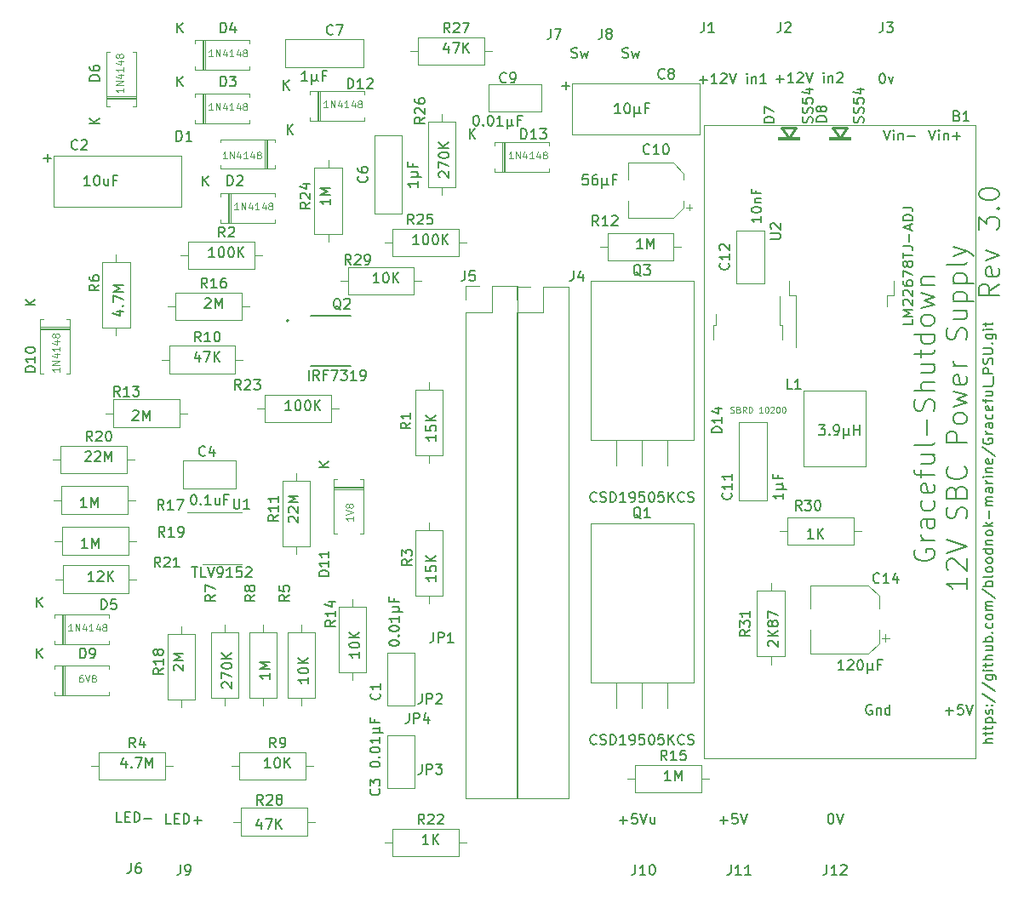
<source format=gbr>
%TF.GenerationSoftware,KiCad,Pcbnew,6.0.8*%
%TF.CreationDate,2024-03-27T11:01:58-07:00*%
%TF.ProjectId,GracefulPSU,47726163-6566-4756-9c50-53552e6b6963,rev?*%
%TF.SameCoordinates,Original*%
%TF.FileFunction,Legend,Top*%
%TF.FilePolarity,Positive*%
%FSLAX46Y46*%
G04 Gerber Fmt 4.6, Leading zero omitted, Abs format (unit mm)*
G04 Created by KiCad (PCBNEW 6.0.8) date 2024-03-27 11:01:58*
%MOMM*%
%LPD*%
G01*
G04 APERTURE LIST*
%ADD10C,0.150000*%
%ADD11C,0.100000*%
%ADD12C,0.120000*%
%ADD13C,0.127000*%
%ADD14C,0.200000*%
%ADD15C,0.254000*%
%ADD16C,0.010000*%
G04 APERTURE END LIST*
D10*
X161509380Y-151867142D02*
X160509380Y-151867142D01*
X161509380Y-151438571D02*
X160985571Y-151438571D01*
X160890333Y-151486190D01*
X160842714Y-151581428D01*
X160842714Y-151724285D01*
X160890333Y-151819523D01*
X160937952Y-151867142D01*
X160842714Y-151105238D02*
X160842714Y-150724285D01*
X160509380Y-150962380D02*
X161366523Y-150962380D01*
X161461761Y-150914761D01*
X161509380Y-150819523D01*
X161509380Y-150724285D01*
X160842714Y-150533809D02*
X160842714Y-150152857D01*
X160509380Y-150390952D02*
X161366523Y-150390952D01*
X161461761Y-150343333D01*
X161509380Y-150248095D01*
X161509380Y-150152857D01*
X160842714Y-149819523D02*
X161842714Y-149819523D01*
X160890333Y-149819523D02*
X160842714Y-149724285D01*
X160842714Y-149533809D01*
X160890333Y-149438571D01*
X160937952Y-149390952D01*
X161033190Y-149343333D01*
X161318904Y-149343333D01*
X161414142Y-149390952D01*
X161461761Y-149438571D01*
X161509380Y-149533809D01*
X161509380Y-149724285D01*
X161461761Y-149819523D01*
X161461761Y-148962380D02*
X161509380Y-148867142D01*
X161509380Y-148676666D01*
X161461761Y-148581428D01*
X161366523Y-148533809D01*
X161318904Y-148533809D01*
X161223666Y-148581428D01*
X161176047Y-148676666D01*
X161176047Y-148819523D01*
X161128428Y-148914761D01*
X161033190Y-148962380D01*
X160985571Y-148962380D01*
X160890333Y-148914761D01*
X160842714Y-148819523D01*
X160842714Y-148676666D01*
X160890333Y-148581428D01*
X161414142Y-148105238D02*
X161461761Y-148057619D01*
X161509380Y-148105238D01*
X161461761Y-148152857D01*
X161414142Y-148105238D01*
X161509380Y-148105238D01*
X160890333Y-148105238D02*
X160937952Y-148057619D01*
X160985571Y-148105238D01*
X160937952Y-148152857D01*
X160890333Y-148105238D01*
X160985571Y-148105238D01*
X160461761Y-146914761D02*
X161747476Y-147771904D01*
X160461761Y-145867142D02*
X161747476Y-146724285D01*
X160842714Y-145105238D02*
X161652238Y-145105238D01*
X161747476Y-145152857D01*
X161795095Y-145200476D01*
X161842714Y-145295714D01*
X161842714Y-145438571D01*
X161795095Y-145533809D01*
X161461761Y-145105238D02*
X161509380Y-145200476D01*
X161509380Y-145390952D01*
X161461761Y-145486190D01*
X161414142Y-145533809D01*
X161318904Y-145581428D01*
X161033190Y-145581428D01*
X160937952Y-145533809D01*
X160890333Y-145486190D01*
X160842714Y-145390952D01*
X160842714Y-145200476D01*
X160890333Y-145105238D01*
X161509380Y-144629047D02*
X160842714Y-144629047D01*
X160509380Y-144629047D02*
X160557000Y-144676666D01*
X160604619Y-144629047D01*
X160557000Y-144581428D01*
X160509380Y-144629047D01*
X160604619Y-144629047D01*
X160842714Y-144295714D02*
X160842714Y-143914761D01*
X160509380Y-144152857D02*
X161366523Y-144152857D01*
X161461761Y-144105238D01*
X161509380Y-144010000D01*
X161509380Y-143914761D01*
X161509380Y-143581428D02*
X160509380Y-143581428D01*
X161509380Y-143152857D02*
X160985571Y-143152857D01*
X160890333Y-143200476D01*
X160842714Y-143295714D01*
X160842714Y-143438571D01*
X160890333Y-143533809D01*
X160937952Y-143581428D01*
X160842714Y-142248095D02*
X161509380Y-142248095D01*
X160842714Y-142676666D02*
X161366523Y-142676666D01*
X161461761Y-142629047D01*
X161509380Y-142533809D01*
X161509380Y-142390952D01*
X161461761Y-142295714D01*
X161414142Y-142248095D01*
X161509380Y-141771904D02*
X160509380Y-141771904D01*
X160890333Y-141771904D02*
X160842714Y-141676666D01*
X160842714Y-141486190D01*
X160890333Y-141390952D01*
X160937952Y-141343333D01*
X161033190Y-141295714D01*
X161318904Y-141295714D01*
X161414142Y-141343333D01*
X161461761Y-141390952D01*
X161509380Y-141486190D01*
X161509380Y-141676666D01*
X161461761Y-141771904D01*
X161414142Y-140867142D02*
X161461761Y-140819523D01*
X161509380Y-140867142D01*
X161461761Y-140914761D01*
X161414142Y-140867142D01*
X161509380Y-140867142D01*
X161461761Y-139962380D02*
X161509380Y-140057619D01*
X161509380Y-140248095D01*
X161461761Y-140343333D01*
X161414142Y-140390952D01*
X161318904Y-140438571D01*
X161033190Y-140438571D01*
X160937952Y-140390952D01*
X160890333Y-140343333D01*
X160842714Y-140248095D01*
X160842714Y-140057619D01*
X160890333Y-139962380D01*
X161509380Y-139390952D02*
X161461761Y-139486190D01*
X161414142Y-139533809D01*
X161318904Y-139581428D01*
X161033190Y-139581428D01*
X160937952Y-139533809D01*
X160890333Y-139486190D01*
X160842714Y-139390952D01*
X160842714Y-139248095D01*
X160890333Y-139152857D01*
X160937952Y-139105238D01*
X161033190Y-139057619D01*
X161318904Y-139057619D01*
X161414142Y-139105238D01*
X161461761Y-139152857D01*
X161509380Y-139248095D01*
X161509380Y-139390952D01*
X161509380Y-138629047D02*
X160842714Y-138629047D01*
X160937952Y-138629047D02*
X160890333Y-138581428D01*
X160842714Y-138486190D01*
X160842714Y-138343333D01*
X160890333Y-138248095D01*
X160985571Y-138200476D01*
X161509380Y-138200476D01*
X160985571Y-138200476D02*
X160890333Y-138152857D01*
X160842714Y-138057619D01*
X160842714Y-137914761D01*
X160890333Y-137819523D01*
X160985571Y-137771904D01*
X161509380Y-137771904D01*
X160461761Y-136581428D02*
X161747476Y-137438571D01*
X161509380Y-136248095D02*
X160509380Y-136248095D01*
X160890333Y-136248095D02*
X160842714Y-136152857D01*
X160842714Y-135962380D01*
X160890333Y-135867142D01*
X160937952Y-135819523D01*
X161033190Y-135771904D01*
X161318904Y-135771904D01*
X161414142Y-135819523D01*
X161461761Y-135867142D01*
X161509380Y-135962380D01*
X161509380Y-136152857D01*
X161461761Y-136248095D01*
X161509380Y-135200476D02*
X161461761Y-135295714D01*
X161366523Y-135343333D01*
X160509380Y-135343333D01*
X161509380Y-134676666D02*
X161461761Y-134771904D01*
X161414142Y-134819523D01*
X161318904Y-134867142D01*
X161033190Y-134867142D01*
X160937952Y-134819523D01*
X160890333Y-134771904D01*
X160842714Y-134676666D01*
X160842714Y-134533809D01*
X160890333Y-134438571D01*
X160937952Y-134390952D01*
X161033190Y-134343333D01*
X161318904Y-134343333D01*
X161414142Y-134390952D01*
X161461761Y-134438571D01*
X161509380Y-134533809D01*
X161509380Y-134676666D01*
X161509380Y-133771904D02*
X161461761Y-133867142D01*
X161414142Y-133914761D01*
X161318904Y-133962380D01*
X161033190Y-133962380D01*
X160937952Y-133914761D01*
X160890333Y-133867142D01*
X160842714Y-133771904D01*
X160842714Y-133629047D01*
X160890333Y-133533809D01*
X160937952Y-133486190D01*
X161033190Y-133438571D01*
X161318904Y-133438571D01*
X161414142Y-133486190D01*
X161461761Y-133533809D01*
X161509380Y-133629047D01*
X161509380Y-133771904D01*
X161509380Y-132581428D02*
X160509380Y-132581428D01*
X161461761Y-132581428D02*
X161509380Y-132676666D01*
X161509380Y-132867142D01*
X161461761Y-132962380D01*
X161414142Y-133010000D01*
X161318904Y-133057619D01*
X161033190Y-133057619D01*
X160937952Y-133010000D01*
X160890333Y-132962380D01*
X160842714Y-132867142D01*
X160842714Y-132676666D01*
X160890333Y-132581428D01*
X160842714Y-132105238D02*
X161509380Y-132105238D01*
X160937952Y-132105238D02*
X160890333Y-132057619D01*
X160842714Y-131962380D01*
X160842714Y-131819523D01*
X160890333Y-131724285D01*
X160985571Y-131676666D01*
X161509380Y-131676666D01*
X161509380Y-131057619D02*
X161461761Y-131152857D01*
X161414142Y-131200476D01*
X161318904Y-131248095D01*
X161033190Y-131248095D01*
X160937952Y-131200476D01*
X160890333Y-131152857D01*
X160842714Y-131057619D01*
X160842714Y-130914761D01*
X160890333Y-130819523D01*
X160937952Y-130771904D01*
X161033190Y-130724285D01*
X161318904Y-130724285D01*
X161414142Y-130771904D01*
X161461761Y-130819523D01*
X161509380Y-130914761D01*
X161509380Y-131057619D01*
X161509380Y-130295714D02*
X160509380Y-130295714D01*
X161128428Y-130200476D02*
X161509380Y-129914761D01*
X160842714Y-129914761D02*
X161223666Y-130295714D01*
X161128428Y-129486190D02*
X161128428Y-128724285D01*
X161509380Y-128248095D02*
X160842714Y-128248095D01*
X160937952Y-128248095D02*
X160890333Y-128200476D01*
X160842714Y-128105238D01*
X160842714Y-127962380D01*
X160890333Y-127867142D01*
X160985571Y-127819523D01*
X161509380Y-127819523D01*
X160985571Y-127819523D02*
X160890333Y-127771904D01*
X160842714Y-127676666D01*
X160842714Y-127533809D01*
X160890333Y-127438571D01*
X160985571Y-127390952D01*
X161509380Y-127390952D01*
X161509380Y-126486190D02*
X160985571Y-126486190D01*
X160890333Y-126533809D01*
X160842714Y-126629047D01*
X160842714Y-126819523D01*
X160890333Y-126914761D01*
X161461761Y-126486190D02*
X161509380Y-126581428D01*
X161509380Y-126819523D01*
X161461761Y-126914761D01*
X161366523Y-126962380D01*
X161271285Y-126962380D01*
X161176047Y-126914761D01*
X161128428Y-126819523D01*
X161128428Y-126581428D01*
X161080809Y-126486190D01*
X161509380Y-126010000D02*
X160842714Y-126010000D01*
X161033190Y-126010000D02*
X160937952Y-125962380D01*
X160890333Y-125914761D01*
X160842714Y-125819523D01*
X160842714Y-125724285D01*
X161509380Y-125390952D02*
X160842714Y-125390952D01*
X160509380Y-125390952D02*
X160557000Y-125438571D01*
X160604619Y-125390952D01*
X160557000Y-125343333D01*
X160509380Y-125390952D01*
X160604619Y-125390952D01*
X160842714Y-124914761D02*
X161509380Y-124914761D01*
X160937952Y-124914761D02*
X160890333Y-124867142D01*
X160842714Y-124771904D01*
X160842714Y-124629047D01*
X160890333Y-124533809D01*
X160985571Y-124486190D01*
X161509380Y-124486190D01*
X161461761Y-123629047D02*
X161509380Y-123724285D01*
X161509380Y-123914761D01*
X161461761Y-124010000D01*
X161366523Y-124057619D01*
X160985571Y-124057619D01*
X160890333Y-124010000D01*
X160842714Y-123914761D01*
X160842714Y-123724285D01*
X160890333Y-123629047D01*
X160985571Y-123581428D01*
X161080809Y-123581428D01*
X161176047Y-124057619D01*
X160461761Y-122438571D02*
X161747476Y-123295714D01*
X160557000Y-121581428D02*
X160509380Y-121676666D01*
X160509380Y-121819523D01*
X160557000Y-121962380D01*
X160652238Y-122057619D01*
X160747476Y-122105238D01*
X160937952Y-122152857D01*
X161080809Y-122152857D01*
X161271285Y-122105238D01*
X161366523Y-122057619D01*
X161461761Y-121962380D01*
X161509380Y-121819523D01*
X161509380Y-121724285D01*
X161461761Y-121581428D01*
X161414142Y-121533809D01*
X161080809Y-121533809D01*
X161080809Y-121724285D01*
X161509380Y-121105238D02*
X160842714Y-121105238D01*
X161033190Y-121105238D02*
X160937952Y-121057619D01*
X160890333Y-121010000D01*
X160842714Y-120914761D01*
X160842714Y-120819523D01*
X161509380Y-120057619D02*
X160985571Y-120057619D01*
X160890333Y-120105238D01*
X160842714Y-120200476D01*
X160842714Y-120390952D01*
X160890333Y-120486190D01*
X161461761Y-120057619D02*
X161509380Y-120152857D01*
X161509380Y-120390952D01*
X161461761Y-120486190D01*
X161366523Y-120533809D01*
X161271285Y-120533809D01*
X161176047Y-120486190D01*
X161128428Y-120390952D01*
X161128428Y-120152857D01*
X161080809Y-120057619D01*
X161461761Y-119152857D02*
X161509380Y-119248095D01*
X161509380Y-119438571D01*
X161461761Y-119533809D01*
X161414142Y-119581428D01*
X161318904Y-119629047D01*
X161033190Y-119629047D01*
X160937952Y-119581428D01*
X160890333Y-119533809D01*
X160842714Y-119438571D01*
X160842714Y-119248095D01*
X160890333Y-119152857D01*
X161461761Y-118343333D02*
X161509380Y-118438571D01*
X161509380Y-118629047D01*
X161461761Y-118724285D01*
X161366523Y-118771904D01*
X160985571Y-118771904D01*
X160890333Y-118724285D01*
X160842714Y-118629047D01*
X160842714Y-118438571D01*
X160890333Y-118343333D01*
X160985571Y-118295714D01*
X161080809Y-118295714D01*
X161176047Y-118771904D01*
X160842714Y-118010000D02*
X160842714Y-117629047D01*
X161509380Y-117867142D02*
X160652238Y-117867142D01*
X160557000Y-117819523D01*
X160509380Y-117724285D01*
X160509380Y-117629047D01*
X160842714Y-116867142D02*
X161509380Y-116867142D01*
X160842714Y-117295714D02*
X161366523Y-117295714D01*
X161461761Y-117248095D01*
X161509380Y-117152857D01*
X161509380Y-117010000D01*
X161461761Y-116914761D01*
X161414142Y-116867142D01*
X161509380Y-116248095D02*
X161461761Y-116343333D01*
X161366523Y-116390952D01*
X160509380Y-116390952D01*
X161604619Y-116105238D02*
X161604619Y-115343333D01*
X161509380Y-115105238D02*
X160509380Y-115105238D01*
X160509380Y-114724285D01*
X160557000Y-114629047D01*
X160604619Y-114581428D01*
X160699857Y-114533809D01*
X160842714Y-114533809D01*
X160937952Y-114581428D01*
X160985571Y-114629047D01*
X161033190Y-114724285D01*
X161033190Y-115105238D01*
X161461761Y-114152857D02*
X161509380Y-114010000D01*
X161509380Y-113771904D01*
X161461761Y-113676666D01*
X161414142Y-113629047D01*
X161318904Y-113581428D01*
X161223666Y-113581428D01*
X161128428Y-113629047D01*
X161080809Y-113676666D01*
X161033190Y-113771904D01*
X160985571Y-113962380D01*
X160937952Y-114057619D01*
X160890333Y-114105238D01*
X160795095Y-114152857D01*
X160699857Y-114152857D01*
X160604619Y-114105238D01*
X160557000Y-114057619D01*
X160509380Y-113962380D01*
X160509380Y-113724285D01*
X160557000Y-113581428D01*
X160509380Y-113152857D02*
X161318904Y-113152857D01*
X161414142Y-113105238D01*
X161461761Y-113057619D01*
X161509380Y-112962380D01*
X161509380Y-112771904D01*
X161461761Y-112676666D01*
X161414142Y-112629047D01*
X161318904Y-112581428D01*
X160509380Y-112581428D01*
X161414142Y-112105238D02*
X161461761Y-112057619D01*
X161509380Y-112105238D01*
X161461761Y-112152857D01*
X161414142Y-112105238D01*
X161509380Y-112105238D01*
X160842714Y-111200476D02*
X161652238Y-111200476D01*
X161747476Y-111248095D01*
X161795095Y-111295714D01*
X161842714Y-111390952D01*
X161842714Y-111533809D01*
X161795095Y-111629047D01*
X161461761Y-111200476D02*
X161509380Y-111295714D01*
X161509380Y-111486190D01*
X161461761Y-111581428D01*
X161414142Y-111629047D01*
X161318904Y-111676666D01*
X161033190Y-111676666D01*
X160937952Y-111629047D01*
X160890333Y-111581428D01*
X160842714Y-111486190D01*
X160842714Y-111295714D01*
X160890333Y-111200476D01*
X161509380Y-110724285D02*
X160842714Y-110724285D01*
X160509380Y-110724285D02*
X160557000Y-110771904D01*
X160604619Y-110724285D01*
X160557000Y-110676666D01*
X160509380Y-110724285D01*
X160604619Y-110724285D01*
X160842714Y-110390952D02*
X160842714Y-110010000D01*
X160509380Y-110248095D02*
X161366523Y-110248095D01*
X161461761Y-110200476D01*
X161509380Y-110105238D01*
X161509380Y-110010000D01*
X153789000Y-132627523D02*
X153693761Y-132818000D01*
X153693761Y-133103714D01*
X153789000Y-133389428D01*
X153979476Y-133579904D01*
X154169952Y-133675142D01*
X154550904Y-133770380D01*
X154836619Y-133770380D01*
X155217571Y-133675142D01*
X155408047Y-133579904D01*
X155598523Y-133389428D01*
X155693761Y-133103714D01*
X155693761Y-132913238D01*
X155598523Y-132627523D01*
X155503285Y-132532285D01*
X154836619Y-132532285D01*
X154836619Y-132913238D01*
X155693761Y-131675142D02*
X154360428Y-131675142D01*
X154741380Y-131675142D02*
X154550904Y-131579904D01*
X154455666Y-131484666D01*
X154360428Y-131294190D01*
X154360428Y-131103714D01*
X155693761Y-129579904D02*
X154646142Y-129579904D01*
X154455666Y-129675142D01*
X154360428Y-129865619D01*
X154360428Y-130246571D01*
X154455666Y-130437047D01*
X155598523Y-129579904D02*
X155693761Y-129770380D01*
X155693761Y-130246571D01*
X155598523Y-130437047D01*
X155408047Y-130532285D01*
X155217571Y-130532285D01*
X155027095Y-130437047D01*
X154931857Y-130246571D01*
X154931857Y-129770380D01*
X154836619Y-129579904D01*
X155598523Y-127770380D02*
X155693761Y-127960857D01*
X155693761Y-128341809D01*
X155598523Y-128532285D01*
X155503285Y-128627523D01*
X155312809Y-128722761D01*
X154741380Y-128722761D01*
X154550904Y-128627523D01*
X154455666Y-128532285D01*
X154360428Y-128341809D01*
X154360428Y-127960857D01*
X154455666Y-127770380D01*
X155598523Y-126151333D02*
X155693761Y-126341809D01*
X155693761Y-126722761D01*
X155598523Y-126913238D01*
X155408047Y-127008476D01*
X154646142Y-127008476D01*
X154455666Y-126913238D01*
X154360428Y-126722761D01*
X154360428Y-126341809D01*
X154455666Y-126151333D01*
X154646142Y-126056095D01*
X154836619Y-126056095D01*
X155027095Y-127008476D01*
X154360428Y-125484666D02*
X154360428Y-124722761D01*
X155693761Y-125198952D02*
X153979476Y-125198952D01*
X153789000Y-125103714D01*
X153693761Y-124913238D01*
X153693761Y-124722761D01*
X154360428Y-123198952D02*
X155693761Y-123198952D01*
X154360428Y-124056095D02*
X155408047Y-124056095D01*
X155598523Y-123960857D01*
X155693761Y-123770380D01*
X155693761Y-123484666D01*
X155598523Y-123294190D01*
X155503285Y-123198952D01*
X155693761Y-121960857D02*
X155598523Y-122151333D01*
X155408047Y-122246571D01*
X153693761Y-122246571D01*
X154931857Y-121198952D02*
X154931857Y-119675142D01*
X155598523Y-118818000D02*
X155693761Y-118532285D01*
X155693761Y-118056095D01*
X155598523Y-117865619D01*
X155503285Y-117770380D01*
X155312809Y-117675142D01*
X155122333Y-117675142D01*
X154931857Y-117770380D01*
X154836619Y-117865619D01*
X154741380Y-118056095D01*
X154646142Y-118437047D01*
X154550904Y-118627523D01*
X154455666Y-118722761D01*
X154265190Y-118818000D01*
X154074714Y-118818000D01*
X153884238Y-118722761D01*
X153789000Y-118627523D01*
X153693761Y-118437047D01*
X153693761Y-117960857D01*
X153789000Y-117675142D01*
X155693761Y-116818000D02*
X153693761Y-116818000D01*
X155693761Y-115960857D02*
X154646142Y-115960857D01*
X154455666Y-116056095D01*
X154360428Y-116246571D01*
X154360428Y-116532285D01*
X154455666Y-116722761D01*
X154550904Y-116818000D01*
X154360428Y-114151333D02*
X155693761Y-114151333D01*
X154360428Y-115008476D02*
X155408047Y-115008476D01*
X155598523Y-114913238D01*
X155693761Y-114722761D01*
X155693761Y-114437047D01*
X155598523Y-114246571D01*
X155503285Y-114151333D01*
X154360428Y-113484666D02*
X154360428Y-112722761D01*
X153693761Y-113198952D02*
X155408047Y-113198952D01*
X155598523Y-113103714D01*
X155693761Y-112913238D01*
X155693761Y-112722761D01*
X155693761Y-111198952D02*
X153693761Y-111198952D01*
X155598523Y-111198952D02*
X155693761Y-111389428D01*
X155693761Y-111770380D01*
X155598523Y-111960857D01*
X155503285Y-112056095D01*
X155312809Y-112151333D01*
X154741380Y-112151333D01*
X154550904Y-112056095D01*
X154455666Y-111960857D01*
X154360428Y-111770380D01*
X154360428Y-111389428D01*
X154455666Y-111198952D01*
X155693761Y-109960857D02*
X155598523Y-110151333D01*
X155503285Y-110246571D01*
X155312809Y-110341809D01*
X154741380Y-110341809D01*
X154550904Y-110246571D01*
X154455666Y-110151333D01*
X154360428Y-109960857D01*
X154360428Y-109675142D01*
X154455666Y-109484666D01*
X154550904Y-109389428D01*
X154741380Y-109294190D01*
X155312809Y-109294190D01*
X155503285Y-109389428D01*
X155598523Y-109484666D01*
X155693761Y-109675142D01*
X155693761Y-109960857D01*
X154360428Y-108627523D02*
X155693761Y-108246571D01*
X154741380Y-107865619D01*
X155693761Y-107484666D01*
X154360428Y-107103714D01*
X154360428Y-106341809D02*
X155693761Y-106341809D01*
X154550904Y-106341809D02*
X154455666Y-106246571D01*
X154360428Y-106056095D01*
X154360428Y-105770380D01*
X154455666Y-105579904D01*
X154646142Y-105484666D01*
X155693761Y-105484666D01*
X158913761Y-135437047D02*
X158913761Y-136579904D01*
X158913761Y-136008476D02*
X156913761Y-136008476D01*
X157199476Y-136198952D01*
X157389952Y-136389428D01*
X157485190Y-136579904D01*
X157104238Y-134675142D02*
X157009000Y-134579904D01*
X156913761Y-134389428D01*
X156913761Y-133913238D01*
X157009000Y-133722761D01*
X157104238Y-133627523D01*
X157294714Y-133532285D01*
X157485190Y-133532285D01*
X157770904Y-133627523D01*
X158913761Y-134770380D01*
X158913761Y-133532285D01*
X156913761Y-132960857D02*
X158913761Y-132294190D01*
X156913761Y-131627523D01*
X158818523Y-129532285D02*
X158913761Y-129246571D01*
X158913761Y-128770380D01*
X158818523Y-128579904D01*
X158723285Y-128484666D01*
X158532809Y-128389428D01*
X158342333Y-128389428D01*
X158151857Y-128484666D01*
X158056619Y-128579904D01*
X157961380Y-128770380D01*
X157866142Y-129151333D01*
X157770904Y-129341809D01*
X157675666Y-129437047D01*
X157485190Y-129532285D01*
X157294714Y-129532285D01*
X157104238Y-129437047D01*
X157009000Y-129341809D01*
X156913761Y-129151333D01*
X156913761Y-128675142D01*
X157009000Y-128389428D01*
X157866142Y-126865619D02*
X157961380Y-126579904D01*
X158056619Y-126484666D01*
X158247095Y-126389428D01*
X158532809Y-126389428D01*
X158723285Y-126484666D01*
X158818523Y-126579904D01*
X158913761Y-126770380D01*
X158913761Y-127532285D01*
X156913761Y-127532285D01*
X156913761Y-126865619D01*
X157009000Y-126675142D01*
X157104238Y-126579904D01*
X157294714Y-126484666D01*
X157485190Y-126484666D01*
X157675666Y-126579904D01*
X157770904Y-126675142D01*
X157866142Y-126865619D01*
X157866142Y-127532285D01*
X158723285Y-124389428D02*
X158818523Y-124484666D01*
X158913761Y-124770380D01*
X158913761Y-124960857D01*
X158818523Y-125246571D01*
X158628047Y-125437047D01*
X158437571Y-125532285D01*
X158056619Y-125627523D01*
X157770904Y-125627523D01*
X157389952Y-125532285D01*
X157199476Y-125437047D01*
X157009000Y-125246571D01*
X156913761Y-124960857D01*
X156913761Y-124770380D01*
X157009000Y-124484666D01*
X157104238Y-124389428D01*
X158913761Y-122008476D02*
X156913761Y-122008476D01*
X156913761Y-121246571D01*
X157009000Y-121056095D01*
X157104238Y-120960857D01*
X157294714Y-120865619D01*
X157580428Y-120865619D01*
X157770904Y-120960857D01*
X157866142Y-121056095D01*
X157961380Y-121246571D01*
X157961380Y-122008476D01*
X158913761Y-119722761D02*
X158818523Y-119913238D01*
X158723285Y-120008476D01*
X158532809Y-120103714D01*
X157961380Y-120103714D01*
X157770904Y-120008476D01*
X157675666Y-119913238D01*
X157580428Y-119722761D01*
X157580428Y-119437047D01*
X157675666Y-119246571D01*
X157770904Y-119151333D01*
X157961380Y-119056095D01*
X158532809Y-119056095D01*
X158723285Y-119151333D01*
X158818523Y-119246571D01*
X158913761Y-119437047D01*
X158913761Y-119722761D01*
X157580428Y-118389428D02*
X158913761Y-118008476D01*
X157961380Y-117627523D01*
X158913761Y-117246571D01*
X157580428Y-116865619D01*
X158818523Y-115341809D02*
X158913761Y-115532285D01*
X158913761Y-115913238D01*
X158818523Y-116103714D01*
X158628047Y-116198952D01*
X157866142Y-116198952D01*
X157675666Y-116103714D01*
X157580428Y-115913238D01*
X157580428Y-115532285D01*
X157675666Y-115341809D01*
X157866142Y-115246571D01*
X158056619Y-115246571D01*
X158247095Y-116198952D01*
X158913761Y-114389428D02*
X157580428Y-114389428D01*
X157961380Y-114389428D02*
X157770904Y-114294190D01*
X157675666Y-114198952D01*
X157580428Y-114008476D01*
X157580428Y-113818000D01*
X158818523Y-111722761D02*
X158913761Y-111437047D01*
X158913761Y-110960857D01*
X158818523Y-110770380D01*
X158723285Y-110675142D01*
X158532809Y-110579904D01*
X158342333Y-110579904D01*
X158151857Y-110675142D01*
X158056619Y-110770380D01*
X157961380Y-110960857D01*
X157866142Y-111341809D01*
X157770904Y-111532285D01*
X157675666Y-111627523D01*
X157485190Y-111722761D01*
X157294714Y-111722761D01*
X157104238Y-111627523D01*
X157009000Y-111532285D01*
X156913761Y-111341809D01*
X156913761Y-110865619D01*
X157009000Y-110579904D01*
X157580428Y-108865619D02*
X158913761Y-108865619D01*
X157580428Y-109722761D02*
X158628047Y-109722761D01*
X158818523Y-109627523D01*
X158913761Y-109437047D01*
X158913761Y-109151333D01*
X158818523Y-108960857D01*
X158723285Y-108865619D01*
X157580428Y-107913238D02*
X159580428Y-107913238D01*
X157675666Y-107913238D02*
X157580428Y-107722761D01*
X157580428Y-107341809D01*
X157675666Y-107151333D01*
X157770904Y-107056095D01*
X157961380Y-106960857D01*
X158532809Y-106960857D01*
X158723285Y-107056095D01*
X158818523Y-107151333D01*
X158913761Y-107341809D01*
X158913761Y-107722761D01*
X158818523Y-107913238D01*
X157580428Y-106103714D02*
X159580428Y-106103714D01*
X157675666Y-106103714D02*
X157580428Y-105913238D01*
X157580428Y-105532285D01*
X157675666Y-105341809D01*
X157770904Y-105246571D01*
X157961380Y-105151333D01*
X158532809Y-105151333D01*
X158723285Y-105246571D01*
X158818523Y-105341809D01*
X158913761Y-105532285D01*
X158913761Y-105913238D01*
X158818523Y-106103714D01*
X158913761Y-104008476D02*
X158818523Y-104198952D01*
X158628047Y-104294190D01*
X156913761Y-104294190D01*
X157580428Y-103437047D02*
X158913761Y-102960857D01*
X157580428Y-102484666D02*
X158913761Y-102960857D01*
X159389952Y-103151333D01*
X159485190Y-103246571D01*
X159580428Y-103437047D01*
X162133761Y-106198952D02*
X161181380Y-106865619D01*
X162133761Y-107341809D02*
X160133761Y-107341809D01*
X160133761Y-106579904D01*
X160229000Y-106389428D01*
X160324238Y-106294190D01*
X160514714Y-106198952D01*
X160800428Y-106198952D01*
X160990904Y-106294190D01*
X161086142Y-106389428D01*
X161181380Y-106579904D01*
X161181380Y-107341809D01*
X162038523Y-104579904D02*
X162133761Y-104770380D01*
X162133761Y-105151333D01*
X162038523Y-105341809D01*
X161848047Y-105437047D01*
X161086142Y-105437047D01*
X160895666Y-105341809D01*
X160800428Y-105151333D01*
X160800428Y-104770380D01*
X160895666Y-104579904D01*
X161086142Y-104484666D01*
X161276619Y-104484666D01*
X161467095Y-105437047D01*
X160800428Y-103818000D02*
X162133761Y-103341809D01*
X160800428Y-102865619D01*
X160133761Y-100770380D02*
X160133761Y-99532285D01*
X160895666Y-100198952D01*
X160895666Y-99913238D01*
X160990904Y-99722761D01*
X161086142Y-99627523D01*
X161276619Y-99532285D01*
X161752809Y-99532285D01*
X161943285Y-99627523D01*
X162038523Y-99722761D01*
X162133761Y-99913238D01*
X162133761Y-100484666D01*
X162038523Y-100675142D01*
X161943285Y-100770380D01*
X161943285Y-98675142D02*
X162038523Y-98579904D01*
X162133761Y-98675142D01*
X162038523Y-98770380D01*
X161943285Y-98675142D01*
X162133761Y-98675142D01*
X160133761Y-97341809D02*
X160133761Y-97151333D01*
X160229000Y-96960857D01*
X160324238Y-96865619D01*
X160514714Y-96770380D01*
X160895666Y-96675142D01*
X161371857Y-96675142D01*
X161752809Y-96770380D01*
X161943285Y-96865619D01*
X162038523Y-96960857D01*
X162133761Y-97151333D01*
X162133761Y-97341809D01*
X162038523Y-97532285D01*
X161943285Y-97627523D01*
X161752809Y-97722761D01*
X161371857Y-97818000D01*
X160895666Y-97818000D01*
X160514714Y-97722761D01*
X160324238Y-97627523D01*
X160229000Y-97532285D01*
X160133761Y-97341809D01*
%TO.C,C9*%
X113103333Y-86082142D02*
X113055714Y-86129761D01*
X112912857Y-86177380D01*
X112817619Y-86177380D01*
X112674761Y-86129761D01*
X112579523Y-86034523D01*
X112531904Y-85939285D01*
X112484285Y-85748809D01*
X112484285Y-85605952D01*
X112531904Y-85415476D01*
X112579523Y-85320238D01*
X112674761Y-85225000D01*
X112817619Y-85177380D01*
X112912857Y-85177380D01*
X113055714Y-85225000D01*
X113103333Y-85272619D01*
X113579523Y-86177380D02*
X113770000Y-86177380D01*
X113865238Y-86129761D01*
X113912857Y-86082142D01*
X114008095Y-85939285D01*
X114055714Y-85748809D01*
X114055714Y-85367857D01*
X114008095Y-85272619D01*
X113960476Y-85225000D01*
X113865238Y-85177380D01*
X113674761Y-85177380D01*
X113579523Y-85225000D01*
X113531904Y-85272619D01*
X113484285Y-85367857D01*
X113484285Y-85605952D01*
X113531904Y-85701190D01*
X113579523Y-85748809D01*
X113674761Y-85796428D01*
X113865238Y-85796428D01*
X113960476Y-85748809D01*
X114008095Y-85701190D01*
X114055714Y-85605952D01*
X110063523Y-89441380D02*
X110158761Y-89441380D01*
X110254000Y-89489000D01*
X110301619Y-89536619D01*
X110349238Y-89631857D01*
X110396857Y-89822333D01*
X110396857Y-90060428D01*
X110349238Y-90250904D01*
X110301619Y-90346142D01*
X110254000Y-90393761D01*
X110158761Y-90441380D01*
X110063523Y-90441380D01*
X109968285Y-90393761D01*
X109920666Y-90346142D01*
X109873047Y-90250904D01*
X109825428Y-90060428D01*
X109825428Y-89822333D01*
X109873047Y-89631857D01*
X109920666Y-89536619D01*
X109968285Y-89489000D01*
X110063523Y-89441380D01*
X110825428Y-90346142D02*
X110873047Y-90393761D01*
X110825428Y-90441380D01*
X110777809Y-90393761D01*
X110825428Y-90346142D01*
X110825428Y-90441380D01*
X111492095Y-89441380D02*
X111587333Y-89441380D01*
X111682571Y-89489000D01*
X111730190Y-89536619D01*
X111777809Y-89631857D01*
X111825428Y-89822333D01*
X111825428Y-90060428D01*
X111777809Y-90250904D01*
X111730190Y-90346142D01*
X111682571Y-90393761D01*
X111587333Y-90441380D01*
X111492095Y-90441380D01*
X111396857Y-90393761D01*
X111349238Y-90346142D01*
X111301619Y-90250904D01*
X111254000Y-90060428D01*
X111254000Y-89822333D01*
X111301619Y-89631857D01*
X111349238Y-89536619D01*
X111396857Y-89489000D01*
X111492095Y-89441380D01*
X112777809Y-90441380D02*
X112206380Y-90441380D01*
X112492095Y-90441380D02*
X112492095Y-89441380D01*
X112396857Y-89584238D01*
X112301619Y-89679476D01*
X112206380Y-89727095D01*
X113206380Y-89774714D02*
X113206380Y-90774714D01*
X113682571Y-90298523D02*
X113730190Y-90393761D01*
X113825428Y-90441380D01*
X113206380Y-90298523D02*
X113254000Y-90393761D01*
X113349238Y-90441380D01*
X113539714Y-90441380D01*
X113634952Y-90393761D01*
X113682571Y-90298523D01*
X113682571Y-89774714D01*
X114587333Y-89917571D02*
X114254000Y-89917571D01*
X114254000Y-90441380D02*
X114254000Y-89441380D01*
X114730190Y-89441380D01*
%TO.C,JP1*%
X105867666Y-140876380D02*
X105867666Y-141590666D01*
X105820047Y-141733523D01*
X105724809Y-141828761D01*
X105581952Y-141876380D01*
X105486714Y-141876380D01*
X106343857Y-141876380D02*
X106343857Y-140876380D01*
X106724809Y-140876380D01*
X106820047Y-140924000D01*
X106867666Y-140971619D01*
X106915285Y-141066857D01*
X106915285Y-141209714D01*
X106867666Y-141304952D01*
X106820047Y-141352571D01*
X106724809Y-141400190D01*
X106343857Y-141400190D01*
X107867666Y-141876380D02*
X107296238Y-141876380D01*
X107581952Y-141876380D02*
X107581952Y-140876380D01*
X107486714Y-141019238D01*
X107391476Y-141114476D01*
X107296238Y-141162095D01*
%TO.C,R29*%
X97676142Y-104284380D02*
X97342809Y-103808190D01*
X97104714Y-104284380D02*
X97104714Y-103284380D01*
X97485666Y-103284380D01*
X97580904Y-103332000D01*
X97628523Y-103379619D01*
X97676142Y-103474857D01*
X97676142Y-103617714D01*
X97628523Y-103712952D01*
X97580904Y-103760571D01*
X97485666Y-103808190D01*
X97104714Y-103808190D01*
X98057095Y-103379619D02*
X98104714Y-103332000D01*
X98199952Y-103284380D01*
X98438047Y-103284380D01*
X98533285Y-103332000D01*
X98580904Y-103379619D01*
X98628523Y-103474857D01*
X98628523Y-103570095D01*
X98580904Y-103712952D01*
X98009476Y-104284380D01*
X98628523Y-104284380D01*
X99104714Y-104284380D02*
X99295190Y-104284380D01*
X99390428Y-104236761D01*
X99438047Y-104189142D01*
X99533285Y-104046285D01*
X99580904Y-103855809D01*
X99580904Y-103474857D01*
X99533285Y-103379619D01*
X99485666Y-103332000D01*
X99390428Y-103284380D01*
X99199952Y-103284380D01*
X99104714Y-103332000D01*
X99057095Y-103379619D01*
X99009476Y-103474857D01*
X99009476Y-103712952D01*
X99057095Y-103808190D01*
X99104714Y-103855809D01*
X99199952Y-103903428D01*
X99390428Y-103903428D01*
X99485666Y-103855809D01*
X99533285Y-103808190D01*
X99580904Y-103712952D01*
X100461523Y-106070380D02*
X99890095Y-106070380D01*
X100175809Y-106070380D02*
X100175809Y-105070380D01*
X100080571Y-105213238D01*
X99985333Y-105308476D01*
X99890095Y-105356095D01*
X101080571Y-105070380D02*
X101175809Y-105070380D01*
X101271047Y-105118000D01*
X101318666Y-105165619D01*
X101366285Y-105260857D01*
X101413904Y-105451333D01*
X101413904Y-105689428D01*
X101366285Y-105879904D01*
X101318666Y-105975142D01*
X101271047Y-106022761D01*
X101175809Y-106070380D01*
X101080571Y-106070380D01*
X100985333Y-106022761D01*
X100937714Y-105975142D01*
X100890095Y-105879904D01*
X100842476Y-105689428D01*
X100842476Y-105451333D01*
X100890095Y-105260857D01*
X100937714Y-105165619D01*
X100985333Y-105118000D01*
X101080571Y-105070380D01*
X101842476Y-106070380D02*
X101842476Y-105070380D01*
X102413904Y-106070380D02*
X101985333Y-105498952D01*
X102413904Y-105070380D02*
X101842476Y-105641809D01*
%TO.C,R25*%
X103899142Y-100260380D02*
X103565809Y-99784190D01*
X103327714Y-100260380D02*
X103327714Y-99260380D01*
X103708666Y-99260380D01*
X103803904Y-99308000D01*
X103851523Y-99355619D01*
X103899142Y-99450857D01*
X103899142Y-99593714D01*
X103851523Y-99688952D01*
X103803904Y-99736571D01*
X103708666Y-99784190D01*
X103327714Y-99784190D01*
X104280095Y-99355619D02*
X104327714Y-99308000D01*
X104422952Y-99260380D01*
X104661047Y-99260380D01*
X104756285Y-99308000D01*
X104803904Y-99355619D01*
X104851523Y-99450857D01*
X104851523Y-99546095D01*
X104803904Y-99688952D01*
X104232476Y-100260380D01*
X104851523Y-100260380D01*
X105756285Y-99260380D02*
X105280095Y-99260380D01*
X105232476Y-99736571D01*
X105280095Y-99688952D01*
X105375333Y-99641333D01*
X105613428Y-99641333D01*
X105708666Y-99688952D01*
X105756285Y-99736571D01*
X105803904Y-99831809D01*
X105803904Y-100069904D01*
X105756285Y-100165142D01*
X105708666Y-100212761D01*
X105613428Y-100260380D01*
X105375333Y-100260380D01*
X105280095Y-100212761D01*
X105232476Y-100165142D01*
X104430333Y-102260380D02*
X103858904Y-102260380D01*
X104144619Y-102260380D02*
X104144619Y-101260380D01*
X104049380Y-101403238D01*
X103954142Y-101498476D01*
X103858904Y-101546095D01*
X105049380Y-101260380D02*
X105144619Y-101260380D01*
X105239857Y-101308000D01*
X105287476Y-101355619D01*
X105335095Y-101450857D01*
X105382714Y-101641333D01*
X105382714Y-101879428D01*
X105335095Y-102069904D01*
X105287476Y-102165142D01*
X105239857Y-102212761D01*
X105144619Y-102260380D01*
X105049380Y-102260380D01*
X104954142Y-102212761D01*
X104906523Y-102165142D01*
X104858904Y-102069904D01*
X104811285Y-101879428D01*
X104811285Y-101641333D01*
X104858904Y-101450857D01*
X104906523Y-101355619D01*
X104954142Y-101308000D01*
X105049380Y-101260380D01*
X106001761Y-101260380D02*
X106097000Y-101260380D01*
X106192238Y-101308000D01*
X106239857Y-101355619D01*
X106287476Y-101450857D01*
X106335095Y-101641333D01*
X106335095Y-101879428D01*
X106287476Y-102069904D01*
X106239857Y-102165142D01*
X106192238Y-102212761D01*
X106097000Y-102260380D01*
X106001761Y-102260380D01*
X105906523Y-102212761D01*
X105858904Y-102165142D01*
X105811285Y-102069904D01*
X105763666Y-101879428D01*
X105763666Y-101641333D01*
X105811285Y-101450857D01*
X105858904Y-101355619D01*
X105906523Y-101308000D01*
X106001761Y-101260380D01*
X106763666Y-102260380D02*
X106763666Y-101260380D01*
X107335095Y-102260380D02*
X106906523Y-101688952D01*
X107335095Y-101260380D02*
X106763666Y-101831809D01*
%TO.C,R26*%
X104994380Y-89615857D02*
X104518190Y-89949190D01*
X104994380Y-90187285D02*
X103994380Y-90187285D01*
X103994380Y-89806333D01*
X104042000Y-89711095D01*
X104089619Y-89663476D01*
X104184857Y-89615857D01*
X104327714Y-89615857D01*
X104422952Y-89663476D01*
X104470571Y-89711095D01*
X104518190Y-89806333D01*
X104518190Y-90187285D01*
X104089619Y-89234904D02*
X104042000Y-89187285D01*
X103994380Y-89092047D01*
X103994380Y-88853952D01*
X104042000Y-88758714D01*
X104089619Y-88711095D01*
X104184857Y-88663476D01*
X104280095Y-88663476D01*
X104422952Y-88711095D01*
X104994380Y-89282523D01*
X104994380Y-88663476D01*
X103994380Y-87806333D02*
X103994380Y-87996809D01*
X104042000Y-88092047D01*
X104089619Y-88139666D01*
X104232476Y-88234904D01*
X104422952Y-88282523D01*
X104803904Y-88282523D01*
X104899142Y-88234904D01*
X104946761Y-88187285D01*
X104994380Y-88092047D01*
X104994380Y-87901571D01*
X104946761Y-87806333D01*
X104899142Y-87758714D01*
X104803904Y-87711095D01*
X104565809Y-87711095D01*
X104470571Y-87758714D01*
X104422952Y-87806333D01*
X104375333Y-87901571D01*
X104375333Y-88092047D01*
X104422952Y-88187285D01*
X104470571Y-88234904D01*
X104565809Y-88282523D01*
X106494619Y-95576095D02*
X106447000Y-95528476D01*
X106399380Y-95433238D01*
X106399380Y-95195142D01*
X106447000Y-95099904D01*
X106494619Y-95052285D01*
X106589857Y-95004666D01*
X106685095Y-95004666D01*
X106827952Y-95052285D01*
X107399380Y-95623714D01*
X107399380Y-95004666D01*
X106399380Y-94671333D02*
X106399380Y-94004666D01*
X107399380Y-94433238D01*
X106399380Y-93433238D02*
X106399380Y-93338000D01*
X106447000Y-93242761D01*
X106494619Y-93195142D01*
X106589857Y-93147523D01*
X106780333Y-93099904D01*
X107018428Y-93099904D01*
X107208904Y-93147523D01*
X107304142Y-93195142D01*
X107351761Y-93242761D01*
X107399380Y-93338000D01*
X107399380Y-93433238D01*
X107351761Y-93528476D01*
X107304142Y-93576095D01*
X107208904Y-93623714D01*
X107018428Y-93671333D01*
X106780333Y-93671333D01*
X106589857Y-93623714D01*
X106494619Y-93576095D01*
X106447000Y-93528476D01*
X106399380Y-93433238D01*
X107399380Y-92671333D02*
X106399380Y-92671333D01*
X107399380Y-92099904D02*
X106827952Y-92528476D01*
X106399380Y-92099904D02*
X106970809Y-92671333D01*
%TO.C,U1*%
X86000095Y-127570380D02*
X86000095Y-128379904D01*
X86047714Y-128475142D01*
X86095333Y-128522761D01*
X86190571Y-128570380D01*
X86381047Y-128570380D01*
X86476285Y-128522761D01*
X86523904Y-128475142D01*
X86571523Y-128379904D01*
X86571523Y-127570380D01*
X87571523Y-128570380D02*
X87000095Y-128570380D01*
X87285809Y-128570380D02*
X87285809Y-127570380D01*
X87190571Y-127713238D01*
X87095333Y-127808476D01*
X87000095Y-127856095D01*
X81833190Y-134370380D02*
X82404619Y-134370380D01*
X82118904Y-135370380D02*
X82118904Y-134370380D01*
X83214142Y-135370380D02*
X82737952Y-135370380D01*
X82737952Y-134370380D01*
X83404619Y-134370380D02*
X83737952Y-135370380D01*
X84071285Y-134370380D01*
X84452238Y-135370380D02*
X84642714Y-135370380D01*
X84737952Y-135322761D01*
X84785571Y-135275142D01*
X84880809Y-135132285D01*
X84928428Y-134941809D01*
X84928428Y-134560857D01*
X84880809Y-134465619D01*
X84833190Y-134418000D01*
X84737952Y-134370380D01*
X84547476Y-134370380D01*
X84452238Y-134418000D01*
X84404619Y-134465619D01*
X84357000Y-134560857D01*
X84357000Y-134798952D01*
X84404619Y-134894190D01*
X84452238Y-134941809D01*
X84547476Y-134989428D01*
X84737952Y-134989428D01*
X84833190Y-134941809D01*
X84880809Y-134894190D01*
X84928428Y-134798952D01*
X85880809Y-135370380D02*
X85309380Y-135370380D01*
X85595095Y-135370380D02*
X85595095Y-134370380D01*
X85499857Y-134513238D01*
X85404619Y-134608476D01*
X85309380Y-134656095D01*
X86785571Y-134370380D02*
X86309380Y-134370380D01*
X86261761Y-134846571D01*
X86309380Y-134798952D01*
X86404619Y-134751333D01*
X86642714Y-134751333D01*
X86737952Y-134798952D01*
X86785571Y-134846571D01*
X86833190Y-134941809D01*
X86833190Y-135179904D01*
X86785571Y-135275142D01*
X86737952Y-135322761D01*
X86642714Y-135370380D01*
X86404619Y-135370380D01*
X86309380Y-135322761D01*
X86261761Y-135275142D01*
X87214142Y-134465619D02*
X87261761Y-134418000D01*
X87357000Y-134370380D01*
X87595095Y-134370380D01*
X87690333Y-134418000D01*
X87737952Y-134465619D01*
X87785571Y-134560857D01*
X87785571Y-134656095D01*
X87737952Y-134798952D01*
X87166523Y-135370380D01*
X87785571Y-135370380D01*
%TO.C,R12*%
X122279142Y-100401380D02*
X121945809Y-99925190D01*
X121707714Y-100401380D02*
X121707714Y-99401380D01*
X122088666Y-99401380D01*
X122183904Y-99449000D01*
X122231523Y-99496619D01*
X122279142Y-99591857D01*
X122279142Y-99734714D01*
X122231523Y-99829952D01*
X122183904Y-99877571D01*
X122088666Y-99925190D01*
X121707714Y-99925190D01*
X123231523Y-100401380D02*
X122660095Y-100401380D01*
X122945809Y-100401380D02*
X122945809Y-99401380D01*
X122850571Y-99544238D01*
X122755333Y-99639476D01*
X122660095Y-99687095D01*
X123612476Y-99496619D02*
X123660095Y-99449000D01*
X123755333Y-99401380D01*
X123993428Y-99401380D01*
X124088666Y-99449000D01*
X124136285Y-99496619D01*
X124183904Y-99591857D01*
X124183904Y-99687095D01*
X124136285Y-99829952D01*
X123564857Y-100401380D01*
X124183904Y-100401380D01*
X126692285Y-102691380D02*
X126120857Y-102691380D01*
X126406571Y-102691380D02*
X126406571Y-101691380D01*
X126311333Y-101834238D01*
X126216095Y-101929476D01*
X126120857Y-101977095D01*
X127120857Y-102691380D02*
X127120857Y-101691380D01*
X127454190Y-102405666D01*
X127787523Y-101691380D01*
X127787523Y-102691380D01*
%TO.C,R23*%
X86719142Y-116730380D02*
X86385809Y-116254190D01*
X86147714Y-116730380D02*
X86147714Y-115730380D01*
X86528666Y-115730380D01*
X86623904Y-115778000D01*
X86671523Y-115825619D01*
X86719142Y-115920857D01*
X86719142Y-116063714D01*
X86671523Y-116158952D01*
X86623904Y-116206571D01*
X86528666Y-116254190D01*
X86147714Y-116254190D01*
X87100095Y-115825619D02*
X87147714Y-115778000D01*
X87242952Y-115730380D01*
X87481047Y-115730380D01*
X87576285Y-115778000D01*
X87623904Y-115825619D01*
X87671523Y-115920857D01*
X87671523Y-116016095D01*
X87623904Y-116158952D01*
X87052476Y-116730380D01*
X87671523Y-116730380D01*
X88004857Y-115730380D02*
X88623904Y-115730380D01*
X88290571Y-116111333D01*
X88433428Y-116111333D01*
X88528666Y-116158952D01*
X88576285Y-116206571D01*
X88623904Y-116301809D01*
X88623904Y-116539904D01*
X88576285Y-116635142D01*
X88528666Y-116682761D01*
X88433428Y-116730380D01*
X88147714Y-116730380D01*
X88052476Y-116682761D01*
X88004857Y-116635142D01*
X91730333Y-118770380D02*
X91158904Y-118770380D01*
X91444619Y-118770380D02*
X91444619Y-117770380D01*
X91349380Y-117913238D01*
X91254142Y-118008476D01*
X91158904Y-118056095D01*
X92349380Y-117770380D02*
X92444619Y-117770380D01*
X92539857Y-117818000D01*
X92587476Y-117865619D01*
X92635095Y-117960857D01*
X92682714Y-118151333D01*
X92682714Y-118389428D01*
X92635095Y-118579904D01*
X92587476Y-118675142D01*
X92539857Y-118722761D01*
X92444619Y-118770380D01*
X92349380Y-118770380D01*
X92254142Y-118722761D01*
X92206523Y-118675142D01*
X92158904Y-118579904D01*
X92111285Y-118389428D01*
X92111285Y-118151333D01*
X92158904Y-117960857D01*
X92206523Y-117865619D01*
X92254142Y-117818000D01*
X92349380Y-117770380D01*
X93301761Y-117770380D02*
X93397000Y-117770380D01*
X93492238Y-117818000D01*
X93539857Y-117865619D01*
X93587476Y-117960857D01*
X93635095Y-118151333D01*
X93635095Y-118389428D01*
X93587476Y-118579904D01*
X93539857Y-118675142D01*
X93492238Y-118722761D01*
X93397000Y-118770380D01*
X93301761Y-118770380D01*
X93206523Y-118722761D01*
X93158904Y-118675142D01*
X93111285Y-118579904D01*
X93063666Y-118389428D01*
X93063666Y-118151333D01*
X93111285Y-117960857D01*
X93158904Y-117865619D01*
X93206523Y-117818000D01*
X93301761Y-117770380D01*
X94063666Y-118770380D02*
X94063666Y-117770380D01*
X94635095Y-118770380D02*
X94206523Y-118198952D01*
X94635095Y-117770380D02*
X94063666Y-118341809D01*
%TO.C,Q2*%
X96664761Y-108751619D02*
X96569523Y-108704000D01*
X96474285Y-108608761D01*
X96331428Y-108465904D01*
X96236190Y-108418285D01*
X96140952Y-108418285D01*
X96188571Y-108656380D02*
X96093333Y-108608761D01*
X95998095Y-108513523D01*
X95950476Y-108323047D01*
X95950476Y-107989714D01*
X95998095Y-107799238D01*
X96093333Y-107704000D01*
X96188571Y-107656380D01*
X96379047Y-107656380D01*
X96474285Y-107704000D01*
X96569523Y-107799238D01*
X96617142Y-107989714D01*
X96617142Y-108323047D01*
X96569523Y-108513523D01*
X96474285Y-108608761D01*
X96379047Y-108656380D01*
X96188571Y-108656380D01*
X96998095Y-107751619D02*
X97045714Y-107704000D01*
X97140952Y-107656380D01*
X97379047Y-107656380D01*
X97474285Y-107704000D01*
X97521904Y-107751619D01*
X97569523Y-107846857D01*
X97569523Y-107942095D01*
X97521904Y-108084952D01*
X96950476Y-108656380D01*
X97569523Y-108656380D01*
X93453666Y-115768380D02*
X93453666Y-114768380D01*
X94501285Y-115768380D02*
X94167952Y-115292190D01*
X93929857Y-115768380D02*
X93929857Y-114768380D01*
X94310809Y-114768380D01*
X94406047Y-114816000D01*
X94453666Y-114863619D01*
X94501285Y-114958857D01*
X94501285Y-115101714D01*
X94453666Y-115196952D01*
X94406047Y-115244571D01*
X94310809Y-115292190D01*
X93929857Y-115292190D01*
X95263190Y-115244571D02*
X94929857Y-115244571D01*
X94929857Y-115768380D02*
X94929857Y-114768380D01*
X95406047Y-114768380D01*
X95691761Y-114768380D02*
X96358428Y-114768380D01*
X95929857Y-115768380D01*
X96644142Y-114768380D02*
X97263190Y-114768380D01*
X96929857Y-115149333D01*
X97072714Y-115149333D01*
X97167952Y-115196952D01*
X97215571Y-115244571D01*
X97263190Y-115339809D01*
X97263190Y-115577904D01*
X97215571Y-115673142D01*
X97167952Y-115720761D01*
X97072714Y-115768380D01*
X96787000Y-115768380D01*
X96691761Y-115720761D01*
X96644142Y-115673142D01*
X98215571Y-115768380D02*
X97644142Y-115768380D01*
X97929857Y-115768380D02*
X97929857Y-114768380D01*
X97834619Y-114911238D01*
X97739380Y-115006476D01*
X97644142Y-115054095D01*
X98691761Y-115768380D02*
X98882238Y-115768380D01*
X98977476Y-115720761D01*
X99025095Y-115673142D01*
X99120333Y-115530285D01*
X99167952Y-115339809D01*
X99167952Y-114958857D01*
X99120333Y-114863619D01*
X99072714Y-114816000D01*
X98977476Y-114768380D01*
X98787000Y-114768380D01*
X98691761Y-114816000D01*
X98644142Y-114863619D01*
X98596523Y-114958857D01*
X98596523Y-115196952D01*
X98644142Y-115292190D01*
X98691761Y-115339809D01*
X98787000Y-115387428D01*
X98977476Y-115387428D01*
X99072714Y-115339809D01*
X99120333Y-115292190D01*
X99167952Y-115196952D01*
%TO.C,Q1*%
X126509761Y-129532619D02*
X126414523Y-129485000D01*
X126319285Y-129389761D01*
X126176428Y-129246904D01*
X126081190Y-129199285D01*
X125985952Y-129199285D01*
X126033571Y-129437380D02*
X125938333Y-129389761D01*
X125843095Y-129294523D01*
X125795476Y-129104047D01*
X125795476Y-128770714D01*
X125843095Y-128580238D01*
X125938333Y-128485000D01*
X126033571Y-128437380D01*
X126224047Y-128437380D01*
X126319285Y-128485000D01*
X126414523Y-128580238D01*
X126462142Y-128770714D01*
X126462142Y-129104047D01*
X126414523Y-129294523D01*
X126319285Y-129389761D01*
X126224047Y-129437380D01*
X126033571Y-129437380D01*
X127414523Y-129437380D02*
X126843095Y-129437380D01*
X127128809Y-129437380D02*
X127128809Y-128437380D01*
X127033571Y-128580238D01*
X126938333Y-128675476D01*
X126843095Y-128723095D01*
X122081190Y-151922142D02*
X122033571Y-151969761D01*
X121890714Y-152017380D01*
X121795476Y-152017380D01*
X121652619Y-151969761D01*
X121557380Y-151874523D01*
X121509761Y-151779285D01*
X121462142Y-151588809D01*
X121462142Y-151445952D01*
X121509761Y-151255476D01*
X121557380Y-151160238D01*
X121652619Y-151065000D01*
X121795476Y-151017380D01*
X121890714Y-151017380D01*
X122033571Y-151065000D01*
X122081190Y-151112619D01*
X122462142Y-151969761D02*
X122605000Y-152017380D01*
X122843095Y-152017380D01*
X122938333Y-151969761D01*
X122985952Y-151922142D01*
X123033571Y-151826904D01*
X123033571Y-151731666D01*
X122985952Y-151636428D01*
X122938333Y-151588809D01*
X122843095Y-151541190D01*
X122652619Y-151493571D01*
X122557380Y-151445952D01*
X122509761Y-151398333D01*
X122462142Y-151303095D01*
X122462142Y-151207857D01*
X122509761Y-151112619D01*
X122557380Y-151065000D01*
X122652619Y-151017380D01*
X122890714Y-151017380D01*
X123033571Y-151065000D01*
X123462142Y-152017380D02*
X123462142Y-151017380D01*
X123700238Y-151017380D01*
X123843095Y-151065000D01*
X123938333Y-151160238D01*
X123985952Y-151255476D01*
X124033571Y-151445952D01*
X124033571Y-151588809D01*
X123985952Y-151779285D01*
X123938333Y-151874523D01*
X123843095Y-151969761D01*
X123700238Y-152017380D01*
X123462142Y-152017380D01*
X124985952Y-152017380D02*
X124414523Y-152017380D01*
X124700238Y-152017380D02*
X124700238Y-151017380D01*
X124605000Y-151160238D01*
X124509761Y-151255476D01*
X124414523Y-151303095D01*
X125462142Y-152017380D02*
X125652619Y-152017380D01*
X125747857Y-151969761D01*
X125795476Y-151922142D01*
X125890714Y-151779285D01*
X125938333Y-151588809D01*
X125938333Y-151207857D01*
X125890714Y-151112619D01*
X125843095Y-151065000D01*
X125747857Y-151017380D01*
X125557380Y-151017380D01*
X125462142Y-151065000D01*
X125414523Y-151112619D01*
X125366904Y-151207857D01*
X125366904Y-151445952D01*
X125414523Y-151541190D01*
X125462142Y-151588809D01*
X125557380Y-151636428D01*
X125747857Y-151636428D01*
X125843095Y-151588809D01*
X125890714Y-151541190D01*
X125938333Y-151445952D01*
X126843095Y-151017380D02*
X126366904Y-151017380D01*
X126319285Y-151493571D01*
X126366904Y-151445952D01*
X126462142Y-151398333D01*
X126700238Y-151398333D01*
X126795476Y-151445952D01*
X126843095Y-151493571D01*
X126890714Y-151588809D01*
X126890714Y-151826904D01*
X126843095Y-151922142D01*
X126795476Y-151969761D01*
X126700238Y-152017380D01*
X126462142Y-152017380D01*
X126366904Y-151969761D01*
X126319285Y-151922142D01*
X127509761Y-151017380D02*
X127605000Y-151017380D01*
X127700238Y-151065000D01*
X127747857Y-151112619D01*
X127795476Y-151207857D01*
X127843095Y-151398333D01*
X127843095Y-151636428D01*
X127795476Y-151826904D01*
X127747857Y-151922142D01*
X127700238Y-151969761D01*
X127605000Y-152017380D01*
X127509761Y-152017380D01*
X127414523Y-151969761D01*
X127366904Y-151922142D01*
X127319285Y-151826904D01*
X127271666Y-151636428D01*
X127271666Y-151398333D01*
X127319285Y-151207857D01*
X127366904Y-151112619D01*
X127414523Y-151065000D01*
X127509761Y-151017380D01*
X128747857Y-151017380D02*
X128271666Y-151017380D01*
X128224047Y-151493571D01*
X128271666Y-151445952D01*
X128366904Y-151398333D01*
X128605000Y-151398333D01*
X128700238Y-151445952D01*
X128747857Y-151493571D01*
X128795476Y-151588809D01*
X128795476Y-151826904D01*
X128747857Y-151922142D01*
X128700238Y-151969761D01*
X128605000Y-152017380D01*
X128366904Y-152017380D01*
X128271666Y-151969761D01*
X128224047Y-151922142D01*
X129224047Y-152017380D02*
X129224047Y-151017380D01*
X129795476Y-152017380D02*
X129366904Y-151445952D01*
X129795476Y-151017380D02*
X129224047Y-151588809D01*
X130795476Y-151922142D02*
X130747857Y-151969761D01*
X130605000Y-152017380D01*
X130509761Y-152017380D01*
X130366904Y-151969761D01*
X130271666Y-151874523D01*
X130224047Y-151779285D01*
X130176428Y-151588809D01*
X130176428Y-151445952D01*
X130224047Y-151255476D01*
X130271666Y-151160238D01*
X130366904Y-151065000D01*
X130509761Y-151017380D01*
X130605000Y-151017380D01*
X130747857Y-151065000D01*
X130795476Y-151112619D01*
X131176428Y-151969761D02*
X131319285Y-152017380D01*
X131557380Y-152017380D01*
X131652619Y-151969761D01*
X131700238Y-151922142D01*
X131747857Y-151826904D01*
X131747857Y-151731666D01*
X131700238Y-151636428D01*
X131652619Y-151588809D01*
X131557380Y-151541190D01*
X131366904Y-151493571D01*
X131271666Y-151445952D01*
X131224047Y-151398333D01*
X131176428Y-151303095D01*
X131176428Y-151207857D01*
X131224047Y-151112619D01*
X131271666Y-151065000D01*
X131366904Y-151017380D01*
X131605000Y-151017380D01*
X131747857Y-151065000D01*
%TO.C,R28*%
X88913142Y-158005380D02*
X88579809Y-157529190D01*
X88341714Y-158005380D02*
X88341714Y-157005380D01*
X88722666Y-157005380D01*
X88817904Y-157053000D01*
X88865523Y-157100619D01*
X88913142Y-157195857D01*
X88913142Y-157338714D01*
X88865523Y-157433952D01*
X88817904Y-157481571D01*
X88722666Y-157529190D01*
X88341714Y-157529190D01*
X89294095Y-157100619D02*
X89341714Y-157053000D01*
X89436952Y-157005380D01*
X89675047Y-157005380D01*
X89770285Y-157053000D01*
X89817904Y-157100619D01*
X89865523Y-157195857D01*
X89865523Y-157291095D01*
X89817904Y-157433952D01*
X89246476Y-158005380D01*
X89865523Y-158005380D01*
X90436952Y-157433952D02*
X90341714Y-157386333D01*
X90294095Y-157338714D01*
X90246476Y-157243476D01*
X90246476Y-157195857D01*
X90294095Y-157100619D01*
X90341714Y-157053000D01*
X90436952Y-157005380D01*
X90627428Y-157005380D01*
X90722666Y-157053000D01*
X90770285Y-157100619D01*
X90817904Y-157195857D01*
X90817904Y-157243476D01*
X90770285Y-157338714D01*
X90722666Y-157386333D01*
X90627428Y-157433952D01*
X90436952Y-157433952D01*
X90341714Y-157481571D01*
X90294095Y-157529190D01*
X90246476Y-157624428D01*
X90246476Y-157814904D01*
X90294095Y-157910142D01*
X90341714Y-157957761D01*
X90436952Y-158005380D01*
X90627428Y-158005380D01*
X90722666Y-157957761D01*
X90770285Y-157910142D01*
X90817904Y-157814904D01*
X90817904Y-157624428D01*
X90770285Y-157529190D01*
X90722666Y-157481571D01*
X90627428Y-157433952D01*
X88731285Y-159743714D02*
X88731285Y-160410380D01*
X88493190Y-159362761D02*
X88255095Y-160077047D01*
X88874142Y-160077047D01*
X89159857Y-159410380D02*
X89826523Y-159410380D01*
X89397952Y-160410380D01*
X90207476Y-160410380D02*
X90207476Y-159410380D01*
X90778904Y-160410380D02*
X90350333Y-159838952D01*
X90778904Y-159410380D02*
X90207476Y-159981809D01*
%TO.C,R17*%
X79054142Y-128668380D02*
X78720809Y-128192190D01*
X78482714Y-128668380D02*
X78482714Y-127668380D01*
X78863666Y-127668380D01*
X78958904Y-127716000D01*
X79006523Y-127763619D01*
X79054142Y-127858857D01*
X79054142Y-128001714D01*
X79006523Y-128096952D01*
X78958904Y-128144571D01*
X78863666Y-128192190D01*
X78482714Y-128192190D01*
X80006523Y-128668380D02*
X79435095Y-128668380D01*
X79720809Y-128668380D02*
X79720809Y-127668380D01*
X79625571Y-127811238D01*
X79530333Y-127906476D01*
X79435095Y-127954095D01*
X80339857Y-127668380D02*
X81006523Y-127668380D01*
X80577952Y-128668380D01*
X71371285Y-128410380D02*
X70799857Y-128410380D01*
X71085571Y-128410380D02*
X71085571Y-127410380D01*
X70990333Y-127553238D01*
X70895095Y-127648476D01*
X70799857Y-127696095D01*
X71799857Y-128410380D02*
X71799857Y-127410380D01*
X72133190Y-128124666D01*
X72466523Y-127410380D01*
X72466523Y-128410380D01*
%TO.C,D14*%
X134550380Y-120975285D02*
X133550380Y-120975285D01*
X133550380Y-120737190D01*
X133598000Y-120594333D01*
X133693238Y-120499095D01*
X133788476Y-120451476D01*
X133978952Y-120403857D01*
X134121809Y-120403857D01*
X134312285Y-120451476D01*
X134407523Y-120499095D01*
X134502761Y-120594333D01*
X134550380Y-120737190D01*
X134550380Y-120975285D01*
X134550380Y-119451476D02*
X134550380Y-120022904D01*
X134550380Y-119737190D02*
X133550380Y-119737190D01*
X133693238Y-119832428D01*
X133788476Y-119927666D01*
X133836095Y-120022904D01*
X133883714Y-118594333D02*
X134550380Y-118594333D01*
X133502761Y-118832428D02*
X134217047Y-119070523D01*
X134217047Y-118451476D01*
D11*
X135433428Y-118987857D02*
X135519142Y-119016428D01*
X135662000Y-119016428D01*
X135719142Y-118987857D01*
X135747714Y-118959285D01*
X135776285Y-118902142D01*
X135776285Y-118845000D01*
X135747714Y-118787857D01*
X135719142Y-118759285D01*
X135662000Y-118730714D01*
X135547714Y-118702142D01*
X135490571Y-118673571D01*
X135462000Y-118645000D01*
X135433428Y-118587857D01*
X135433428Y-118530714D01*
X135462000Y-118473571D01*
X135490571Y-118445000D01*
X135547714Y-118416428D01*
X135690571Y-118416428D01*
X135776285Y-118445000D01*
X136233428Y-118702142D02*
X136319142Y-118730714D01*
X136347714Y-118759285D01*
X136376285Y-118816428D01*
X136376285Y-118902142D01*
X136347714Y-118959285D01*
X136319142Y-118987857D01*
X136262000Y-119016428D01*
X136033428Y-119016428D01*
X136033428Y-118416428D01*
X136233428Y-118416428D01*
X136290571Y-118445000D01*
X136319142Y-118473571D01*
X136347714Y-118530714D01*
X136347714Y-118587857D01*
X136319142Y-118645000D01*
X136290571Y-118673571D01*
X136233428Y-118702142D01*
X136033428Y-118702142D01*
X136976285Y-119016428D02*
X136776285Y-118730714D01*
X136633428Y-119016428D02*
X136633428Y-118416428D01*
X136862000Y-118416428D01*
X136919142Y-118445000D01*
X136947714Y-118473571D01*
X136976285Y-118530714D01*
X136976285Y-118616428D01*
X136947714Y-118673571D01*
X136919142Y-118702142D01*
X136862000Y-118730714D01*
X136633428Y-118730714D01*
X137233428Y-119016428D02*
X137233428Y-118416428D01*
X137376285Y-118416428D01*
X137462000Y-118445000D01*
X137519142Y-118502142D01*
X137547714Y-118559285D01*
X137576285Y-118673571D01*
X137576285Y-118759285D01*
X137547714Y-118873571D01*
X137519142Y-118930714D01*
X137462000Y-118987857D01*
X137376285Y-119016428D01*
X137233428Y-119016428D01*
X138604857Y-119016428D02*
X138262000Y-119016428D01*
X138433428Y-119016428D02*
X138433428Y-118416428D01*
X138376285Y-118502142D01*
X138319142Y-118559285D01*
X138262000Y-118587857D01*
X138976285Y-118416428D02*
X139033428Y-118416428D01*
X139090571Y-118445000D01*
X139119142Y-118473571D01*
X139147714Y-118530714D01*
X139176285Y-118645000D01*
X139176285Y-118787857D01*
X139147714Y-118902142D01*
X139119142Y-118959285D01*
X139090571Y-118987857D01*
X139033428Y-119016428D01*
X138976285Y-119016428D01*
X138919142Y-118987857D01*
X138890571Y-118959285D01*
X138862000Y-118902142D01*
X138833428Y-118787857D01*
X138833428Y-118645000D01*
X138862000Y-118530714D01*
X138890571Y-118473571D01*
X138919142Y-118445000D01*
X138976285Y-118416428D01*
X139404857Y-118473571D02*
X139433428Y-118445000D01*
X139490571Y-118416428D01*
X139633428Y-118416428D01*
X139690571Y-118445000D01*
X139719142Y-118473571D01*
X139747714Y-118530714D01*
X139747714Y-118587857D01*
X139719142Y-118673571D01*
X139376285Y-119016428D01*
X139747714Y-119016428D01*
X140119142Y-118416428D02*
X140176285Y-118416428D01*
X140233428Y-118445000D01*
X140262000Y-118473571D01*
X140290571Y-118530714D01*
X140319142Y-118645000D01*
X140319142Y-118787857D01*
X140290571Y-118902142D01*
X140262000Y-118959285D01*
X140233428Y-118987857D01*
X140176285Y-119016428D01*
X140119142Y-119016428D01*
X140062000Y-118987857D01*
X140033428Y-118959285D01*
X140004857Y-118902142D01*
X139976285Y-118787857D01*
X139976285Y-118645000D01*
X140004857Y-118530714D01*
X140033428Y-118473571D01*
X140062000Y-118445000D01*
X140119142Y-118416428D01*
X140690571Y-118416428D02*
X140747714Y-118416428D01*
X140804857Y-118445000D01*
X140833428Y-118473571D01*
X140862000Y-118530714D01*
X140890571Y-118645000D01*
X140890571Y-118787857D01*
X140862000Y-118902142D01*
X140833428Y-118959285D01*
X140804857Y-118987857D01*
X140747714Y-119016428D01*
X140690571Y-119016428D01*
X140633428Y-118987857D01*
X140604857Y-118959285D01*
X140576285Y-118902142D01*
X140547714Y-118787857D01*
X140547714Y-118645000D01*
X140576285Y-118530714D01*
X140604857Y-118473571D01*
X140633428Y-118445000D01*
X140690571Y-118416428D01*
D10*
%TO.C,L1*%
X141551333Y-116657380D02*
X141075142Y-116657380D01*
X141075142Y-115657380D01*
X142408476Y-116657380D02*
X141837047Y-116657380D01*
X142122761Y-116657380D02*
X142122761Y-115657380D01*
X142027523Y-115800238D01*
X141932285Y-115895476D01*
X141837047Y-115943095D01*
X144194761Y-120229380D02*
X144813809Y-120229380D01*
X144480476Y-120610333D01*
X144623333Y-120610333D01*
X144718571Y-120657952D01*
X144766190Y-120705571D01*
X144813809Y-120800809D01*
X144813809Y-121038904D01*
X144766190Y-121134142D01*
X144718571Y-121181761D01*
X144623333Y-121229380D01*
X144337619Y-121229380D01*
X144242380Y-121181761D01*
X144194761Y-121134142D01*
X145242380Y-121134142D02*
X145290000Y-121181761D01*
X145242380Y-121229380D01*
X145194761Y-121181761D01*
X145242380Y-121134142D01*
X145242380Y-121229380D01*
X145766190Y-121229380D02*
X145956666Y-121229380D01*
X146051904Y-121181761D01*
X146099523Y-121134142D01*
X146194761Y-120991285D01*
X146242380Y-120800809D01*
X146242380Y-120419857D01*
X146194761Y-120324619D01*
X146147142Y-120277000D01*
X146051904Y-120229380D01*
X145861428Y-120229380D01*
X145766190Y-120277000D01*
X145718571Y-120324619D01*
X145670952Y-120419857D01*
X145670952Y-120657952D01*
X145718571Y-120753190D01*
X145766190Y-120800809D01*
X145861428Y-120848428D01*
X146051904Y-120848428D01*
X146147142Y-120800809D01*
X146194761Y-120753190D01*
X146242380Y-120657952D01*
X146670952Y-120562714D02*
X146670952Y-121562714D01*
X147147142Y-121086523D02*
X147194761Y-121181761D01*
X147290000Y-121229380D01*
X146670952Y-121086523D02*
X146718571Y-121181761D01*
X146813809Y-121229380D01*
X147004285Y-121229380D01*
X147099523Y-121181761D01*
X147147142Y-121086523D01*
X147147142Y-120562714D01*
X147718571Y-121229380D02*
X147718571Y-120229380D01*
X147718571Y-120705571D02*
X148290000Y-120705571D01*
X148290000Y-121229380D02*
X148290000Y-120229380D01*
%TO.C,C14*%
X150219142Y-135866142D02*
X150171523Y-135913761D01*
X150028666Y-135961380D01*
X149933428Y-135961380D01*
X149790571Y-135913761D01*
X149695333Y-135818523D01*
X149647714Y-135723285D01*
X149600095Y-135532809D01*
X149600095Y-135389952D01*
X149647714Y-135199476D01*
X149695333Y-135104238D01*
X149790571Y-135009000D01*
X149933428Y-134961380D01*
X150028666Y-134961380D01*
X150171523Y-135009000D01*
X150219142Y-135056619D01*
X151171523Y-135961380D02*
X150600095Y-135961380D01*
X150885809Y-135961380D02*
X150885809Y-134961380D01*
X150790571Y-135104238D01*
X150695333Y-135199476D01*
X150600095Y-135247095D01*
X152028666Y-135294714D02*
X152028666Y-135961380D01*
X151790571Y-134913761D02*
X151552476Y-135628047D01*
X152171523Y-135628047D01*
X146702952Y-144597380D02*
X146131523Y-144597380D01*
X146417238Y-144597380D02*
X146417238Y-143597380D01*
X146322000Y-143740238D01*
X146226761Y-143835476D01*
X146131523Y-143883095D01*
X147083904Y-143692619D02*
X147131523Y-143645000D01*
X147226761Y-143597380D01*
X147464857Y-143597380D01*
X147560095Y-143645000D01*
X147607714Y-143692619D01*
X147655333Y-143787857D01*
X147655333Y-143883095D01*
X147607714Y-144025952D01*
X147036285Y-144597380D01*
X147655333Y-144597380D01*
X148274380Y-143597380D02*
X148369619Y-143597380D01*
X148464857Y-143645000D01*
X148512476Y-143692619D01*
X148560095Y-143787857D01*
X148607714Y-143978333D01*
X148607714Y-144216428D01*
X148560095Y-144406904D01*
X148512476Y-144502142D01*
X148464857Y-144549761D01*
X148369619Y-144597380D01*
X148274380Y-144597380D01*
X148179142Y-144549761D01*
X148131523Y-144502142D01*
X148083904Y-144406904D01*
X148036285Y-144216428D01*
X148036285Y-143978333D01*
X148083904Y-143787857D01*
X148131523Y-143692619D01*
X148179142Y-143645000D01*
X148274380Y-143597380D01*
X149036285Y-143930714D02*
X149036285Y-144930714D01*
X149512476Y-144454523D02*
X149560095Y-144549761D01*
X149655333Y-144597380D01*
X149036285Y-144454523D02*
X149083904Y-144549761D01*
X149179142Y-144597380D01*
X149369619Y-144597380D01*
X149464857Y-144549761D01*
X149512476Y-144454523D01*
X149512476Y-143930714D01*
X150417238Y-144073571D02*
X150083904Y-144073571D01*
X150083904Y-144597380D02*
X150083904Y-143597380D01*
X150560095Y-143597380D01*
%TO.C,R8*%
X88103380Y-137145666D02*
X87627190Y-137479000D01*
X88103380Y-137717095D02*
X87103380Y-137717095D01*
X87103380Y-137336142D01*
X87151000Y-137240904D01*
X87198619Y-137193285D01*
X87293857Y-137145666D01*
X87436714Y-137145666D01*
X87531952Y-137193285D01*
X87579571Y-137240904D01*
X87627190Y-137336142D01*
X87627190Y-137717095D01*
X87531952Y-136574238D02*
X87484333Y-136669476D01*
X87436714Y-136717095D01*
X87341476Y-136764714D01*
X87293857Y-136764714D01*
X87198619Y-136717095D01*
X87151000Y-136669476D01*
X87103380Y-136574238D01*
X87103380Y-136383761D01*
X87151000Y-136288523D01*
X87198619Y-136240904D01*
X87293857Y-136193285D01*
X87341476Y-136193285D01*
X87436714Y-136240904D01*
X87484333Y-136288523D01*
X87531952Y-136383761D01*
X87531952Y-136574238D01*
X87579571Y-136669476D01*
X87627190Y-136717095D01*
X87722428Y-136764714D01*
X87912904Y-136764714D01*
X88008142Y-136717095D01*
X88055761Y-136669476D01*
X88103380Y-136574238D01*
X88103380Y-136383761D01*
X88055761Y-136288523D01*
X88008142Y-136240904D01*
X87912904Y-136193285D01*
X87722428Y-136193285D01*
X87627190Y-136240904D01*
X87579571Y-136288523D01*
X87531952Y-136383761D01*
X89619380Y-144923714D02*
X89619380Y-145495142D01*
X89619380Y-145209428D02*
X88619380Y-145209428D01*
X88762238Y-145304666D01*
X88857476Y-145399904D01*
X88905095Y-145495142D01*
X89619380Y-144495142D02*
X88619380Y-144495142D01*
X89333666Y-144161809D01*
X88619380Y-143828476D01*
X89619380Y-143828476D01*
%TO.C,JP4*%
X103454666Y-148877380D02*
X103454666Y-149591666D01*
X103407047Y-149734523D01*
X103311809Y-149829761D01*
X103168952Y-149877380D01*
X103073714Y-149877380D01*
X103930857Y-149877380D02*
X103930857Y-148877380D01*
X104311809Y-148877380D01*
X104407047Y-148925000D01*
X104454666Y-148972619D01*
X104502285Y-149067857D01*
X104502285Y-149210714D01*
X104454666Y-149305952D01*
X104407047Y-149353571D01*
X104311809Y-149401190D01*
X103930857Y-149401190D01*
X105359428Y-149210714D02*
X105359428Y-149877380D01*
X105121333Y-148829761D02*
X104883238Y-149544047D01*
X105502285Y-149544047D01*
%TO.C,R27*%
X107494142Y-81210380D02*
X107160809Y-80734190D01*
X106922714Y-81210380D02*
X106922714Y-80210380D01*
X107303666Y-80210380D01*
X107398904Y-80258000D01*
X107446523Y-80305619D01*
X107494142Y-80400857D01*
X107494142Y-80543714D01*
X107446523Y-80638952D01*
X107398904Y-80686571D01*
X107303666Y-80734190D01*
X106922714Y-80734190D01*
X107875095Y-80305619D02*
X107922714Y-80258000D01*
X108017952Y-80210380D01*
X108256047Y-80210380D01*
X108351285Y-80258000D01*
X108398904Y-80305619D01*
X108446523Y-80400857D01*
X108446523Y-80496095D01*
X108398904Y-80638952D01*
X107827476Y-81210380D01*
X108446523Y-81210380D01*
X108779857Y-80210380D02*
X109446523Y-80210380D01*
X109017952Y-81210380D01*
X107351285Y-82543714D02*
X107351285Y-83210380D01*
X107113190Y-82162761D02*
X106875095Y-82877047D01*
X107494142Y-82877047D01*
X107779857Y-82210380D02*
X108446523Y-82210380D01*
X108017952Y-83210380D01*
X108827476Y-83210380D02*
X108827476Y-82210380D01*
X109398904Y-83210380D02*
X108970333Y-82638952D01*
X109398904Y-82210380D02*
X108827476Y-82781809D01*
%TO.C,R15*%
X129084142Y-153600380D02*
X128750809Y-153124190D01*
X128512714Y-153600380D02*
X128512714Y-152600380D01*
X128893666Y-152600380D01*
X128988904Y-152648000D01*
X129036523Y-152695619D01*
X129084142Y-152790857D01*
X129084142Y-152933714D01*
X129036523Y-153028952D01*
X128988904Y-153076571D01*
X128893666Y-153124190D01*
X128512714Y-153124190D01*
X130036523Y-153600380D02*
X129465095Y-153600380D01*
X129750809Y-153600380D02*
X129750809Y-152600380D01*
X129655571Y-152743238D01*
X129560333Y-152838476D01*
X129465095Y-152886095D01*
X130941285Y-152600380D02*
X130465095Y-152600380D01*
X130417476Y-153076571D01*
X130465095Y-153028952D01*
X130560333Y-152981333D01*
X130798428Y-152981333D01*
X130893666Y-153028952D01*
X130941285Y-153076571D01*
X130988904Y-153171809D01*
X130988904Y-153409904D01*
X130941285Y-153505142D01*
X130893666Y-153552761D01*
X130798428Y-153600380D01*
X130560333Y-153600380D01*
X130465095Y-153552761D01*
X130417476Y-153505142D01*
X129441285Y-155600380D02*
X128869857Y-155600380D01*
X129155571Y-155600380D02*
X129155571Y-154600380D01*
X129060333Y-154743238D01*
X128965095Y-154838476D01*
X128869857Y-154886095D01*
X129869857Y-155600380D02*
X129869857Y-154600380D01*
X130203190Y-155314666D01*
X130536523Y-154600380D01*
X130536523Y-155600380D01*
%TO.C,R14*%
X96104380Y-139653857D02*
X95628190Y-139987190D01*
X96104380Y-140225285D02*
X95104380Y-140225285D01*
X95104380Y-139844333D01*
X95152000Y-139749095D01*
X95199619Y-139701476D01*
X95294857Y-139653857D01*
X95437714Y-139653857D01*
X95532952Y-139701476D01*
X95580571Y-139749095D01*
X95628190Y-139844333D01*
X95628190Y-140225285D01*
X96104380Y-138701476D02*
X96104380Y-139272904D01*
X96104380Y-138987190D02*
X95104380Y-138987190D01*
X95247238Y-139082428D01*
X95342476Y-139177666D01*
X95390095Y-139272904D01*
X95437714Y-137844333D02*
X96104380Y-137844333D01*
X95056761Y-138082428D02*
X95771047Y-138320523D01*
X95771047Y-137701476D01*
X98509380Y-142788476D02*
X98509380Y-143359904D01*
X98509380Y-143074190D02*
X97509380Y-143074190D01*
X97652238Y-143169428D01*
X97747476Y-143264666D01*
X97795095Y-143359904D01*
X97509380Y-142169428D02*
X97509380Y-142074190D01*
X97557000Y-141978952D01*
X97604619Y-141931333D01*
X97699857Y-141883714D01*
X97890333Y-141836095D01*
X98128428Y-141836095D01*
X98318904Y-141883714D01*
X98414142Y-141931333D01*
X98461761Y-141978952D01*
X98509380Y-142074190D01*
X98509380Y-142169428D01*
X98461761Y-142264666D01*
X98414142Y-142312285D01*
X98318904Y-142359904D01*
X98128428Y-142407523D01*
X97890333Y-142407523D01*
X97699857Y-142359904D01*
X97604619Y-142312285D01*
X97557000Y-142264666D01*
X97509380Y-142169428D01*
X98509380Y-141407523D02*
X97509380Y-141407523D01*
X98509380Y-140836095D02*
X97937952Y-141264666D01*
X97509380Y-140836095D02*
X98080809Y-141407523D01*
%TO.C,J7*%
X117543666Y-80805380D02*
X117543666Y-81519666D01*
X117496047Y-81662523D01*
X117400809Y-81757761D01*
X117257952Y-81805380D01*
X117162714Y-81805380D01*
X117924619Y-80805380D02*
X118591285Y-80805380D01*
X118162714Y-81805380D01*
X119607476Y-83662761D02*
X119750333Y-83710380D01*
X119988428Y-83710380D01*
X120083666Y-83662761D01*
X120131285Y-83615142D01*
X120178904Y-83519904D01*
X120178904Y-83424666D01*
X120131285Y-83329428D01*
X120083666Y-83281809D01*
X119988428Y-83234190D01*
X119797952Y-83186571D01*
X119702714Y-83138952D01*
X119655095Y-83091333D01*
X119607476Y-82996095D01*
X119607476Y-82900857D01*
X119655095Y-82805619D01*
X119702714Y-82758000D01*
X119797952Y-82710380D01*
X120036047Y-82710380D01*
X120178904Y-82758000D01*
X120512238Y-83043714D02*
X120702714Y-83710380D01*
X120893190Y-83234190D01*
X121083666Y-83710380D01*
X121274142Y-83043714D01*
%TO.C,C7*%
X95866333Y-81329142D02*
X95818714Y-81376761D01*
X95675857Y-81424380D01*
X95580619Y-81424380D01*
X95437761Y-81376761D01*
X95342523Y-81281523D01*
X95294904Y-81186285D01*
X95247285Y-80995809D01*
X95247285Y-80852952D01*
X95294904Y-80662476D01*
X95342523Y-80567238D01*
X95437761Y-80472000D01*
X95580619Y-80424380D01*
X95675857Y-80424380D01*
X95818714Y-80472000D01*
X95866333Y-80519619D01*
X96199666Y-80424380D02*
X96866333Y-80424380D01*
X96437761Y-81424380D01*
X93334333Y-85996380D02*
X92762904Y-85996380D01*
X93048619Y-85996380D02*
X93048619Y-84996380D01*
X92953380Y-85139238D01*
X92858142Y-85234476D01*
X92762904Y-85282095D01*
X93762904Y-85329714D02*
X93762904Y-86329714D01*
X94239095Y-85853523D02*
X94286714Y-85948761D01*
X94381952Y-85996380D01*
X93762904Y-85853523D02*
X93810523Y-85948761D01*
X93905761Y-85996380D01*
X94096238Y-85996380D01*
X94191476Y-85948761D01*
X94239095Y-85853523D01*
X94239095Y-85329714D01*
X95143857Y-85472571D02*
X94810523Y-85472571D01*
X94810523Y-85996380D02*
X94810523Y-84996380D01*
X95286714Y-84996380D01*
%TO.C,H2*%
%TO.C,R22*%
X104954142Y-159950380D02*
X104620809Y-159474190D01*
X104382714Y-159950380D02*
X104382714Y-158950380D01*
X104763666Y-158950380D01*
X104858904Y-158998000D01*
X104906523Y-159045619D01*
X104954142Y-159140857D01*
X104954142Y-159283714D01*
X104906523Y-159378952D01*
X104858904Y-159426571D01*
X104763666Y-159474190D01*
X104382714Y-159474190D01*
X105335095Y-159045619D02*
X105382714Y-158998000D01*
X105477952Y-158950380D01*
X105716047Y-158950380D01*
X105811285Y-158998000D01*
X105858904Y-159045619D01*
X105906523Y-159140857D01*
X105906523Y-159236095D01*
X105858904Y-159378952D01*
X105287476Y-159950380D01*
X105906523Y-159950380D01*
X106287476Y-159045619D02*
X106335095Y-158998000D01*
X106430333Y-158950380D01*
X106668428Y-158950380D01*
X106763666Y-158998000D01*
X106811285Y-159045619D01*
X106858904Y-159140857D01*
X106858904Y-159236095D01*
X106811285Y-159378952D01*
X106239857Y-159950380D01*
X106858904Y-159950380D01*
X105382714Y-161950380D02*
X104811285Y-161950380D01*
X105097000Y-161950380D02*
X105097000Y-160950380D01*
X105001761Y-161093238D01*
X104906523Y-161188476D01*
X104811285Y-161236095D01*
X105811285Y-161950380D02*
X105811285Y-160950380D01*
X106382714Y-161950380D02*
X105954142Y-161378952D01*
X106382714Y-160950380D02*
X105811285Y-161521809D01*
%TO.C,R10*%
X82729142Y-111940380D02*
X82395809Y-111464190D01*
X82157714Y-111940380D02*
X82157714Y-110940380D01*
X82538666Y-110940380D01*
X82633904Y-110988000D01*
X82681523Y-111035619D01*
X82729142Y-111130857D01*
X82729142Y-111273714D01*
X82681523Y-111368952D01*
X82633904Y-111416571D01*
X82538666Y-111464190D01*
X82157714Y-111464190D01*
X83681523Y-111940380D02*
X83110095Y-111940380D01*
X83395809Y-111940380D02*
X83395809Y-110940380D01*
X83300571Y-111083238D01*
X83205333Y-111178476D01*
X83110095Y-111226095D01*
X84300571Y-110940380D02*
X84395809Y-110940380D01*
X84491047Y-110988000D01*
X84538666Y-111035619D01*
X84586285Y-111130857D01*
X84633904Y-111321333D01*
X84633904Y-111559428D01*
X84586285Y-111749904D01*
X84538666Y-111845142D01*
X84491047Y-111892761D01*
X84395809Y-111940380D01*
X84300571Y-111940380D01*
X84205333Y-111892761D01*
X84157714Y-111845142D01*
X84110095Y-111749904D01*
X84062476Y-111559428D01*
X84062476Y-111321333D01*
X84110095Y-111130857D01*
X84157714Y-111035619D01*
X84205333Y-110988000D01*
X84300571Y-110940380D01*
X82586285Y-113273714D02*
X82586285Y-113940380D01*
X82348190Y-112892761D02*
X82110095Y-113607047D01*
X82729142Y-113607047D01*
X83014857Y-112940380D02*
X83681523Y-112940380D01*
X83252952Y-113940380D01*
X84062476Y-113940380D02*
X84062476Y-112940380D01*
X84633904Y-113940380D02*
X84205333Y-113368952D01*
X84633904Y-112940380D02*
X84062476Y-113511809D01*
%TO.C,J11*%
X135482476Y-163990380D02*
X135482476Y-164704666D01*
X135434857Y-164847523D01*
X135339619Y-164942761D01*
X135196761Y-164990380D01*
X135101523Y-164990380D01*
X136482476Y-164990380D02*
X135911047Y-164990380D01*
X136196761Y-164990380D02*
X136196761Y-163990380D01*
X136101523Y-164133238D01*
X136006285Y-164228476D01*
X135911047Y-164276095D01*
X137434857Y-164990380D02*
X136863428Y-164990380D01*
X137149142Y-164990380D02*
X137149142Y-163990380D01*
X137053904Y-164133238D01*
X136958666Y-164228476D01*
X136863428Y-164276095D01*
X134371285Y-159529428D02*
X135133190Y-159529428D01*
X134752238Y-159910380D02*
X134752238Y-159148476D01*
X136085571Y-158910380D02*
X135609380Y-158910380D01*
X135561761Y-159386571D01*
X135609380Y-159338952D01*
X135704619Y-159291333D01*
X135942714Y-159291333D01*
X136037952Y-159338952D01*
X136085571Y-159386571D01*
X136133190Y-159481809D01*
X136133190Y-159719904D01*
X136085571Y-159815142D01*
X136037952Y-159862761D01*
X135942714Y-159910380D01*
X135704619Y-159910380D01*
X135609380Y-159862761D01*
X135561761Y-159815142D01*
X136418904Y-158910380D02*
X136752238Y-159910380D01*
X137085571Y-158910380D01*
%TO.C,D12*%
X97358714Y-86758380D02*
X97358714Y-85758380D01*
X97596809Y-85758380D01*
X97739666Y-85806000D01*
X97834904Y-85901238D01*
X97882523Y-85996476D01*
X97930142Y-86186952D01*
X97930142Y-86329809D01*
X97882523Y-86520285D01*
X97834904Y-86615523D01*
X97739666Y-86710761D01*
X97596809Y-86758380D01*
X97358714Y-86758380D01*
X98882523Y-86758380D02*
X98311095Y-86758380D01*
X98596809Y-86758380D02*
X98596809Y-85758380D01*
X98501571Y-85901238D01*
X98406333Y-85996476D01*
X98311095Y-86044095D01*
X99263476Y-85853619D02*
X99311095Y-85806000D01*
X99406333Y-85758380D01*
X99644428Y-85758380D01*
X99739666Y-85806000D01*
X99787285Y-85853619D01*
X99834904Y-85948857D01*
X99834904Y-86044095D01*
X99787285Y-86186952D01*
X99215857Y-86758380D01*
X99834904Y-86758380D01*
D11*
X95357000Y-88654666D02*
X94957000Y-88654666D01*
X95157000Y-88654666D02*
X95157000Y-87954666D01*
X95090333Y-88054666D01*
X95023666Y-88121333D01*
X94957000Y-88154666D01*
X95657000Y-88654666D02*
X95657000Y-87954666D01*
X96057000Y-88654666D01*
X96057000Y-87954666D01*
X96690333Y-88188000D02*
X96690333Y-88654666D01*
X96523666Y-87921333D02*
X96357000Y-88421333D01*
X96790333Y-88421333D01*
X97423666Y-88654666D02*
X97023666Y-88654666D01*
X97223666Y-88654666D02*
X97223666Y-87954666D01*
X97157000Y-88054666D01*
X97090333Y-88121333D01*
X97023666Y-88154666D01*
X98023666Y-88188000D02*
X98023666Y-88654666D01*
X97857000Y-87921333D02*
X97690333Y-88421333D01*
X98123666Y-88421333D01*
X98490333Y-88254666D02*
X98423666Y-88221333D01*
X98390333Y-88188000D01*
X98357000Y-88121333D01*
X98357000Y-88088000D01*
X98390333Y-88021333D01*
X98423666Y-87988000D01*
X98490333Y-87954666D01*
X98623666Y-87954666D01*
X98690333Y-87988000D01*
X98723666Y-88021333D01*
X98757000Y-88088000D01*
X98757000Y-88121333D01*
X98723666Y-88188000D01*
X98690333Y-88221333D01*
X98623666Y-88254666D01*
X98490333Y-88254666D01*
X98423666Y-88288000D01*
X98390333Y-88321333D01*
X98357000Y-88388000D01*
X98357000Y-88521333D01*
X98390333Y-88588000D01*
X98423666Y-88621333D01*
X98490333Y-88654666D01*
X98623666Y-88654666D01*
X98690333Y-88621333D01*
X98723666Y-88588000D01*
X98757000Y-88521333D01*
X98757000Y-88388000D01*
X98723666Y-88321333D01*
X98690333Y-88288000D01*
X98623666Y-88254666D01*
D10*
X90945095Y-86885380D02*
X90945095Y-85885380D01*
X91516523Y-86885380D02*
X91087952Y-86313952D01*
X91516523Y-85885380D02*
X90945095Y-86456809D01*
%TO.C,C3*%
X100454142Y-156449666D02*
X100501761Y-156497285D01*
X100549380Y-156640142D01*
X100549380Y-156735380D01*
X100501761Y-156878238D01*
X100406523Y-156973476D01*
X100311285Y-157021095D01*
X100120809Y-157068714D01*
X99977952Y-157068714D01*
X99787476Y-157021095D01*
X99692238Y-156973476D01*
X99597000Y-156878238D01*
X99549380Y-156735380D01*
X99549380Y-156640142D01*
X99597000Y-156497285D01*
X99644619Y-156449666D01*
X99549380Y-156116333D02*
X99549380Y-155497285D01*
X99930333Y-155830619D01*
X99930333Y-155687761D01*
X99977952Y-155592523D01*
X100025571Y-155544904D01*
X100120809Y-155497285D01*
X100358904Y-155497285D01*
X100454142Y-155544904D01*
X100501761Y-155592523D01*
X100549380Y-155687761D01*
X100549380Y-155973476D01*
X100501761Y-156068714D01*
X100454142Y-156116333D01*
X99549380Y-154028476D02*
X99549380Y-153933238D01*
X99597000Y-153838000D01*
X99644619Y-153790380D01*
X99739857Y-153742761D01*
X99930333Y-153695142D01*
X100168428Y-153695142D01*
X100358904Y-153742761D01*
X100454142Y-153790380D01*
X100501761Y-153838000D01*
X100549380Y-153933238D01*
X100549380Y-154028476D01*
X100501761Y-154123714D01*
X100454142Y-154171333D01*
X100358904Y-154218952D01*
X100168428Y-154266571D01*
X99930333Y-154266571D01*
X99739857Y-154218952D01*
X99644619Y-154171333D01*
X99597000Y-154123714D01*
X99549380Y-154028476D01*
X100454142Y-153266571D02*
X100501761Y-153218952D01*
X100549380Y-153266571D01*
X100501761Y-153314190D01*
X100454142Y-153266571D01*
X100549380Y-153266571D01*
X99549380Y-152599904D02*
X99549380Y-152504666D01*
X99597000Y-152409428D01*
X99644619Y-152361809D01*
X99739857Y-152314190D01*
X99930333Y-152266571D01*
X100168428Y-152266571D01*
X100358904Y-152314190D01*
X100454142Y-152361809D01*
X100501761Y-152409428D01*
X100549380Y-152504666D01*
X100549380Y-152599904D01*
X100501761Y-152695142D01*
X100454142Y-152742761D01*
X100358904Y-152790380D01*
X100168428Y-152838000D01*
X99930333Y-152838000D01*
X99739857Y-152790380D01*
X99644619Y-152742761D01*
X99597000Y-152695142D01*
X99549380Y-152599904D01*
X100549380Y-151314190D02*
X100549380Y-151885619D01*
X100549380Y-151599904D02*
X99549380Y-151599904D01*
X99692238Y-151695142D01*
X99787476Y-151790380D01*
X99835095Y-151885619D01*
X99882714Y-150885619D02*
X100882714Y-150885619D01*
X100406523Y-150409428D02*
X100501761Y-150361809D01*
X100549380Y-150266571D01*
X100406523Y-150885619D02*
X100501761Y-150838000D01*
X100549380Y-150742761D01*
X100549380Y-150552285D01*
X100501761Y-150457047D01*
X100406523Y-150409428D01*
X99882714Y-150409428D01*
X100025571Y-149504666D02*
X100025571Y-149838000D01*
X100549380Y-149838000D02*
X99549380Y-149838000D01*
X99549380Y-149361809D01*
%TO.C,D13*%
X114595714Y-91765380D02*
X114595714Y-90765380D01*
X114833809Y-90765380D01*
X114976666Y-90813000D01*
X115071904Y-90908238D01*
X115119523Y-91003476D01*
X115167142Y-91193952D01*
X115167142Y-91336809D01*
X115119523Y-91527285D01*
X115071904Y-91622523D01*
X114976666Y-91717761D01*
X114833809Y-91765380D01*
X114595714Y-91765380D01*
X116119523Y-91765380D02*
X115548095Y-91765380D01*
X115833809Y-91765380D02*
X115833809Y-90765380D01*
X115738571Y-90908238D01*
X115643333Y-91003476D01*
X115548095Y-91051095D01*
X116452857Y-90765380D02*
X117071904Y-90765380D01*
X116738571Y-91146333D01*
X116881428Y-91146333D01*
X116976666Y-91193952D01*
X117024285Y-91241571D01*
X117071904Y-91336809D01*
X117071904Y-91574904D01*
X117024285Y-91670142D01*
X116976666Y-91717761D01*
X116881428Y-91765380D01*
X116595714Y-91765380D01*
X116500476Y-91717761D01*
X116452857Y-91670142D01*
D11*
X113772000Y-93734666D02*
X113372000Y-93734666D01*
X113572000Y-93734666D02*
X113572000Y-93034666D01*
X113505333Y-93134666D01*
X113438666Y-93201333D01*
X113372000Y-93234666D01*
X114072000Y-93734666D02*
X114072000Y-93034666D01*
X114472000Y-93734666D01*
X114472000Y-93034666D01*
X115105333Y-93268000D02*
X115105333Y-93734666D01*
X114938666Y-93001333D02*
X114772000Y-93501333D01*
X115205333Y-93501333D01*
X115838666Y-93734666D02*
X115438666Y-93734666D01*
X115638666Y-93734666D02*
X115638666Y-93034666D01*
X115572000Y-93134666D01*
X115505333Y-93201333D01*
X115438666Y-93234666D01*
X116438666Y-93268000D02*
X116438666Y-93734666D01*
X116272000Y-93001333D02*
X116105333Y-93501333D01*
X116538666Y-93501333D01*
X116905333Y-93334666D02*
X116838666Y-93301333D01*
X116805333Y-93268000D01*
X116772000Y-93201333D01*
X116772000Y-93168000D01*
X116805333Y-93101333D01*
X116838666Y-93068000D01*
X116905333Y-93034666D01*
X117038666Y-93034666D01*
X117105333Y-93068000D01*
X117138666Y-93101333D01*
X117172000Y-93168000D01*
X117172000Y-93201333D01*
X117138666Y-93268000D01*
X117105333Y-93301333D01*
X117038666Y-93334666D01*
X116905333Y-93334666D01*
X116838666Y-93368000D01*
X116805333Y-93401333D01*
X116772000Y-93468000D01*
X116772000Y-93601333D01*
X116805333Y-93668000D01*
X116838666Y-93701333D01*
X116905333Y-93734666D01*
X117038666Y-93734666D01*
X117105333Y-93701333D01*
X117138666Y-93668000D01*
X117172000Y-93601333D01*
X117172000Y-93468000D01*
X117138666Y-93401333D01*
X117105333Y-93368000D01*
X117038666Y-93334666D01*
D10*
X109452095Y-91765380D02*
X109452095Y-90765380D01*
X110023523Y-91765380D02*
X109594952Y-91193952D01*
X110023523Y-90765380D02*
X109452095Y-91336809D01*
%TO.C,J8*%
X122623666Y-80805380D02*
X122623666Y-81519666D01*
X122576047Y-81662523D01*
X122480809Y-81757761D01*
X122337952Y-81805380D01*
X122242714Y-81805380D01*
X123242714Y-81233952D02*
X123147476Y-81186333D01*
X123099857Y-81138714D01*
X123052238Y-81043476D01*
X123052238Y-80995857D01*
X123099857Y-80900619D01*
X123147476Y-80853000D01*
X123242714Y-80805380D01*
X123433190Y-80805380D01*
X123528428Y-80853000D01*
X123576047Y-80900619D01*
X123623666Y-80995857D01*
X123623666Y-81043476D01*
X123576047Y-81138714D01*
X123528428Y-81186333D01*
X123433190Y-81233952D01*
X123242714Y-81233952D01*
X123147476Y-81281571D01*
X123099857Y-81329190D01*
X123052238Y-81424428D01*
X123052238Y-81614904D01*
X123099857Y-81710142D01*
X123147476Y-81757761D01*
X123242714Y-81805380D01*
X123433190Y-81805380D01*
X123528428Y-81757761D01*
X123576047Y-81710142D01*
X123623666Y-81614904D01*
X123623666Y-81424428D01*
X123576047Y-81329190D01*
X123528428Y-81281571D01*
X123433190Y-81233952D01*
X124687476Y-83662761D02*
X124830333Y-83710380D01*
X125068428Y-83710380D01*
X125163666Y-83662761D01*
X125211285Y-83615142D01*
X125258904Y-83519904D01*
X125258904Y-83424666D01*
X125211285Y-83329428D01*
X125163666Y-83281809D01*
X125068428Y-83234190D01*
X124877952Y-83186571D01*
X124782714Y-83138952D01*
X124735095Y-83091333D01*
X124687476Y-82996095D01*
X124687476Y-82900857D01*
X124735095Y-82805619D01*
X124782714Y-82758000D01*
X124877952Y-82710380D01*
X125116047Y-82710380D01*
X125258904Y-82758000D01*
X125592238Y-83043714D02*
X125782714Y-83710380D01*
X125973190Y-83234190D01*
X126163666Y-83710380D01*
X126354142Y-83043714D01*
%TO.C,R20*%
X71934142Y-121850380D02*
X71600809Y-121374190D01*
X71362714Y-121850380D02*
X71362714Y-120850380D01*
X71743666Y-120850380D01*
X71838904Y-120898000D01*
X71886523Y-120945619D01*
X71934142Y-121040857D01*
X71934142Y-121183714D01*
X71886523Y-121278952D01*
X71838904Y-121326571D01*
X71743666Y-121374190D01*
X71362714Y-121374190D01*
X72315095Y-120945619D02*
X72362714Y-120898000D01*
X72457952Y-120850380D01*
X72696047Y-120850380D01*
X72791285Y-120898000D01*
X72838904Y-120945619D01*
X72886523Y-121040857D01*
X72886523Y-121136095D01*
X72838904Y-121278952D01*
X72267476Y-121850380D01*
X72886523Y-121850380D01*
X73505571Y-120850380D02*
X73600809Y-120850380D01*
X73696047Y-120898000D01*
X73743666Y-120945619D01*
X73791285Y-121040857D01*
X73838904Y-121231333D01*
X73838904Y-121469428D01*
X73791285Y-121659904D01*
X73743666Y-121755142D01*
X73696047Y-121802761D01*
X73600809Y-121850380D01*
X73505571Y-121850380D01*
X73410333Y-121802761D01*
X73362714Y-121755142D01*
X73315095Y-121659904D01*
X73267476Y-121469428D01*
X73267476Y-121231333D01*
X73315095Y-121040857D01*
X73362714Y-120945619D01*
X73410333Y-120898000D01*
X73505571Y-120850380D01*
X71243666Y-122945619D02*
X71291285Y-122898000D01*
X71386523Y-122850380D01*
X71624619Y-122850380D01*
X71719857Y-122898000D01*
X71767476Y-122945619D01*
X71815095Y-123040857D01*
X71815095Y-123136095D01*
X71767476Y-123278952D01*
X71196047Y-123850380D01*
X71815095Y-123850380D01*
X72196047Y-122945619D02*
X72243666Y-122898000D01*
X72338904Y-122850380D01*
X72577000Y-122850380D01*
X72672238Y-122898000D01*
X72719857Y-122945619D01*
X72767476Y-123040857D01*
X72767476Y-123136095D01*
X72719857Y-123278952D01*
X72148428Y-123850380D01*
X72767476Y-123850380D01*
X73196047Y-123850380D02*
X73196047Y-122850380D01*
X73529380Y-123564666D01*
X73862714Y-122850380D01*
X73862714Y-123850380D01*
%TO.C,B1*%
X157950238Y-89463571D02*
X158093095Y-89511190D01*
X158140714Y-89558809D01*
X158188333Y-89654047D01*
X158188333Y-89796904D01*
X158140714Y-89892142D01*
X158093095Y-89939761D01*
X157997857Y-89987380D01*
X157616904Y-89987380D01*
X157616904Y-88987380D01*
X157950238Y-88987380D01*
X158045476Y-89035000D01*
X158093095Y-89082619D01*
X158140714Y-89177857D01*
X158140714Y-89273095D01*
X158093095Y-89368333D01*
X158045476Y-89415952D01*
X157950238Y-89463571D01*
X157616904Y-89463571D01*
X159140714Y-89987380D02*
X158569285Y-89987380D01*
X158855000Y-89987380D02*
X158855000Y-88987380D01*
X158759761Y-89130238D01*
X158664523Y-89225476D01*
X158569285Y-89273095D01*
X156815285Y-148661428D02*
X157577190Y-148661428D01*
X157196238Y-149042380D02*
X157196238Y-148280476D01*
X158529571Y-148042380D02*
X158053380Y-148042380D01*
X158005761Y-148518571D01*
X158053380Y-148470952D01*
X158148619Y-148423333D01*
X158386714Y-148423333D01*
X158481952Y-148470952D01*
X158529571Y-148518571D01*
X158577190Y-148613809D01*
X158577190Y-148851904D01*
X158529571Y-148947142D01*
X158481952Y-148994761D01*
X158386714Y-149042380D01*
X158148619Y-149042380D01*
X158053380Y-148994761D01*
X158005761Y-148947142D01*
X158862904Y-148042380D02*
X159196238Y-149042380D01*
X159529571Y-148042380D01*
X150647142Y-90872380D02*
X150980476Y-91872380D01*
X151313809Y-90872380D01*
X151647142Y-91872380D02*
X151647142Y-91205714D01*
X151647142Y-90872380D02*
X151599523Y-90920000D01*
X151647142Y-90967619D01*
X151694761Y-90920000D01*
X151647142Y-90872380D01*
X151647142Y-90967619D01*
X152123333Y-91205714D02*
X152123333Y-91872380D01*
X152123333Y-91300952D02*
X152170952Y-91253333D01*
X152266190Y-91205714D01*
X152409047Y-91205714D01*
X152504285Y-91253333D01*
X152551904Y-91348571D01*
X152551904Y-91872380D01*
X153028095Y-91491428D02*
X153790000Y-91491428D01*
X149457142Y-148090000D02*
X149361904Y-148042380D01*
X149219047Y-148042380D01*
X149076190Y-148090000D01*
X148980952Y-148185238D01*
X148933333Y-148280476D01*
X148885714Y-148470952D01*
X148885714Y-148613809D01*
X148933333Y-148804285D01*
X148980952Y-148899523D01*
X149076190Y-148994761D01*
X149219047Y-149042380D01*
X149314285Y-149042380D01*
X149457142Y-148994761D01*
X149504761Y-148947142D01*
X149504761Y-148613809D01*
X149314285Y-148613809D01*
X149933333Y-148375714D02*
X149933333Y-149042380D01*
X149933333Y-148470952D02*
X149980952Y-148423333D01*
X150076190Y-148375714D01*
X150219047Y-148375714D01*
X150314285Y-148423333D01*
X150361904Y-148518571D01*
X150361904Y-149042380D01*
X151266666Y-149042380D02*
X151266666Y-148042380D01*
X151266666Y-148994761D02*
X151171428Y-149042380D01*
X150980952Y-149042380D01*
X150885714Y-148994761D01*
X150838095Y-148947142D01*
X150790476Y-148851904D01*
X150790476Y-148566190D01*
X150838095Y-148470952D01*
X150885714Y-148423333D01*
X150980952Y-148375714D01*
X151171428Y-148375714D01*
X151266666Y-148423333D01*
X155147142Y-90872380D02*
X155480476Y-91872380D01*
X155813809Y-90872380D01*
X156147142Y-91872380D02*
X156147142Y-91205714D01*
X156147142Y-90872380D02*
X156099523Y-90920000D01*
X156147142Y-90967619D01*
X156194761Y-90920000D01*
X156147142Y-90872380D01*
X156147142Y-90967619D01*
X156623333Y-91205714D02*
X156623333Y-91872380D01*
X156623333Y-91300952D02*
X156670952Y-91253333D01*
X156766190Y-91205714D01*
X156909047Y-91205714D01*
X157004285Y-91253333D01*
X157051904Y-91348571D01*
X157051904Y-91872380D01*
X157528095Y-91491428D02*
X158290000Y-91491428D01*
X157909047Y-91872380D02*
X157909047Y-91110476D01*
%TO.C,D7*%
X139757380Y-90146095D02*
X138757380Y-90146095D01*
X138757380Y-89908000D01*
X138805000Y-89765142D01*
X138900238Y-89669904D01*
X138995476Y-89622285D01*
X139185952Y-89574666D01*
X139328809Y-89574666D01*
X139519285Y-89622285D01*
X139614523Y-89669904D01*
X139709761Y-89765142D01*
X139757380Y-89908000D01*
X139757380Y-90146095D01*
X138757380Y-89241333D02*
X138757380Y-88574666D01*
X139757380Y-89003238D01*
X143535761Y-90152285D02*
X143583380Y-90009428D01*
X143583380Y-89771333D01*
X143535761Y-89676095D01*
X143488142Y-89628476D01*
X143392904Y-89580857D01*
X143297666Y-89580857D01*
X143202428Y-89628476D01*
X143154809Y-89676095D01*
X143107190Y-89771333D01*
X143059571Y-89961809D01*
X143011952Y-90057047D01*
X142964333Y-90104666D01*
X142869095Y-90152285D01*
X142773857Y-90152285D01*
X142678619Y-90104666D01*
X142631000Y-90057047D01*
X142583380Y-89961809D01*
X142583380Y-89723714D01*
X142631000Y-89580857D01*
X143535761Y-89199904D02*
X143583380Y-89057047D01*
X143583380Y-88818952D01*
X143535761Y-88723714D01*
X143488142Y-88676095D01*
X143392904Y-88628476D01*
X143297666Y-88628476D01*
X143202428Y-88676095D01*
X143154809Y-88723714D01*
X143107190Y-88818952D01*
X143059571Y-89009428D01*
X143011952Y-89104666D01*
X142964333Y-89152285D01*
X142869095Y-89199904D01*
X142773857Y-89199904D01*
X142678619Y-89152285D01*
X142631000Y-89104666D01*
X142583380Y-89009428D01*
X142583380Y-88771333D01*
X142631000Y-88628476D01*
X142583380Y-87723714D02*
X142583380Y-88199904D01*
X143059571Y-88247523D01*
X143011952Y-88199904D01*
X142964333Y-88104666D01*
X142964333Y-87866571D01*
X143011952Y-87771333D01*
X143059571Y-87723714D01*
X143154809Y-87676095D01*
X143392904Y-87676095D01*
X143488142Y-87723714D01*
X143535761Y-87771333D01*
X143583380Y-87866571D01*
X143583380Y-88104666D01*
X143535761Y-88199904D01*
X143488142Y-88247523D01*
X142916714Y-86818952D02*
X143583380Y-86818952D01*
X142535761Y-87057047D02*
X143250047Y-87295142D01*
X143250047Y-86676095D01*
%TO.C,R5*%
X91532380Y-137145666D02*
X91056190Y-137479000D01*
X91532380Y-137717095D02*
X90532380Y-137717095D01*
X90532380Y-137336142D01*
X90580000Y-137240904D01*
X90627619Y-137193285D01*
X90722857Y-137145666D01*
X90865714Y-137145666D01*
X90960952Y-137193285D01*
X91008571Y-137240904D01*
X91056190Y-137336142D01*
X91056190Y-137717095D01*
X90532380Y-136240904D02*
X90532380Y-136717095D01*
X91008571Y-136764714D01*
X90960952Y-136717095D01*
X90913333Y-136621857D01*
X90913333Y-136383761D01*
X90960952Y-136288523D01*
X91008571Y-136240904D01*
X91103809Y-136193285D01*
X91341904Y-136193285D01*
X91437142Y-136240904D01*
X91484761Y-136288523D01*
X91532380Y-136383761D01*
X91532380Y-136621857D01*
X91484761Y-136717095D01*
X91437142Y-136764714D01*
X93429380Y-145328476D02*
X93429380Y-145899904D01*
X93429380Y-145614190D02*
X92429380Y-145614190D01*
X92572238Y-145709428D01*
X92667476Y-145804666D01*
X92715095Y-145899904D01*
X92429380Y-144709428D02*
X92429380Y-144614190D01*
X92477000Y-144518952D01*
X92524619Y-144471333D01*
X92619857Y-144423714D01*
X92810333Y-144376095D01*
X93048428Y-144376095D01*
X93238904Y-144423714D01*
X93334142Y-144471333D01*
X93381761Y-144518952D01*
X93429380Y-144614190D01*
X93429380Y-144709428D01*
X93381761Y-144804666D01*
X93334142Y-144852285D01*
X93238904Y-144899904D01*
X93048428Y-144947523D01*
X92810333Y-144947523D01*
X92619857Y-144899904D01*
X92524619Y-144852285D01*
X92477000Y-144804666D01*
X92429380Y-144709428D01*
X93429380Y-143947523D02*
X92429380Y-143947523D01*
X93429380Y-143376095D02*
X92857952Y-143804666D01*
X92429380Y-143376095D02*
X93000809Y-143947523D01*
%TO.C,C12*%
X135217142Y-104147857D02*
X135264761Y-104195476D01*
X135312380Y-104338333D01*
X135312380Y-104433571D01*
X135264761Y-104576428D01*
X135169523Y-104671666D01*
X135074285Y-104719285D01*
X134883809Y-104766904D01*
X134740952Y-104766904D01*
X134550476Y-104719285D01*
X134455238Y-104671666D01*
X134360000Y-104576428D01*
X134312380Y-104433571D01*
X134312380Y-104338333D01*
X134360000Y-104195476D01*
X134407619Y-104147857D01*
X135312380Y-103195476D02*
X135312380Y-103766904D01*
X135312380Y-103481190D02*
X134312380Y-103481190D01*
X134455238Y-103576428D01*
X134550476Y-103671666D01*
X134598095Y-103766904D01*
X134407619Y-102814523D02*
X134360000Y-102766904D01*
X134312380Y-102671666D01*
X134312380Y-102433571D01*
X134360000Y-102338333D01*
X134407619Y-102290714D01*
X134502857Y-102243095D01*
X134598095Y-102243095D01*
X134740952Y-102290714D01*
X135312380Y-102862142D01*
X135312380Y-102243095D01*
X138487380Y-99496428D02*
X138487380Y-100067857D01*
X138487380Y-99782142D02*
X137487380Y-99782142D01*
X137630238Y-99877380D01*
X137725476Y-99972619D01*
X137773095Y-100067857D01*
X137487380Y-98877380D02*
X137487380Y-98782142D01*
X137535000Y-98686904D01*
X137582619Y-98639285D01*
X137677857Y-98591666D01*
X137868333Y-98544047D01*
X138106428Y-98544047D01*
X138296904Y-98591666D01*
X138392142Y-98639285D01*
X138439761Y-98686904D01*
X138487380Y-98782142D01*
X138487380Y-98877380D01*
X138439761Y-98972619D01*
X138392142Y-99020238D01*
X138296904Y-99067857D01*
X138106428Y-99115476D01*
X137868333Y-99115476D01*
X137677857Y-99067857D01*
X137582619Y-99020238D01*
X137535000Y-98972619D01*
X137487380Y-98877380D01*
X137820714Y-98115476D02*
X138487380Y-98115476D01*
X137915952Y-98115476D02*
X137868333Y-98067857D01*
X137820714Y-97972619D01*
X137820714Y-97829761D01*
X137868333Y-97734523D01*
X137963571Y-97686904D01*
X138487380Y-97686904D01*
X137963571Y-96877380D02*
X137963571Y-97210714D01*
X138487380Y-97210714D02*
X137487380Y-97210714D01*
X137487380Y-96734523D01*
%TO.C,R24*%
X93604380Y-98085857D02*
X93128190Y-98419190D01*
X93604380Y-98657285D02*
X92604380Y-98657285D01*
X92604380Y-98276333D01*
X92652000Y-98181095D01*
X92699619Y-98133476D01*
X92794857Y-98085857D01*
X92937714Y-98085857D01*
X93032952Y-98133476D01*
X93080571Y-98181095D01*
X93128190Y-98276333D01*
X93128190Y-98657285D01*
X92699619Y-97704904D02*
X92652000Y-97657285D01*
X92604380Y-97562047D01*
X92604380Y-97323952D01*
X92652000Y-97228714D01*
X92699619Y-97181095D01*
X92794857Y-97133476D01*
X92890095Y-97133476D01*
X93032952Y-97181095D01*
X93604380Y-97752523D01*
X93604380Y-97133476D01*
X92937714Y-96276333D02*
X93604380Y-96276333D01*
X92556761Y-96514428D02*
X93271047Y-96752523D01*
X93271047Y-96133476D01*
X95604380Y-97728714D02*
X95604380Y-98300142D01*
X95604380Y-98014428D02*
X94604380Y-98014428D01*
X94747238Y-98109666D01*
X94842476Y-98204904D01*
X94890095Y-98300142D01*
X95604380Y-97300142D02*
X94604380Y-97300142D01*
X95318666Y-96966809D01*
X94604380Y-96633476D01*
X95604380Y-96633476D01*
%TO.C,R18*%
X78999380Y-144440857D02*
X78523190Y-144774190D01*
X78999380Y-145012285D02*
X77999380Y-145012285D01*
X77999380Y-144631333D01*
X78047000Y-144536095D01*
X78094619Y-144488476D01*
X78189857Y-144440857D01*
X78332714Y-144440857D01*
X78427952Y-144488476D01*
X78475571Y-144536095D01*
X78523190Y-144631333D01*
X78523190Y-145012285D01*
X78999380Y-143488476D02*
X78999380Y-144059904D01*
X78999380Y-143774190D02*
X77999380Y-143774190D01*
X78142238Y-143869428D01*
X78237476Y-143964666D01*
X78285095Y-144059904D01*
X78427952Y-142917047D02*
X78380333Y-143012285D01*
X78332714Y-143059904D01*
X78237476Y-143107523D01*
X78189857Y-143107523D01*
X78094619Y-143059904D01*
X78047000Y-143012285D01*
X77999380Y-142917047D01*
X77999380Y-142726571D01*
X78047000Y-142631333D01*
X78094619Y-142583714D01*
X78189857Y-142536095D01*
X78237476Y-142536095D01*
X78332714Y-142583714D01*
X78380333Y-142631333D01*
X78427952Y-142726571D01*
X78427952Y-142917047D01*
X78475571Y-143012285D01*
X78523190Y-143059904D01*
X78618428Y-143107523D01*
X78808904Y-143107523D01*
X78904142Y-143059904D01*
X78951761Y-143012285D01*
X78999380Y-142917047D01*
X78999380Y-142726571D01*
X78951761Y-142631333D01*
X78904142Y-142583714D01*
X78808904Y-142536095D01*
X78618428Y-142536095D01*
X78523190Y-142583714D01*
X78475571Y-142631333D01*
X78427952Y-142726571D01*
X80094619Y-144655142D02*
X80047000Y-144607523D01*
X79999380Y-144512285D01*
X79999380Y-144274190D01*
X80047000Y-144178952D01*
X80094619Y-144131333D01*
X80189857Y-144083714D01*
X80285095Y-144083714D01*
X80427952Y-144131333D01*
X80999380Y-144702761D01*
X80999380Y-144083714D01*
X80999380Y-143655142D02*
X79999380Y-143655142D01*
X80713666Y-143321809D01*
X79999380Y-142988476D01*
X80999380Y-142988476D01*
%TO.C,H1*%
%TO.C,R3*%
X103724380Y-133589666D02*
X103248190Y-133923000D01*
X103724380Y-134161095D02*
X102724380Y-134161095D01*
X102724380Y-133780142D01*
X102772000Y-133684904D01*
X102819619Y-133637285D01*
X102914857Y-133589666D01*
X103057714Y-133589666D01*
X103152952Y-133637285D01*
X103200571Y-133684904D01*
X103248190Y-133780142D01*
X103248190Y-134161095D01*
X102724380Y-133256333D02*
X102724380Y-132637285D01*
X103105333Y-132970619D01*
X103105333Y-132827761D01*
X103152952Y-132732523D01*
X103200571Y-132684904D01*
X103295809Y-132637285D01*
X103533904Y-132637285D01*
X103629142Y-132684904D01*
X103676761Y-132732523D01*
X103724380Y-132827761D01*
X103724380Y-133113476D01*
X103676761Y-133208714D01*
X103629142Y-133256333D01*
X106129380Y-135168476D02*
X106129380Y-135739904D01*
X106129380Y-135454190D02*
X105129380Y-135454190D01*
X105272238Y-135549428D01*
X105367476Y-135644666D01*
X105415095Y-135739904D01*
X105129380Y-134263714D02*
X105129380Y-134739904D01*
X105605571Y-134787523D01*
X105557952Y-134739904D01*
X105510333Y-134644666D01*
X105510333Y-134406571D01*
X105557952Y-134311333D01*
X105605571Y-134263714D01*
X105700809Y-134216095D01*
X105938904Y-134216095D01*
X106034142Y-134263714D01*
X106081761Y-134311333D01*
X106129380Y-134406571D01*
X106129380Y-134644666D01*
X106081761Y-134739904D01*
X106034142Y-134787523D01*
X106129380Y-133787523D02*
X105129380Y-133787523D01*
X106129380Y-133216095D02*
X105557952Y-133644666D01*
X105129380Y-133216095D02*
X105700809Y-133787523D01*
%TO.C,R4*%
X76220333Y-152330380D02*
X75887000Y-151854190D01*
X75648904Y-152330380D02*
X75648904Y-151330380D01*
X76029857Y-151330380D01*
X76125095Y-151378000D01*
X76172714Y-151425619D01*
X76220333Y-151520857D01*
X76220333Y-151663714D01*
X76172714Y-151758952D01*
X76125095Y-151806571D01*
X76029857Y-151854190D01*
X75648904Y-151854190D01*
X77077476Y-151663714D02*
X77077476Y-152330380D01*
X76839380Y-151282761D02*
X76601285Y-151997047D01*
X77220333Y-151997047D01*
X75291761Y-153663714D02*
X75291761Y-154330380D01*
X75053666Y-153282761D02*
X74815571Y-153997047D01*
X75434619Y-153997047D01*
X75815571Y-154235142D02*
X75863190Y-154282761D01*
X75815571Y-154330380D01*
X75767952Y-154282761D01*
X75815571Y-154235142D01*
X75815571Y-154330380D01*
X76196523Y-153330380D02*
X76863190Y-153330380D01*
X76434619Y-154330380D01*
X77244142Y-154330380D02*
X77244142Y-153330380D01*
X77577476Y-154044666D01*
X77910809Y-153330380D01*
X77910809Y-154330380D01*
%TO.C,R7*%
X84166380Y-137145666D02*
X83690190Y-137479000D01*
X84166380Y-137717095D02*
X83166380Y-137717095D01*
X83166380Y-137336142D01*
X83214000Y-137240904D01*
X83261619Y-137193285D01*
X83356857Y-137145666D01*
X83499714Y-137145666D01*
X83594952Y-137193285D01*
X83642571Y-137240904D01*
X83690190Y-137336142D01*
X83690190Y-137717095D01*
X83166380Y-136812333D02*
X83166380Y-136145666D01*
X84166380Y-136574238D01*
X84904619Y-146376095D02*
X84857000Y-146328476D01*
X84809380Y-146233238D01*
X84809380Y-145995142D01*
X84857000Y-145899904D01*
X84904619Y-145852285D01*
X84999857Y-145804666D01*
X85095095Y-145804666D01*
X85237952Y-145852285D01*
X85809380Y-146423714D01*
X85809380Y-145804666D01*
X84809380Y-145471333D02*
X84809380Y-144804666D01*
X85809380Y-145233238D01*
X84809380Y-144233238D02*
X84809380Y-144138000D01*
X84857000Y-144042761D01*
X84904619Y-143995142D01*
X84999857Y-143947523D01*
X85190333Y-143899904D01*
X85428428Y-143899904D01*
X85618904Y-143947523D01*
X85714142Y-143995142D01*
X85761761Y-144042761D01*
X85809380Y-144138000D01*
X85809380Y-144233238D01*
X85761761Y-144328476D01*
X85714142Y-144376095D01*
X85618904Y-144423714D01*
X85428428Y-144471333D01*
X85190333Y-144471333D01*
X84999857Y-144423714D01*
X84904619Y-144376095D01*
X84857000Y-144328476D01*
X84809380Y-144233238D01*
X85809380Y-143471333D02*
X84809380Y-143471333D01*
X85809380Y-142899904D02*
X85237952Y-143328476D01*
X84809380Y-142899904D02*
X85380809Y-143471333D01*
%TO.C,J2*%
X140403666Y-80170380D02*
X140403666Y-80884666D01*
X140356047Y-81027523D01*
X140260809Y-81122761D01*
X140117952Y-81170380D01*
X140022714Y-81170380D01*
X140832238Y-80265619D02*
X140879857Y-80218000D01*
X140975095Y-80170380D01*
X141213190Y-80170380D01*
X141308428Y-80218000D01*
X141356047Y-80265619D01*
X141403666Y-80360857D01*
X141403666Y-80456095D01*
X141356047Y-80598952D01*
X140784619Y-81170380D01*
X141403666Y-81170380D01*
X139932476Y-85796428D02*
X140694380Y-85796428D01*
X140313428Y-86177380D02*
X140313428Y-85415476D01*
X141694380Y-86177380D02*
X141122952Y-86177380D01*
X141408666Y-86177380D02*
X141408666Y-85177380D01*
X141313428Y-85320238D01*
X141218190Y-85415476D01*
X141122952Y-85463095D01*
X142075333Y-85272619D02*
X142122952Y-85225000D01*
X142218190Y-85177380D01*
X142456285Y-85177380D01*
X142551523Y-85225000D01*
X142599142Y-85272619D01*
X142646761Y-85367857D01*
X142646761Y-85463095D01*
X142599142Y-85605952D01*
X142027714Y-86177380D01*
X142646761Y-86177380D01*
X142932476Y-85177380D02*
X143265809Y-86177380D01*
X143599142Y-85177380D01*
X144694380Y-86177380D02*
X144694380Y-85510714D01*
X144694380Y-85177380D02*
X144646761Y-85225000D01*
X144694380Y-85272619D01*
X144742000Y-85225000D01*
X144694380Y-85177380D01*
X144694380Y-85272619D01*
X145170571Y-85510714D02*
X145170571Y-86177380D01*
X145170571Y-85605952D02*
X145218190Y-85558333D01*
X145313428Y-85510714D01*
X145456285Y-85510714D01*
X145551523Y-85558333D01*
X145599142Y-85653571D01*
X145599142Y-86177380D01*
X146027714Y-85272619D02*
X146075333Y-85225000D01*
X146170571Y-85177380D01*
X146408666Y-85177380D01*
X146503904Y-85225000D01*
X146551523Y-85272619D01*
X146599142Y-85367857D01*
X146599142Y-85463095D01*
X146551523Y-85605952D01*
X145980095Y-86177380D01*
X146599142Y-86177380D01*
%TO.C,R19*%
X79134142Y-131335380D02*
X78800809Y-130859190D01*
X78562714Y-131335380D02*
X78562714Y-130335380D01*
X78943666Y-130335380D01*
X79038904Y-130383000D01*
X79086523Y-130430619D01*
X79134142Y-130525857D01*
X79134142Y-130668714D01*
X79086523Y-130763952D01*
X79038904Y-130811571D01*
X78943666Y-130859190D01*
X78562714Y-130859190D01*
X80086523Y-131335380D02*
X79515095Y-131335380D01*
X79800809Y-131335380D02*
X79800809Y-130335380D01*
X79705571Y-130478238D01*
X79610333Y-130573476D01*
X79515095Y-130621095D01*
X80562714Y-131335380D02*
X80753190Y-131335380D01*
X80848428Y-131287761D01*
X80896047Y-131240142D01*
X80991285Y-131097285D01*
X81038904Y-130906809D01*
X81038904Y-130525857D01*
X80991285Y-130430619D01*
X80943666Y-130383000D01*
X80848428Y-130335380D01*
X80657952Y-130335380D01*
X80562714Y-130383000D01*
X80515095Y-130430619D01*
X80467476Y-130525857D01*
X80467476Y-130763952D01*
X80515095Y-130859190D01*
X80562714Y-130906809D01*
X80657952Y-130954428D01*
X80848428Y-130954428D01*
X80943666Y-130906809D01*
X80991285Y-130859190D01*
X81038904Y-130763952D01*
X71451285Y-132470380D02*
X70879857Y-132470380D01*
X71165571Y-132470380D02*
X71165571Y-131470380D01*
X71070333Y-131613238D01*
X70975095Y-131708476D01*
X70879857Y-131756095D01*
X71879857Y-132470380D02*
X71879857Y-131470380D01*
X72213190Y-132184666D01*
X72546523Y-131470380D01*
X72546523Y-132470380D01*
%TO.C,J6*%
X75793666Y-163823380D02*
X75793666Y-164537666D01*
X75746047Y-164680523D01*
X75650809Y-164775761D01*
X75507952Y-164823380D01*
X75412714Y-164823380D01*
X76698428Y-163823380D02*
X76507952Y-163823380D01*
X76412714Y-163871000D01*
X76365095Y-163918619D01*
X76269857Y-164061476D01*
X76222238Y-164251952D01*
X76222238Y-164632904D01*
X76269857Y-164728142D01*
X76317476Y-164775761D01*
X76412714Y-164823380D01*
X76603190Y-164823380D01*
X76698428Y-164775761D01*
X76746047Y-164728142D01*
X76793666Y-164632904D01*
X76793666Y-164394809D01*
X76746047Y-164299571D01*
X76698428Y-164251952D01*
X76603190Y-164204333D01*
X76412714Y-164204333D01*
X76317476Y-164251952D01*
X76269857Y-164299571D01*
X76222238Y-164394809D01*
X74865095Y-159743380D02*
X74388904Y-159743380D01*
X74388904Y-158743380D01*
X75198428Y-159219571D02*
X75531761Y-159219571D01*
X75674619Y-159743380D02*
X75198428Y-159743380D01*
X75198428Y-158743380D01*
X75674619Y-158743380D01*
X76103190Y-159743380D02*
X76103190Y-158743380D01*
X76341285Y-158743380D01*
X76484142Y-158791000D01*
X76579380Y-158886238D01*
X76627000Y-158981476D01*
X76674619Y-159171952D01*
X76674619Y-159314809D01*
X76627000Y-159505285D01*
X76579380Y-159600523D01*
X76484142Y-159695761D01*
X76341285Y-159743380D01*
X76103190Y-159743380D01*
X77103190Y-159362428D02*
X77865095Y-159362428D01*
%TO.C,J12*%
X145007476Y-163990380D02*
X145007476Y-164704666D01*
X144959857Y-164847523D01*
X144864619Y-164942761D01*
X144721761Y-164990380D01*
X144626523Y-164990380D01*
X146007476Y-164990380D02*
X145436047Y-164990380D01*
X145721761Y-164990380D02*
X145721761Y-163990380D01*
X145626523Y-164133238D01*
X145531285Y-164228476D01*
X145436047Y-164276095D01*
X146388428Y-164085619D02*
X146436047Y-164038000D01*
X146531285Y-163990380D01*
X146769380Y-163990380D01*
X146864619Y-164038000D01*
X146912238Y-164085619D01*
X146959857Y-164180857D01*
X146959857Y-164276095D01*
X146912238Y-164418952D01*
X146340809Y-164990380D01*
X146959857Y-164990380D01*
X145340809Y-158910380D02*
X145436047Y-158910380D01*
X145531285Y-158958000D01*
X145578904Y-159005619D01*
X145626523Y-159100857D01*
X145674142Y-159291333D01*
X145674142Y-159529428D01*
X145626523Y-159719904D01*
X145578904Y-159815142D01*
X145531285Y-159862761D01*
X145436047Y-159910380D01*
X145340809Y-159910380D01*
X145245571Y-159862761D01*
X145197952Y-159815142D01*
X145150333Y-159719904D01*
X145102714Y-159529428D01*
X145102714Y-159291333D01*
X145150333Y-159100857D01*
X145197952Y-159005619D01*
X145245571Y-158958000D01*
X145340809Y-158910380D01*
X145959857Y-158910380D02*
X146293190Y-159910380D01*
X146626523Y-158910380D01*
%TO.C,R31*%
X137340380Y-140643857D02*
X136864190Y-140977190D01*
X137340380Y-141215285D02*
X136340380Y-141215285D01*
X136340380Y-140834333D01*
X136388000Y-140739095D01*
X136435619Y-140691476D01*
X136530857Y-140643857D01*
X136673714Y-140643857D01*
X136768952Y-140691476D01*
X136816571Y-140739095D01*
X136864190Y-140834333D01*
X136864190Y-141215285D01*
X136340380Y-140310523D02*
X136340380Y-139691476D01*
X136721333Y-140024809D01*
X136721333Y-139881952D01*
X136768952Y-139786714D01*
X136816571Y-139739095D01*
X136911809Y-139691476D01*
X137149904Y-139691476D01*
X137245142Y-139739095D01*
X137292761Y-139786714D01*
X137340380Y-139881952D01*
X137340380Y-140167666D01*
X137292761Y-140262904D01*
X137245142Y-140310523D01*
X137340380Y-138739095D02*
X137340380Y-139310523D01*
X137340380Y-139024809D02*
X136340380Y-139024809D01*
X136483238Y-139120047D01*
X136578476Y-139215285D01*
X136626095Y-139310523D01*
X139225619Y-142239095D02*
X139178000Y-142191476D01*
X139130380Y-142096238D01*
X139130380Y-141858142D01*
X139178000Y-141762904D01*
X139225619Y-141715285D01*
X139320857Y-141667666D01*
X139416095Y-141667666D01*
X139558952Y-141715285D01*
X140130380Y-142286714D01*
X140130380Y-141667666D01*
X140130380Y-141239095D02*
X139130380Y-141239095D01*
X140130380Y-140667666D02*
X139558952Y-141096238D01*
X139130380Y-140667666D02*
X139701809Y-141239095D01*
X139558952Y-140096238D02*
X139511333Y-140191476D01*
X139463714Y-140239095D01*
X139368476Y-140286714D01*
X139320857Y-140286714D01*
X139225619Y-140239095D01*
X139178000Y-140191476D01*
X139130380Y-140096238D01*
X139130380Y-139905761D01*
X139178000Y-139810523D01*
X139225619Y-139762904D01*
X139320857Y-139715285D01*
X139368476Y-139715285D01*
X139463714Y-139762904D01*
X139511333Y-139810523D01*
X139558952Y-139905761D01*
X139558952Y-140096238D01*
X139606571Y-140191476D01*
X139654190Y-140239095D01*
X139749428Y-140286714D01*
X139939904Y-140286714D01*
X140035142Y-140239095D01*
X140082761Y-140191476D01*
X140130380Y-140096238D01*
X140130380Y-139905761D01*
X140082761Y-139810523D01*
X140035142Y-139762904D01*
X139939904Y-139715285D01*
X139749428Y-139715285D01*
X139654190Y-139762904D01*
X139606571Y-139810523D01*
X139558952Y-139905761D01*
X139130380Y-139381952D02*
X139130380Y-138715285D01*
X140130380Y-139143857D01*
%TO.C,C4*%
X83166333Y-123239142D02*
X83118714Y-123286761D01*
X82975857Y-123334380D01*
X82880619Y-123334380D01*
X82737761Y-123286761D01*
X82642523Y-123191523D01*
X82594904Y-123096285D01*
X82547285Y-122905809D01*
X82547285Y-122762952D01*
X82594904Y-122572476D01*
X82642523Y-122477238D01*
X82737761Y-122382000D01*
X82880619Y-122334380D01*
X82975857Y-122334380D01*
X83118714Y-122382000D01*
X83166333Y-122429619D01*
X84023476Y-122667714D02*
X84023476Y-123334380D01*
X83785380Y-122286761D02*
X83547285Y-123001047D01*
X84166333Y-123001047D01*
X81964142Y-127160380D02*
X82059380Y-127160380D01*
X82154619Y-127208000D01*
X82202238Y-127255619D01*
X82249857Y-127350857D01*
X82297476Y-127541333D01*
X82297476Y-127779428D01*
X82249857Y-127969904D01*
X82202238Y-128065142D01*
X82154619Y-128112761D01*
X82059380Y-128160380D01*
X81964142Y-128160380D01*
X81868904Y-128112761D01*
X81821285Y-128065142D01*
X81773666Y-127969904D01*
X81726047Y-127779428D01*
X81726047Y-127541333D01*
X81773666Y-127350857D01*
X81821285Y-127255619D01*
X81868904Y-127208000D01*
X81964142Y-127160380D01*
X82726047Y-128065142D02*
X82773666Y-128112761D01*
X82726047Y-128160380D01*
X82678428Y-128112761D01*
X82726047Y-128065142D01*
X82726047Y-128160380D01*
X83726047Y-128160380D02*
X83154619Y-128160380D01*
X83440333Y-128160380D02*
X83440333Y-127160380D01*
X83345095Y-127303238D01*
X83249857Y-127398476D01*
X83154619Y-127446095D01*
X84583190Y-127493714D02*
X84583190Y-128160380D01*
X84154619Y-127493714D02*
X84154619Y-128017523D01*
X84202238Y-128112761D01*
X84297476Y-128160380D01*
X84440333Y-128160380D01*
X84535571Y-128112761D01*
X84583190Y-128065142D01*
X85392714Y-127636571D02*
X85059380Y-127636571D01*
X85059380Y-128160380D02*
X85059380Y-127160380D01*
X85535571Y-127160380D01*
%TO.C,J9*%
X80713666Y-163990380D02*
X80713666Y-164704666D01*
X80666047Y-164847523D01*
X80570809Y-164942761D01*
X80427952Y-164990380D01*
X80332714Y-164990380D01*
X81237476Y-164990380D02*
X81427952Y-164990380D01*
X81523190Y-164942761D01*
X81570809Y-164895142D01*
X81666047Y-164752285D01*
X81713666Y-164561809D01*
X81713666Y-164180857D01*
X81666047Y-164085619D01*
X81618428Y-164038000D01*
X81523190Y-163990380D01*
X81332714Y-163990380D01*
X81237476Y-164038000D01*
X81189857Y-164085619D01*
X81142238Y-164180857D01*
X81142238Y-164418952D01*
X81189857Y-164514190D01*
X81237476Y-164561809D01*
X81332714Y-164609428D01*
X81523190Y-164609428D01*
X81618428Y-164561809D01*
X81666047Y-164514190D01*
X81713666Y-164418952D01*
X79785095Y-159910380D02*
X79308904Y-159910380D01*
X79308904Y-158910380D01*
X80118428Y-159386571D02*
X80451761Y-159386571D01*
X80594619Y-159910380D02*
X80118428Y-159910380D01*
X80118428Y-158910380D01*
X80594619Y-158910380D01*
X81023190Y-159910380D02*
X81023190Y-158910380D01*
X81261285Y-158910380D01*
X81404142Y-158958000D01*
X81499380Y-159053238D01*
X81547000Y-159148476D01*
X81594619Y-159338952D01*
X81594619Y-159481809D01*
X81547000Y-159672285D01*
X81499380Y-159767523D01*
X81404142Y-159862761D01*
X81261285Y-159910380D01*
X81023190Y-159910380D01*
X82023190Y-159529428D02*
X82785095Y-159529428D01*
X82404142Y-159910380D02*
X82404142Y-159148476D01*
%TO.C,J3*%
X150563666Y-80170380D02*
X150563666Y-80884666D01*
X150516047Y-81027523D01*
X150420809Y-81122761D01*
X150277952Y-81170380D01*
X150182714Y-81170380D01*
X150944619Y-80170380D02*
X151563666Y-80170380D01*
X151230333Y-80551333D01*
X151373190Y-80551333D01*
X151468428Y-80598952D01*
X151516047Y-80646571D01*
X151563666Y-80741809D01*
X151563666Y-80979904D01*
X151516047Y-81075142D01*
X151468428Y-81122761D01*
X151373190Y-81170380D01*
X151087476Y-81170380D01*
X150992238Y-81122761D01*
X150944619Y-81075142D01*
X150468428Y-85250380D02*
X150563666Y-85250380D01*
X150658904Y-85298000D01*
X150706523Y-85345619D01*
X150754142Y-85440857D01*
X150801761Y-85631333D01*
X150801761Y-85869428D01*
X150754142Y-86059904D01*
X150706523Y-86155142D01*
X150658904Y-86202761D01*
X150563666Y-86250380D01*
X150468428Y-86250380D01*
X150373190Y-86202761D01*
X150325571Y-86155142D01*
X150277952Y-86059904D01*
X150230333Y-85869428D01*
X150230333Y-85631333D01*
X150277952Y-85440857D01*
X150325571Y-85345619D01*
X150373190Y-85298000D01*
X150468428Y-85250380D01*
X151135095Y-85583714D02*
X151373190Y-86250380D01*
X151611285Y-85583714D01*
%TO.C,R11*%
X90429380Y-129200857D02*
X89953190Y-129534190D01*
X90429380Y-129772285D02*
X89429380Y-129772285D01*
X89429380Y-129391333D01*
X89477000Y-129296095D01*
X89524619Y-129248476D01*
X89619857Y-129200857D01*
X89762714Y-129200857D01*
X89857952Y-129248476D01*
X89905571Y-129296095D01*
X89953190Y-129391333D01*
X89953190Y-129772285D01*
X90429380Y-128248476D02*
X90429380Y-128819904D01*
X90429380Y-128534190D02*
X89429380Y-128534190D01*
X89572238Y-128629428D01*
X89667476Y-128724666D01*
X89715095Y-128819904D01*
X90429380Y-127296095D02*
X90429380Y-127867523D01*
X90429380Y-127581809D02*
X89429380Y-127581809D01*
X89572238Y-127677047D01*
X89667476Y-127772285D01*
X89715095Y-127867523D01*
X91524619Y-129891333D02*
X91477000Y-129843714D01*
X91429380Y-129748476D01*
X91429380Y-129510380D01*
X91477000Y-129415142D01*
X91524619Y-129367523D01*
X91619857Y-129319904D01*
X91715095Y-129319904D01*
X91857952Y-129367523D01*
X92429380Y-129938952D01*
X92429380Y-129319904D01*
X91524619Y-128938952D02*
X91477000Y-128891333D01*
X91429380Y-128796095D01*
X91429380Y-128558000D01*
X91477000Y-128462761D01*
X91524619Y-128415142D01*
X91619857Y-128367523D01*
X91715095Y-128367523D01*
X91857952Y-128415142D01*
X92429380Y-128986571D01*
X92429380Y-128367523D01*
X92429380Y-127938952D02*
X91429380Y-127938952D01*
X92143666Y-127605619D01*
X91429380Y-127272285D01*
X92429380Y-127272285D01*
%TO.C,D8*%
X144964380Y-90019095D02*
X143964380Y-90019095D01*
X143964380Y-89781000D01*
X144012000Y-89638142D01*
X144107238Y-89542904D01*
X144202476Y-89495285D01*
X144392952Y-89447666D01*
X144535809Y-89447666D01*
X144726285Y-89495285D01*
X144821523Y-89542904D01*
X144916761Y-89638142D01*
X144964380Y-89781000D01*
X144964380Y-90019095D01*
X144392952Y-88876238D02*
X144345333Y-88971476D01*
X144297714Y-89019095D01*
X144202476Y-89066714D01*
X144154857Y-89066714D01*
X144059619Y-89019095D01*
X144012000Y-88971476D01*
X143964380Y-88876238D01*
X143964380Y-88685761D01*
X144012000Y-88590523D01*
X144059619Y-88542904D01*
X144154857Y-88495285D01*
X144202476Y-88495285D01*
X144297714Y-88542904D01*
X144345333Y-88590523D01*
X144392952Y-88685761D01*
X144392952Y-88876238D01*
X144440571Y-88971476D01*
X144488190Y-89019095D01*
X144583428Y-89066714D01*
X144773904Y-89066714D01*
X144869142Y-89019095D01*
X144916761Y-88971476D01*
X144964380Y-88876238D01*
X144964380Y-88685761D01*
X144916761Y-88590523D01*
X144869142Y-88542904D01*
X144773904Y-88495285D01*
X144583428Y-88495285D01*
X144488190Y-88542904D01*
X144440571Y-88590523D01*
X144392952Y-88685761D01*
X148615761Y-90152285D02*
X148663380Y-90009428D01*
X148663380Y-89771333D01*
X148615761Y-89676095D01*
X148568142Y-89628476D01*
X148472904Y-89580857D01*
X148377666Y-89580857D01*
X148282428Y-89628476D01*
X148234809Y-89676095D01*
X148187190Y-89771333D01*
X148139571Y-89961809D01*
X148091952Y-90057047D01*
X148044333Y-90104666D01*
X147949095Y-90152285D01*
X147853857Y-90152285D01*
X147758619Y-90104666D01*
X147711000Y-90057047D01*
X147663380Y-89961809D01*
X147663380Y-89723714D01*
X147711000Y-89580857D01*
X148615761Y-89199904D02*
X148663380Y-89057047D01*
X148663380Y-88818952D01*
X148615761Y-88723714D01*
X148568142Y-88676095D01*
X148472904Y-88628476D01*
X148377666Y-88628476D01*
X148282428Y-88676095D01*
X148234809Y-88723714D01*
X148187190Y-88818952D01*
X148139571Y-89009428D01*
X148091952Y-89104666D01*
X148044333Y-89152285D01*
X147949095Y-89199904D01*
X147853857Y-89199904D01*
X147758619Y-89152285D01*
X147711000Y-89104666D01*
X147663380Y-89009428D01*
X147663380Y-88771333D01*
X147711000Y-88628476D01*
X147663380Y-87723714D02*
X147663380Y-88199904D01*
X148139571Y-88247523D01*
X148091952Y-88199904D01*
X148044333Y-88104666D01*
X148044333Y-87866571D01*
X148091952Y-87771333D01*
X148139571Y-87723714D01*
X148234809Y-87676095D01*
X148472904Y-87676095D01*
X148568142Y-87723714D01*
X148615761Y-87771333D01*
X148663380Y-87866571D01*
X148663380Y-88104666D01*
X148615761Y-88199904D01*
X148568142Y-88247523D01*
X147996714Y-86818952D02*
X148663380Y-86818952D01*
X147615761Y-87057047D02*
X148330047Y-87295142D01*
X148330047Y-86676095D01*
%TO.C,D6*%
X72649380Y-85966095D02*
X71649380Y-85966095D01*
X71649380Y-85728000D01*
X71697000Y-85585142D01*
X71792238Y-85489904D01*
X71887476Y-85442285D01*
X72077952Y-85394666D01*
X72220809Y-85394666D01*
X72411285Y-85442285D01*
X72506523Y-85489904D01*
X72601761Y-85585142D01*
X72649380Y-85728000D01*
X72649380Y-85966095D01*
X71649380Y-84537523D02*
X71649380Y-84728000D01*
X71697000Y-84823238D01*
X71744619Y-84870857D01*
X71887476Y-84966095D01*
X72077952Y-85013714D01*
X72458904Y-85013714D01*
X72554142Y-84966095D01*
X72601761Y-84918476D01*
X72649380Y-84823238D01*
X72649380Y-84632761D01*
X72601761Y-84537523D01*
X72554142Y-84489904D01*
X72458904Y-84442285D01*
X72220809Y-84442285D01*
X72125571Y-84489904D01*
X72077952Y-84537523D01*
X72030333Y-84632761D01*
X72030333Y-84823238D01*
X72077952Y-84918476D01*
X72125571Y-84966095D01*
X72220809Y-85013714D01*
D11*
X75013666Y-86728000D02*
X75013666Y-87128000D01*
X75013666Y-86928000D02*
X74313666Y-86928000D01*
X74413666Y-86994666D01*
X74480333Y-87061333D01*
X74513666Y-87128000D01*
X75013666Y-86428000D02*
X74313666Y-86428000D01*
X75013666Y-86028000D01*
X74313666Y-86028000D01*
X74547000Y-85394666D02*
X75013666Y-85394666D01*
X74280333Y-85561333D02*
X74780333Y-85728000D01*
X74780333Y-85294666D01*
X75013666Y-84661333D02*
X75013666Y-85061333D01*
X75013666Y-84861333D02*
X74313666Y-84861333D01*
X74413666Y-84928000D01*
X74480333Y-84994666D01*
X74513666Y-85061333D01*
X74547000Y-84061333D02*
X75013666Y-84061333D01*
X74280333Y-84228000D02*
X74780333Y-84394666D01*
X74780333Y-83961333D01*
X74613666Y-83594666D02*
X74580333Y-83661333D01*
X74547000Y-83694666D01*
X74480333Y-83728000D01*
X74447000Y-83728000D01*
X74380333Y-83694666D01*
X74347000Y-83661333D01*
X74313666Y-83594666D01*
X74313666Y-83461333D01*
X74347000Y-83394666D01*
X74380333Y-83361333D01*
X74447000Y-83328000D01*
X74480333Y-83328000D01*
X74547000Y-83361333D01*
X74580333Y-83394666D01*
X74613666Y-83461333D01*
X74613666Y-83594666D01*
X74647000Y-83661333D01*
X74680333Y-83694666D01*
X74747000Y-83728000D01*
X74880333Y-83728000D01*
X74947000Y-83694666D01*
X74980333Y-83661333D01*
X75013666Y-83594666D01*
X75013666Y-83461333D01*
X74980333Y-83394666D01*
X74947000Y-83361333D01*
X74880333Y-83328000D01*
X74747000Y-83328000D01*
X74680333Y-83361333D01*
X74647000Y-83394666D01*
X74613666Y-83461333D01*
D10*
X72649380Y-90259904D02*
X71649380Y-90259904D01*
X72649380Y-89688476D02*
X72077952Y-90117047D01*
X71649380Y-89688476D02*
X72220809Y-90259904D01*
%TO.C,R1*%
X103597380Y-120000666D02*
X103121190Y-120334000D01*
X103597380Y-120572095D02*
X102597380Y-120572095D01*
X102597380Y-120191142D01*
X102645000Y-120095904D01*
X102692619Y-120048285D01*
X102787857Y-120000666D01*
X102930714Y-120000666D01*
X103025952Y-120048285D01*
X103073571Y-120095904D01*
X103121190Y-120191142D01*
X103121190Y-120572095D01*
X103597380Y-119048285D02*
X103597380Y-119619714D01*
X103597380Y-119334000D02*
X102597380Y-119334000D01*
X102740238Y-119429238D01*
X102835476Y-119524476D01*
X102883095Y-119619714D01*
X106129380Y-121198476D02*
X106129380Y-121769904D01*
X106129380Y-121484190D02*
X105129380Y-121484190D01*
X105272238Y-121579428D01*
X105367476Y-121674666D01*
X105415095Y-121769904D01*
X105129380Y-120293714D02*
X105129380Y-120769904D01*
X105605571Y-120817523D01*
X105557952Y-120769904D01*
X105510333Y-120674666D01*
X105510333Y-120436571D01*
X105557952Y-120341333D01*
X105605571Y-120293714D01*
X105700809Y-120246095D01*
X105938904Y-120246095D01*
X106034142Y-120293714D01*
X106081761Y-120341333D01*
X106129380Y-120436571D01*
X106129380Y-120674666D01*
X106081761Y-120769904D01*
X106034142Y-120817523D01*
X106129380Y-119817523D02*
X105129380Y-119817523D01*
X106129380Y-119246095D02*
X105557952Y-119674666D01*
X105129380Y-119246095D02*
X105700809Y-119817523D01*
%TO.C,J5*%
X109020666Y-104891380D02*
X109020666Y-105605666D01*
X108973047Y-105748523D01*
X108877809Y-105843761D01*
X108734952Y-105891380D01*
X108639714Y-105891380D01*
X109973047Y-104891380D02*
X109496857Y-104891380D01*
X109449238Y-105367571D01*
X109496857Y-105319952D01*
X109592095Y-105272333D01*
X109830190Y-105272333D01*
X109925428Y-105319952D01*
X109973047Y-105367571D01*
X110020666Y-105462809D01*
X110020666Y-105700904D01*
X109973047Y-105796142D01*
X109925428Y-105843761D01*
X109830190Y-105891380D01*
X109592095Y-105891380D01*
X109496857Y-105843761D01*
X109449238Y-105796142D01*
%TO.C,J1*%
X132783666Y-80170380D02*
X132783666Y-80884666D01*
X132736047Y-81027523D01*
X132640809Y-81122761D01*
X132497952Y-81170380D01*
X132402714Y-81170380D01*
X133783666Y-81170380D02*
X133212238Y-81170380D01*
X133497952Y-81170380D02*
X133497952Y-80170380D01*
X133402714Y-80313238D01*
X133307476Y-80408476D01*
X133212238Y-80456095D01*
X132312476Y-85869428D02*
X133074380Y-85869428D01*
X132693428Y-86250380D02*
X132693428Y-85488476D01*
X134074380Y-86250380D02*
X133502952Y-86250380D01*
X133788666Y-86250380D02*
X133788666Y-85250380D01*
X133693428Y-85393238D01*
X133598190Y-85488476D01*
X133502952Y-85536095D01*
X134455333Y-85345619D02*
X134502952Y-85298000D01*
X134598190Y-85250380D01*
X134836285Y-85250380D01*
X134931523Y-85298000D01*
X134979142Y-85345619D01*
X135026761Y-85440857D01*
X135026761Y-85536095D01*
X134979142Y-85678952D01*
X134407714Y-86250380D01*
X135026761Y-86250380D01*
X135312476Y-85250380D02*
X135645809Y-86250380D01*
X135979142Y-85250380D01*
X137074380Y-86250380D02*
X137074380Y-85583714D01*
X137074380Y-85250380D02*
X137026761Y-85298000D01*
X137074380Y-85345619D01*
X137122000Y-85298000D01*
X137074380Y-85250380D01*
X137074380Y-85345619D01*
X137550571Y-85583714D02*
X137550571Y-86250380D01*
X137550571Y-85678952D02*
X137598190Y-85631333D01*
X137693428Y-85583714D01*
X137836285Y-85583714D01*
X137931523Y-85631333D01*
X137979142Y-85726571D01*
X137979142Y-86250380D01*
X138979142Y-86250380D02*
X138407714Y-86250380D01*
X138693428Y-86250380D02*
X138693428Y-85250380D01*
X138598190Y-85393238D01*
X138502952Y-85488476D01*
X138407714Y-85536095D01*
%TO.C,JP3*%
X104724666Y-153957380D02*
X104724666Y-154671666D01*
X104677047Y-154814523D01*
X104581809Y-154909761D01*
X104438952Y-154957380D01*
X104343714Y-154957380D01*
X105200857Y-154957380D02*
X105200857Y-153957380D01*
X105581809Y-153957380D01*
X105677047Y-154005000D01*
X105724666Y-154052619D01*
X105772285Y-154147857D01*
X105772285Y-154290714D01*
X105724666Y-154385952D01*
X105677047Y-154433571D01*
X105581809Y-154481190D01*
X105200857Y-154481190D01*
X106105619Y-153957380D02*
X106724666Y-153957380D01*
X106391333Y-154338333D01*
X106534190Y-154338333D01*
X106629428Y-154385952D01*
X106677047Y-154433571D01*
X106724666Y-154528809D01*
X106724666Y-154766904D01*
X106677047Y-154862142D01*
X106629428Y-154909761D01*
X106534190Y-154957380D01*
X106248476Y-154957380D01*
X106153238Y-154909761D01*
X106105619Y-154862142D01*
%TO.C,JP2*%
X104724666Y-146972380D02*
X104724666Y-147686666D01*
X104677047Y-147829523D01*
X104581809Y-147924761D01*
X104438952Y-147972380D01*
X104343714Y-147972380D01*
X105200857Y-147972380D02*
X105200857Y-146972380D01*
X105581809Y-146972380D01*
X105677047Y-147020000D01*
X105724666Y-147067619D01*
X105772285Y-147162857D01*
X105772285Y-147305714D01*
X105724666Y-147400952D01*
X105677047Y-147448571D01*
X105581809Y-147496190D01*
X105200857Y-147496190D01*
X106153238Y-147067619D02*
X106200857Y-147020000D01*
X106296095Y-146972380D01*
X106534190Y-146972380D01*
X106629428Y-147020000D01*
X106677047Y-147067619D01*
X106724666Y-147162857D01*
X106724666Y-147258095D01*
X106677047Y-147400952D01*
X106105619Y-147972380D01*
X106724666Y-147972380D01*
%TO.C,C10*%
X127359142Y-93194142D02*
X127311523Y-93241761D01*
X127168666Y-93289380D01*
X127073428Y-93289380D01*
X126930571Y-93241761D01*
X126835333Y-93146523D01*
X126787714Y-93051285D01*
X126740095Y-92860809D01*
X126740095Y-92717952D01*
X126787714Y-92527476D01*
X126835333Y-92432238D01*
X126930571Y-92337000D01*
X127073428Y-92289380D01*
X127168666Y-92289380D01*
X127311523Y-92337000D01*
X127359142Y-92384619D01*
X128311523Y-93289380D02*
X127740095Y-93289380D01*
X128025809Y-93289380D02*
X128025809Y-92289380D01*
X127930571Y-92432238D01*
X127835333Y-92527476D01*
X127740095Y-92575095D01*
X128930571Y-92289380D02*
X129025809Y-92289380D01*
X129121047Y-92337000D01*
X129168666Y-92384619D01*
X129216285Y-92479857D01*
X129263904Y-92670333D01*
X129263904Y-92908428D01*
X129216285Y-93098904D01*
X129168666Y-93194142D01*
X129121047Y-93241761D01*
X129025809Y-93289380D01*
X128930571Y-93289380D01*
X128835333Y-93241761D01*
X128787714Y-93194142D01*
X128740095Y-93098904D01*
X128692476Y-92908428D01*
X128692476Y-92670333D01*
X128740095Y-92479857D01*
X128787714Y-92384619D01*
X128835333Y-92337000D01*
X128930571Y-92289380D01*
X121223523Y-95337380D02*
X120747333Y-95337380D01*
X120699714Y-95813571D01*
X120747333Y-95765952D01*
X120842571Y-95718333D01*
X121080666Y-95718333D01*
X121175904Y-95765952D01*
X121223523Y-95813571D01*
X121271142Y-95908809D01*
X121271142Y-96146904D01*
X121223523Y-96242142D01*
X121175904Y-96289761D01*
X121080666Y-96337380D01*
X120842571Y-96337380D01*
X120747333Y-96289761D01*
X120699714Y-96242142D01*
X122128285Y-95337380D02*
X121937809Y-95337380D01*
X121842571Y-95385000D01*
X121794952Y-95432619D01*
X121699714Y-95575476D01*
X121652095Y-95765952D01*
X121652095Y-96146904D01*
X121699714Y-96242142D01*
X121747333Y-96289761D01*
X121842571Y-96337380D01*
X122033047Y-96337380D01*
X122128285Y-96289761D01*
X122175904Y-96242142D01*
X122223523Y-96146904D01*
X122223523Y-95908809D01*
X122175904Y-95813571D01*
X122128285Y-95765952D01*
X122033047Y-95718333D01*
X121842571Y-95718333D01*
X121747333Y-95765952D01*
X121699714Y-95813571D01*
X121652095Y-95908809D01*
X122652095Y-95670714D02*
X122652095Y-96670714D01*
X123128285Y-96194523D02*
X123175904Y-96289761D01*
X123271142Y-96337380D01*
X122652095Y-96194523D02*
X122699714Y-96289761D01*
X122794952Y-96337380D01*
X122985428Y-96337380D01*
X123080666Y-96289761D01*
X123128285Y-96194523D01*
X123128285Y-95670714D01*
X124033047Y-95813571D02*
X123699714Y-95813571D01*
X123699714Y-96337380D02*
X123699714Y-95337380D01*
X124175904Y-95337380D01*
%TO.C,C1*%
X100494142Y-146924666D02*
X100541761Y-146972285D01*
X100589380Y-147115142D01*
X100589380Y-147210380D01*
X100541761Y-147353238D01*
X100446523Y-147448476D01*
X100351285Y-147496095D01*
X100160809Y-147543714D01*
X100017952Y-147543714D01*
X99827476Y-147496095D01*
X99732238Y-147448476D01*
X99637000Y-147353238D01*
X99589380Y-147210380D01*
X99589380Y-147115142D01*
X99637000Y-146972285D01*
X99684619Y-146924666D01*
X100589380Y-145972285D02*
X100589380Y-146543714D01*
X100589380Y-146258000D02*
X99589380Y-146258000D01*
X99732238Y-146353238D01*
X99827476Y-146448476D01*
X99875095Y-146543714D01*
X101454380Y-141963476D02*
X101454380Y-141868238D01*
X101502000Y-141773000D01*
X101549619Y-141725380D01*
X101644857Y-141677761D01*
X101835333Y-141630142D01*
X102073428Y-141630142D01*
X102263904Y-141677761D01*
X102359142Y-141725380D01*
X102406761Y-141773000D01*
X102454380Y-141868238D01*
X102454380Y-141963476D01*
X102406761Y-142058714D01*
X102359142Y-142106333D01*
X102263904Y-142153952D01*
X102073428Y-142201571D01*
X101835333Y-142201571D01*
X101644857Y-142153952D01*
X101549619Y-142106333D01*
X101502000Y-142058714D01*
X101454380Y-141963476D01*
X102359142Y-141201571D02*
X102406761Y-141153952D01*
X102454380Y-141201571D01*
X102406761Y-141249190D01*
X102359142Y-141201571D01*
X102454380Y-141201571D01*
X101454380Y-140534904D02*
X101454380Y-140439666D01*
X101502000Y-140344428D01*
X101549619Y-140296809D01*
X101644857Y-140249190D01*
X101835333Y-140201571D01*
X102073428Y-140201571D01*
X102263904Y-140249190D01*
X102359142Y-140296809D01*
X102406761Y-140344428D01*
X102454380Y-140439666D01*
X102454380Y-140534904D01*
X102406761Y-140630142D01*
X102359142Y-140677761D01*
X102263904Y-140725380D01*
X102073428Y-140773000D01*
X101835333Y-140773000D01*
X101644857Y-140725380D01*
X101549619Y-140677761D01*
X101502000Y-140630142D01*
X101454380Y-140534904D01*
X102454380Y-139249190D02*
X102454380Y-139820619D01*
X102454380Y-139534904D02*
X101454380Y-139534904D01*
X101597238Y-139630142D01*
X101692476Y-139725380D01*
X101740095Y-139820619D01*
X101787714Y-138820619D02*
X102787714Y-138820619D01*
X102311523Y-138344428D02*
X102406761Y-138296809D01*
X102454380Y-138201571D01*
X102311523Y-138820619D02*
X102406761Y-138773000D01*
X102454380Y-138677761D01*
X102454380Y-138487285D01*
X102406761Y-138392047D01*
X102311523Y-138344428D01*
X101787714Y-138344428D01*
X101930571Y-137439666D02*
X101930571Y-137773000D01*
X102454380Y-137773000D02*
X101454380Y-137773000D01*
X101454380Y-137296809D01*
%TO.C,R6*%
X72609380Y-106284666D02*
X72133190Y-106618000D01*
X72609380Y-106856095D02*
X71609380Y-106856095D01*
X71609380Y-106475142D01*
X71657000Y-106379904D01*
X71704619Y-106332285D01*
X71799857Y-106284666D01*
X71942714Y-106284666D01*
X72037952Y-106332285D01*
X72085571Y-106379904D01*
X72133190Y-106475142D01*
X72133190Y-106856095D01*
X71609380Y-105427523D02*
X71609380Y-105618000D01*
X71657000Y-105713238D01*
X71704619Y-105760857D01*
X71847476Y-105856095D01*
X72037952Y-105903714D01*
X72418904Y-105903714D01*
X72514142Y-105856095D01*
X72561761Y-105808476D01*
X72609380Y-105713238D01*
X72609380Y-105522761D01*
X72561761Y-105427523D01*
X72514142Y-105379904D01*
X72418904Y-105332285D01*
X72180809Y-105332285D01*
X72085571Y-105379904D01*
X72037952Y-105427523D01*
X71990333Y-105522761D01*
X71990333Y-105713238D01*
X72037952Y-105808476D01*
X72085571Y-105856095D01*
X72180809Y-105903714D01*
X74347714Y-108903238D02*
X75014380Y-108903238D01*
X73966761Y-109141333D02*
X74681047Y-109379428D01*
X74681047Y-108760380D01*
X74919142Y-108379428D02*
X74966761Y-108331809D01*
X75014380Y-108379428D01*
X74966761Y-108427047D01*
X74919142Y-108379428D01*
X75014380Y-108379428D01*
X74014380Y-107998476D02*
X74014380Y-107331809D01*
X75014380Y-107760380D01*
X75014380Y-106950857D02*
X74014380Y-106950857D01*
X74728666Y-106617523D01*
X74014380Y-106284190D01*
X75014380Y-106284190D01*
%TO.C,U2*%
X139392380Y-101726904D02*
X140201904Y-101726904D01*
X140297142Y-101679285D01*
X140344761Y-101631666D01*
X140392380Y-101536428D01*
X140392380Y-101345952D01*
X140344761Y-101250714D01*
X140297142Y-101203095D01*
X140201904Y-101155476D01*
X139392380Y-101155476D01*
X139487619Y-100726904D02*
X139440000Y-100679285D01*
X139392380Y-100584047D01*
X139392380Y-100345952D01*
X139440000Y-100250714D01*
X139487619Y-100203095D01*
X139582857Y-100155476D01*
X139678095Y-100155476D01*
X139820952Y-100203095D01*
X140392380Y-100774523D01*
X140392380Y-100155476D01*
X153554380Y-109739333D02*
X153554380Y-110215523D01*
X152554380Y-110215523D01*
X153554380Y-109406000D02*
X152554380Y-109406000D01*
X153268666Y-109072666D01*
X152554380Y-108739333D01*
X153554380Y-108739333D01*
X152649619Y-108310761D02*
X152602000Y-108263142D01*
X152554380Y-108167904D01*
X152554380Y-107929809D01*
X152602000Y-107834571D01*
X152649619Y-107786952D01*
X152744857Y-107739333D01*
X152840095Y-107739333D01*
X152982952Y-107786952D01*
X153554380Y-108358380D01*
X153554380Y-107739333D01*
X152649619Y-107358380D02*
X152602000Y-107310761D01*
X152554380Y-107215523D01*
X152554380Y-106977428D01*
X152602000Y-106882190D01*
X152649619Y-106834571D01*
X152744857Y-106786952D01*
X152840095Y-106786952D01*
X152982952Y-106834571D01*
X153554380Y-107406000D01*
X153554380Y-106786952D01*
X152554380Y-105929809D02*
X152554380Y-106120285D01*
X152602000Y-106215523D01*
X152649619Y-106263142D01*
X152792476Y-106358380D01*
X152982952Y-106406000D01*
X153363904Y-106406000D01*
X153459142Y-106358380D01*
X153506761Y-106310761D01*
X153554380Y-106215523D01*
X153554380Y-106025047D01*
X153506761Y-105929809D01*
X153459142Y-105882190D01*
X153363904Y-105834571D01*
X153125809Y-105834571D01*
X153030571Y-105882190D01*
X152982952Y-105929809D01*
X152935333Y-106025047D01*
X152935333Y-106215523D01*
X152982952Y-106310761D01*
X153030571Y-106358380D01*
X153125809Y-106406000D01*
X152554380Y-105501238D02*
X152554380Y-104834571D01*
X153554380Y-105263142D01*
X152982952Y-104310761D02*
X152935333Y-104406000D01*
X152887714Y-104453619D01*
X152792476Y-104501238D01*
X152744857Y-104501238D01*
X152649619Y-104453619D01*
X152602000Y-104406000D01*
X152554380Y-104310761D01*
X152554380Y-104120285D01*
X152602000Y-104025047D01*
X152649619Y-103977428D01*
X152744857Y-103929809D01*
X152792476Y-103929809D01*
X152887714Y-103977428D01*
X152935333Y-104025047D01*
X152982952Y-104120285D01*
X152982952Y-104310761D01*
X153030571Y-104406000D01*
X153078190Y-104453619D01*
X153173428Y-104501238D01*
X153363904Y-104501238D01*
X153459142Y-104453619D01*
X153506761Y-104406000D01*
X153554380Y-104310761D01*
X153554380Y-104120285D01*
X153506761Y-104025047D01*
X153459142Y-103977428D01*
X153363904Y-103929809D01*
X153173428Y-103929809D01*
X153078190Y-103977428D01*
X153030571Y-104025047D01*
X152982952Y-104120285D01*
X152554380Y-103644095D02*
X152554380Y-103072666D01*
X153554380Y-103358380D02*
X152554380Y-103358380D01*
X152554380Y-102453619D02*
X153268666Y-102453619D01*
X153411523Y-102501238D01*
X153506761Y-102596476D01*
X153554380Y-102739333D01*
X153554380Y-102834571D01*
X153173428Y-101977428D02*
X153173428Y-101215523D01*
X153268666Y-100786952D02*
X153268666Y-100310761D01*
X153554380Y-100882190D02*
X152554380Y-100548857D01*
X153554380Y-100215523D01*
X153554380Y-99882190D02*
X152554380Y-99882190D01*
X152554380Y-99644095D01*
X152602000Y-99501238D01*
X152697238Y-99406000D01*
X152792476Y-99358380D01*
X152982952Y-99310761D01*
X153125809Y-99310761D01*
X153316285Y-99358380D01*
X153411523Y-99406000D01*
X153506761Y-99501238D01*
X153554380Y-99644095D01*
X153554380Y-99882190D01*
X152554380Y-98596476D02*
X153268666Y-98596476D01*
X153411523Y-98644095D01*
X153506761Y-98739333D01*
X153554380Y-98882190D01*
X153554380Y-98977428D01*
%TO.C,R16*%
X83364142Y-106610380D02*
X83030809Y-106134190D01*
X82792714Y-106610380D02*
X82792714Y-105610380D01*
X83173666Y-105610380D01*
X83268904Y-105658000D01*
X83316523Y-105705619D01*
X83364142Y-105800857D01*
X83364142Y-105943714D01*
X83316523Y-106038952D01*
X83268904Y-106086571D01*
X83173666Y-106134190D01*
X82792714Y-106134190D01*
X84316523Y-106610380D02*
X83745095Y-106610380D01*
X84030809Y-106610380D02*
X84030809Y-105610380D01*
X83935571Y-105753238D01*
X83840333Y-105848476D01*
X83745095Y-105896095D01*
X85173666Y-105610380D02*
X84983190Y-105610380D01*
X84887952Y-105658000D01*
X84840333Y-105705619D01*
X84745095Y-105848476D01*
X84697476Y-106038952D01*
X84697476Y-106419904D01*
X84745095Y-106515142D01*
X84792714Y-106562761D01*
X84887952Y-106610380D01*
X85078428Y-106610380D01*
X85173666Y-106562761D01*
X85221285Y-106515142D01*
X85268904Y-106419904D01*
X85268904Y-106181809D01*
X85221285Y-106086571D01*
X85173666Y-106038952D01*
X85078428Y-105991333D01*
X84887952Y-105991333D01*
X84792714Y-106038952D01*
X84745095Y-106086571D01*
X84697476Y-106181809D01*
X83149857Y-107705619D02*
X83197476Y-107658000D01*
X83292714Y-107610380D01*
X83530809Y-107610380D01*
X83626047Y-107658000D01*
X83673666Y-107705619D01*
X83721285Y-107800857D01*
X83721285Y-107896095D01*
X83673666Y-108038952D01*
X83102238Y-108610380D01*
X83721285Y-108610380D01*
X84149857Y-108610380D02*
X84149857Y-107610380D01*
X84483190Y-108324666D01*
X84816523Y-107610380D01*
X84816523Y-108610380D01*
%TO.C,D10*%
X66259380Y-114952285D02*
X65259380Y-114952285D01*
X65259380Y-114714190D01*
X65307000Y-114571333D01*
X65402238Y-114476095D01*
X65497476Y-114428476D01*
X65687952Y-114380857D01*
X65830809Y-114380857D01*
X66021285Y-114428476D01*
X66116523Y-114476095D01*
X66211761Y-114571333D01*
X66259380Y-114714190D01*
X66259380Y-114952285D01*
X66259380Y-113428476D02*
X66259380Y-113999904D01*
X66259380Y-113714190D02*
X65259380Y-113714190D01*
X65402238Y-113809428D01*
X65497476Y-113904666D01*
X65545095Y-113999904D01*
X65259380Y-112809428D02*
X65259380Y-112714190D01*
X65307000Y-112618952D01*
X65354619Y-112571333D01*
X65449857Y-112523714D01*
X65640333Y-112476095D01*
X65878428Y-112476095D01*
X66068904Y-112523714D01*
X66164142Y-112571333D01*
X66211761Y-112618952D01*
X66259380Y-112714190D01*
X66259380Y-112809428D01*
X66211761Y-112904666D01*
X66164142Y-112952285D01*
X66068904Y-112999904D01*
X65878428Y-113047523D01*
X65640333Y-113047523D01*
X65449857Y-112999904D01*
X65354619Y-112952285D01*
X65307000Y-112904666D01*
X65259380Y-112809428D01*
D11*
X68663666Y-114538000D02*
X68663666Y-114938000D01*
X68663666Y-114738000D02*
X67963666Y-114738000D01*
X68063666Y-114804666D01*
X68130333Y-114871333D01*
X68163666Y-114938000D01*
X68663666Y-114238000D02*
X67963666Y-114238000D01*
X68663666Y-113838000D01*
X67963666Y-113838000D01*
X68197000Y-113204666D02*
X68663666Y-113204666D01*
X67930333Y-113371333D02*
X68430333Y-113538000D01*
X68430333Y-113104666D01*
X68663666Y-112471333D02*
X68663666Y-112871333D01*
X68663666Y-112671333D02*
X67963666Y-112671333D01*
X68063666Y-112738000D01*
X68130333Y-112804666D01*
X68163666Y-112871333D01*
X68197000Y-111871333D02*
X68663666Y-111871333D01*
X67930333Y-112038000D02*
X68430333Y-112204666D01*
X68430333Y-111771333D01*
X68263666Y-111404666D02*
X68230333Y-111471333D01*
X68197000Y-111504666D01*
X68130333Y-111538000D01*
X68097000Y-111538000D01*
X68030333Y-111504666D01*
X67997000Y-111471333D01*
X67963666Y-111404666D01*
X67963666Y-111271333D01*
X67997000Y-111204666D01*
X68030333Y-111171333D01*
X68097000Y-111138000D01*
X68130333Y-111138000D01*
X68197000Y-111171333D01*
X68230333Y-111204666D01*
X68263666Y-111271333D01*
X68263666Y-111404666D01*
X68297000Y-111471333D01*
X68330333Y-111504666D01*
X68397000Y-111538000D01*
X68530333Y-111538000D01*
X68597000Y-111504666D01*
X68630333Y-111471333D01*
X68663666Y-111404666D01*
X68663666Y-111271333D01*
X68630333Y-111204666D01*
X68597000Y-111171333D01*
X68530333Y-111138000D01*
X68397000Y-111138000D01*
X68330333Y-111171333D01*
X68297000Y-111204666D01*
X68263666Y-111271333D01*
D10*
X66259380Y-108284904D02*
X65259380Y-108284904D01*
X66259380Y-107713476D02*
X65687952Y-108142047D01*
X65259380Y-107713476D02*
X65830809Y-108284904D01*
%TO.C,H8*%
%TO.C,D1*%
X80308904Y-91965380D02*
X80308904Y-90965380D01*
X80547000Y-90965380D01*
X80689857Y-91013000D01*
X80785095Y-91108238D01*
X80832714Y-91203476D01*
X80880333Y-91393952D01*
X80880333Y-91536809D01*
X80832714Y-91727285D01*
X80785095Y-91822523D01*
X80689857Y-91917761D01*
X80547000Y-91965380D01*
X80308904Y-91965380D01*
X81832714Y-91965380D02*
X81261285Y-91965380D01*
X81547000Y-91965380D02*
X81547000Y-90965380D01*
X81451761Y-91108238D01*
X81356523Y-91203476D01*
X81261285Y-91251095D01*
D11*
X85327000Y-93734666D02*
X84927000Y-93734666D01*
X85127000Y-93734666D02*
X85127000Y-93034666D01*
X85060333Y-93134666D01*
X84993666Y-93201333D01*
X84927000Y-93234666D01*
X85627000Y-93734666D02*
X85627000Y-93034666D01*
X86027000Y-93734666D01*
X86027000Y-93034666D01*
X86660333Y-93268000D02*
X86660333Y-93734666D01*
X86493666Y-93001333D02*
X86327000Y-93501333D01*
X86760333Y-93501333D01*
X87393666Y-93734666D02*
X86993666Y-93734666D01*
X87193666Y-93734666D02*
X87193666Y-93034666D01*
X87127000Y-93134666D01*
X87060333Y-93201333D01*
X86993666Y-93234666D01*
X87993666Y-93268000D02*
X87993666Y-93734666D01*
X87827000Y-93001333D02*
X87660333Y-93501333D01*
X88093666Y-93501333D01*
X88460333Y-93334666D02*
X88393666Y-93301333D01*
X88360333Y-93268000D01*
X88327000Y-93201333D01*
X88327000Y-93168000D01*
X88360333Y-93101333D01*
X88393666Y-93068000D01*
X88460333Y-93034666D01*
X88593666Y-93034666D01*
X88660333Y-93068000D01*
X88693666Y-93101333D01*
X88727000Y-93168000D01*
X88727000Y-93201333D01*
X88693666Y-93268000D01*
X88660333Y-93301333D01*
X88593666Y-93334666D01*
X88460333Y-93334666D01*
X88393666Y-93368000D01*
X88360333Y-93401333D01*
X88327000Y-93468000D01*
X88327000Y-93601333D01*
X88360333Y-93668000D01*
X88393666Y-93701333D01*
X88460333Y-93734666D01*
X88593666Y-93734666D01*
X88660333Y-93701333D01*
X88693666Y-93668000D01*
X88727000Y-93601333D01*
X88727000Y-93468000D01*
X88693666Y-93401333D01*
X88660333Y-93368000D01*
X88593666Y-93334666D01*
D10*
X91335095Y-91330380D02*
X91335095Y-90330380D01*
X91906523Y-91330380D02*
X91477952Y-90758952D01*
X91906523Y-90330380D02*
X91335095Y-90901809D01*
%TO.C,D2*%
X85388904Y-96410380D02*
X85388904Y-95410380D01*
X85627000Y-95410380D01*
X85769857Y-95458000D01*
X85865095Y-95553238D01*
X85912714Y-95648476D01*
X85960333Y-95838952D01*
X85960333Y-95981809D01*
X85912714Y-96172285D01*
X85865095Y-96267523D01*
X85769857Y-96362761D01*
X85627000Y-96410380D01*
X85388904Y-96410380D01*
X86341285Y-95505619D02*
X86388904Y-95458000D01*
X86484142Y-95410380D01*
X86722238Y-95410380D01*
X86817476Y-95458000D01*
X86865095Y-95505619D01*
X86912714Y-95600857D01*
X86912714Y-95696095D01*
X86865095Y-95838952D01*
X86293666Y-96410380D01*
X86912714Y-96410380D01*
D11*
X86467000Y-98814666D02*
X86067000Y-98814666D01*
X86267000Y-98814666D02*
X86267000Y-98114666D01*
X86200333Y-98214666D01*
X86133666Y-98281333D01*
X86067000Y-98314666D01*
X86767000Y-98814666D02*
X86767000Y-98114666D01*
X87167000Y-98814666D01*
X87167000Y-98114666D01*
X87800333Y-98348000D02*
X87800333Y-98814666D01*
X87633666Y-98081333D02*
X87467000Y-98581333D01*
X87900333Y-98581333D01*
X88533666Y-98814666D02*
X88133666Y-98814666D01*
X88333666Y-98814666D02*
X88333666Y-98114666D01*
X88267000Y-98214666D01*
X88200333Y-98281333D01*
X88133666Y-98314666D01*
X89133666Y-98348000D02*
X89133666Y-98814666D01*
X88967000Y-98081333D02*
X88800333Y-98581333D01*
X89233666Y-98581333D01*
X89600333Y-98414666D02*
X89533666Y-98381333D01*
X89500333Y-98348000D01*
X89467000Y-98281333D01*
X89467000Y-98248000D01*
X89500333Y-98181333D01*
X89533666Y-98148000D01*
X89600333Y-98114666D01*
X89733666Y-98114666D01*
X89800333Y-98148000D01*
X89833666Y-98181333D01*
X89867000Y-98248000D01*
X89867000Y-98281333D01*
X89833666Y-98348000D01*
X89800333Y-98381333D01*
X89733666Y-98414666D01*
X89600333Y-98414666D01*
X89533666Y-98448000D01*
X89500333Y-98481333D01*
X89467000Y-98548000D01*
X89467000Y-98681333D01*
X89500333Y-98748000D01*
X89533666Y-98781333D01*
X89600333Y-98814666D01*
X89733666Y-98814666D01*
X89800333Y-98781333D01*
X89833666Y-98748000D01*
X89867000Y-98681333D01*
X89867000Y-98548000D01*
X89833666Y-98481333D01*
X89800333Y-98448000D01*
X89733666Y-98414666D01*
D10*
X82935095Y-96450380D02*
X82935095Y-95450380D01*
X83506523Y-96450380D02*
X83077952Y-95878952D01*
X83506523Y-95450380D02*
X82935095Y-96021809D01*
%TO.C,D3*%
X84688904Y-86544380D02*
X84688904Y-85544380D01*
X84927000Y-85544380D01*
X85069857Y-85592000D01*
X85165095Y-85687238D01*
X85212714Y-85782476D01*
X85260333Y-85972952D01*
X85260333Y-86115809D01*
X85212714Y-86306285D01*
X85165095Y-86401523D01*
X85069857Y-86496761D01*
X84927000Y-86544380D01*
X84688904Y-86544380D01*
X85593666Y-85544380D02*
X86212714Y-85544380D01*
X85879380Y-85925333D01*
X86022238Y-85925333D01*
X86117476Y-85972952D01*
X86165095Y-86020571D01*
X86212714Y-86115809D01*
X86212714Y-86353904D01*
X86165095Y-86449142D01*
X86117476Y-86496761D01*
X86022238Y-86544380D01*
X85736523Y-86544380D01*
X85641285Y-86496761D01*
X85593666Y-86449142D01*
D11*
X83927000Y-88908666D02*
X83527000Y-88908666D01*
X83727000Y-88908666D02*
X83727000Y-88208666D01*
X83660333Y-88308666D01*
X83593666Y-88375333D01*
X83527000Y-88408666D01*
X84227000Y-88908666D02*
X84227000Y-88208666D01*
X84627000Y-88908666D01*
X84627000Y-88208666D01*
X85260333Y-88442000D02*
X85260333Y-88908666D01*
X85093666Y-88175333D02*
X84927000Y-88675333D01*
X85360333Y-88675333D01*
X85993666Y-88908666D02*
X85593666Y-88908666D01*
X85793666Y-88908666D02*
X85793666Y-88208666D01*
X85727000Y-88308666D01*
X85660333Y-88375333D01*
X85593666Y-88408666D01*
X86593666Y-88442000D02*
X86593666Y-88908666D01*
X86427000Y-88175333D02*
X86260333Y-88675333D01*
X86693666Y-88675333D01*
X87060333Y-88508666D02*
X86993666Y-88475333D01*
X86960333Y-88442000D01*
X86927000Y-88375333D01*
X86927000Y-88342000D01*
X86960333Y-88275333D01*
X86993666Y-88242000D01*
X87060333Y-88208666D01*
X87193666Y-88208666D01*
X87260333Y-88242000D01*
X87293666Y-88275333D01*
X87327000Y-88342000D01*
X87327000Y-88375333D01*
X87293666Y-88442000D01*
X87260333Y-88475333D01*
X87193666Y-88508666D01*
X87060333Y-88508666D01*
X86993666Y-88542000D01*
X86960333Y-88575333D01*
X86927000Y-88642000D01*
X86927000Y-88775333D01*
X86960333Y-88842000D01*
X86993666Y-88875333D01*
X87060333Y-88908666D01*
X87193666Y-88908666D01*
X87260333Y-88875333D01*
X87293666Y-88842000D01*
X87327000Y-88775333D01*
X87327000Y-88642000D01*
X87293666Y-88575333D01*
X87260333Y-88542000D01*
X87193666Y-88508666D01*
D10*
X80395095Y-86544380D02*
X80395095Y-85544380D01*
X80966523Y-86544380D02*
X80537952Y-85972952D01*
X80966523Y-85544380D02*
X80395095Y-86115809D01*
%TO.C,D11*%
X95469380Y-135272285D02*
X94469380Y-135272285D01*
X94469380Y-135034190D01*
X94517000Y-134891333D01*
X94612238Y-134796095D01*
X94707476Y-134748476D01*
X94897952Y-134700857D01*
X95040809Y-134700857D01*
X95231285Y-134748476D01*
X95326523Y-134796095D01*
X95421761Y-134891333D01*
X95469380Y-135034190D01*
X95469380Y-135272285D01*
X95469380Y-133748476D02*
X95469380Y-134319904D01*
X95469380Y-134034190D02*
X94469380Y-134034190D01*
X94612238Y-134129428D01*
X94707476Y-134224666D01*
X94755095Y-134319904D01*
X95469380Y-132796095D02*
X95469380Y-133367523D01*
X95469380Y-133081809D02*
X94469380Y-133081809D01*
X94612238Y-133177047D01*
X94707476Y-133272285D01*
X94755095Y-133367523D01*
D11*
X97873666Y-129346333D02*
X97873666Y-129746333D01*
X97873666Y-129546333D02*
X97173666Y-129546333D01*
X97273666Y-129613000D01*
X97340333Y-129679666D01*
X97373666Y-129746333D01*
X97173666Y-129146333D02*
X97873666Y-128913000D01*
X97173666Y-128679666D01*
X97473666Y-128346333D02*
X97440333Y-128413000D01*
X97407000Y-128446333D01*
X97340333Y-128479666D01*
X97307000Y-128479666D01*
X97240333Y-128446333D01*
X97207000Y-128413000D01*
X97173666Y-128346333D01*
X97173666Y-128213000D01*
X97207000Y-128146333D01*
X97240333Y-128113000D01*
X97307000Y-128079666D01*
X97340333Y-128079666D01*
X97407000Y-128113000D01*
X97440333Y-128146333D01*
X97473666Y-128213000D01*
X97473666Y-128346333D01*
X97507000Y-128413000D01*
X97540333Y-128446333D01*
X97607000Y-128479666D01*
X97740333Y-128479666D01*
X97807000Y-128446333D01*
X97840333Y-128413000D01*
X97873666Y-128346333D01*
X97873666Y-128213000D01*
X97840333Y-128146333D01*
X97807000Y-128113000D01*
X97740333Y-128079666D01*
X97607000Y-128079666D01*
X97540333Y-128113000D01*
X97507000Y-128146333D01*
X97473666Y-128213000D01*
D10*
X95469380Y-124404904D02*
X94469380Y-124404904D01*
X95469380Y-123833476D02*
X94897952Y-124262047D01*
X94469380Y-123833476D02*
X95040809Y-124404904D01*
%TO.C,C11*%
X135471142Y-127007857D02*
X135518761Y-127055476D01*
X135566380Y-127198333D01*
X135566380Y-127293571D01*
X135518761Y-127436428D01*
X135423523Y-127531666D01*
X135328285Y-127579285D01*
X135137809Y-127626904D01*
X134994952Y-127626904D01*
X134804476Y-127579285D01*
X134709238Y-127531666D01*
X134614000Y-127436428D01*
X134566380Y-127293571D01*
X134566380Y-127198333D01*
X134614000Y-127055476D01*
X134661619Y-127007857D01*
X135566380Y-126055476D02*
X135566380Y-126626904D01*
X135566380Y-126341190D02*
X134566380Y-126341190D01*
X134709238Y-126436428D01*
X134804476Y-126531666D01*
X134852095Y-126626904D01*
X135566380Y-125103095D02*
X135566380Y-125674523D01*
X135566380Y-125388809D02*
X134566380Y-125388809D01*
X134709238Y-125484047D01*
X134804476Y-125579285D01*
X134852095Y-125674523D01*
X140646380Y-127031666D02*
X140646380Y-127603095D01*
X140646380Y-127317380D02*
X139646380Y-127317380D01*
X139789238Y-127412619D01*
X139884476Y-127507857D01*
X139932095Y-127603095D01*
X139979714Y-126603095D02*
X140979714Y-126603095D01*
X140503523Y-126126904D02*
X140598761Y-126079285D01*
X140646380Y-125984047D01*
X140503523Y-126603095D02*
X140598761Y-126555476D01*
X140646380Y-126460238D01*
X140646380Y-126269761D01*
X140598761Y-126174523D01*
X140503523Y-126126904D01*
X139979714Y-126126904D01*
X140122571Y-125222142D02*
X140122571Y-125555476D01*
X140646380Y-125555476D02*
X139646380Y-125555476D01*
X139646380Y-125079285D01*
%TO.C,C6*%
X99224142Y-95489666D02*
X99271761Y-95537285D01*
X99319380Y-95680142D01*
X99319380Y-95775380D01*
X99271761Y-95918238D01*
X99176523Y-96013476D01*
X99081285Y-96061095D01*
X98890809Y-96108714D01*
X98747952Y-96108714D01*
X98557476Y-96061095D01*
X98462238Y-96013476D01*
X98367000Y-95918238D01*
X98319380Y-95775380D01*
X98319380Y-95680142D01*
X98367000Y-95537285D01*
X98414619Y-95489666D01*
X98319380Y-94632523D02*
X98319380Y-94823000D01*
X98367000Y-94918238D01*
X98414619Y-94965857D01*
X98557476Y-95061095D01*
X98747952Y-95108714D01*
X99128904Y-95108714D01*
X99224142Y-95061095D01*
X99271761Y-95013476D01*
X99319380Y-94918238D01*
X99319380Y-94727761D01*
X99271761Y-94632523D01*
X99224142Y-94584904D01*
X99128904Y-94537285D01*
X98890809Y-94537285D01*
X98795571Y-94584904D01*
X98747952Y-94632523D01*
X98700333Y-94727761D01*
X98700333Y-94918238D01*
X98747952Y-95013476D01*
X98795571Y-95061095D01*
X98890809Y-95108714D01*
X104319380Y-95989666D02*
X104319380Y-96561095D01*
X104319380Y-96275380D02*
X103319380Y-96275380D01*
X103462238Y-96370619D01*
X103557476Y-96465857D01*
X103605095Y-96561095D01*
X103652714Y-95561095D02*
X104652714Y-95561095D01*
X104176523Y-95084904D02*
X104271761Y-95037285D01*
X104319380Y-94942047D01*
X104176523Y-95561095D02*
X104271761Y-95513476D01*
X104319380Y-95418238D01*
X104319380Y-95227761D01*
X104271761Y-95132523D01*
X104176523Y-95084904D01*
X103652714Y-95084904D01*
X103795571Y-94180142D02*
X103795571Y-94513476D01*
X104319380Y-94513476D02*
X103319380Y-94513476D01*
X103319380Y-94037285D01*
%TO.C,J10*%
X125957476Y-163990380D02*
X125957476Y-164704666D01*
X125909857Y-164847523D01*
X125814619Y-164942761D01*
X125671761Y-164990380D01*
X125576523Y-164990380D01*
X126957476Y-164990380D02*
X126386047Y-164990380D01*
X126671761Y-164990380D02*
X126671761Y-163990380D01*
X126576523Y-164133238D01*
X126481285Y-164228476D01*
X126386047Y-164276095D01*
X127576523Y-163990380D02*
X127671761Y-163990380D01*
X127767000Y-164038000D01*
X127814619Y-164085619D01*
X127862238Y-164180857D01*
X127909857Y-164371333D01*
X127909857Y-164609428D01*
X127862238Y-164799904D01*
X127814619Y-164895142D01*
X127767000Y-164942761D01*
X127671761Y-164990380D01*
X127576523Y-164990380D01*
X127481285Y-164942761D01*
X127433666Y-164895142D01*
X127386047Y-164799904D01*
X127338428Y-164609428D01*
X127338428Y-164371333D01*
X127386047Y-164180857D01*
X127433666Y-164085619D01*
X127481285Y-164038000D01*
X127576523Y-163990380D01*
X124393904Y-159529428D02*
X125155809Y-159529428D01*
X124774857Y-159910380D02*
X124774857Y-159148476D01*
X126108190Y-158910380D02*
X125632000Y-158910380D01*
X125584380Y-159386571D01*
X125632000Y-159338952D01*
X125727238Y-159291333D01*
X125965333Y-159291333D01*
X126060571Y-159338952D01*
X126108190Y-159386571D01*
X126155809Y-159481809D01*
X126155809Y-159719904D01*
X126108190Y-159815142D01*
X126060571Y-159862761D01*
X125965333Y-159910380D01*
X125727238Y-159910380D01*
X125632000Y-159862761D01*
X125584380Y-159815142D01*
X126441523Y-158910380D02*
X126774857Y-159910380D01*
X127108190Y-158910380D01*
X127870095Y-159243714D02*
X127870095Y-159910380D01*
X127441523Y-159243714D02*
X127441523Y-159767523D01*
X127489142Y-159862761D01*
X127584380Y-159910380D01*
X127727238Y-159910380D01*
X127822476Y-159862761D01*
X127870095Y-159815142D01*
%TO.C,Q3*%
X126509761Y-105402619D02*
X126414523Y-105355000D01*
X126319285Y-105259761D01*
X126176428Y-105116904D01*
X126081190Y-105069285D01*
X125985952Y-105069285D01*
X126033571Y-105307380D02*
X125938333Y-105259761D01*
X125843095Y-105164523D01*
X125795476Y-104974047D01*
X125795476Y-104640714D01*
X125843095Y-104450238D01*
X125938333Y-104355000D01*
X126033571Y-104307380D01*
X126224047Y-104307380D01*
X126319285Y-104355000D01*
X126414523Y-104450238D01*
X126462142Y-104640714D01*
X126462142Y-104974047D01*
X126414523Y-105164523D01*
X126319285Y-105259761D01*
X126224047Y-105307380D01*
X126033571Y-105307380D01*
X126795476Y-104307380D02*
X127414523Y-104307380D01*
X127081190Y-104688333D01*
X127224047Y-104688333D01*
X127319285Y-104735952D01*
X127366904Y-104783571D01*
X127414523Y-104878809D01*
X127414523Y-105116904D01*
X127366904Y-105212142D01*
X127319285Y-105259761D01*
X127224047Y-105307380D01*
X126938333Y-105307380D01*
X126843095Y-105259761D01*
X126795476Y-105212142D01*
X122081190Y-127792142D02*
X122033571Y-127839761D01*
X121890714Y-127887380D01*
X121795476Y-127887380D01*
X121652619Y-127839761D01*
X121557380Y-127744523D01*
X121509761Y-127649285D01*
X121462142Y-127458809D01*
X121462142Y-127315952D01*
X121509761Y-127125476D01*
X121557380Y-127030238D01*
X121652619Y-126935000D01*
X121795476Y-126887380D01*
X121890714Y-126887380D01*
X122033571Y-126935000D01*
X122081190Y-126982619D01*
X122462142Y-127839761D02*
X122605000Y-127887380D01*
X122843095Y-127887380D01*
X122938333Y-127839761D01*
X122985952Y-127792142D01*
X123033571Y-127696904D01*
X123033571Y-127601666D01*
X122985952Y-127506428D01*
X122938333Y-127458809D01*
X122843095Y-127411190D01*
X122652619Y-127363571D01*
X122557380Y-127315952D01*
X122509761Y-127268333D01*
X122462142Y-127173095D01*
X122462142Y-127077857D01*
X122509761Y-126982619D01*
X122557380Y-126935000D01*
X122652619Y-126887380D01*
X122890714Y-126887380D01*
X123033571Y-126935000D01*
X123462142Y-127887380D02*
X123462142Y-126887380D01*
X123700238Y-126887380D01*
X123843095Y-126935000D01*
X123938333Y-127030238D01*
X123985952Y-127125476D01*
X124033571Y-127315952D01*
X124033571Y-127458809D01*
X123985952Y-127649285D01*
X123938333Y-127744523D01*
X123843095Y-127839761D01*
X123700238Y-127887380D01*
X123462142Y-127887380D01*
X124985952Y-127887380D02*
X124414523Y-127887380D01*
X124700238Y-127887380D02*
X124700238Y-126887380D01*
X124605000Y-127030238D01*
X124509761Y-127125476D01*
X124414523Y-127173095D01*
X125462142Y-127887380D02*
X125652619Y-127887380D01*
X125747857Y-127839761D01*
X125795476Y-127792142D01*
X125890714Y-127649285D01*
X125938333Y-127458809D01*
X125938333Y-127077857D01*
X125890714Y-126982619D01*
X125843095Y-126935000D01*
X125747857Y-126887380D01*
X125557380Y-126887380D01*
X125462142Y-126935000D01*
X125414523Y-126982619D01*
X125366904Y-127077857D01*
X125366904Y-127315952D01*
X125414523Y-127411190D01*
X125462142Y-127458809D01*
X125557380Y-127506428D01*
X125747857Y-127506428D01*
X125843095Y-127458809D01*
X125890714Y-127411190D01*
X125938333Y-127315952D01*
X126843095Y-126887380D02*
X126366904Y-126887380D01*
X126319285Y-127363571D01*
X126366904Y-127315952D01*
X126462142Y-127268333D01*
X126700238Y-127268333D01*
X126795476Y-127315952D01*
X126843095Y-127363571D01*
X126890714Y-127458809D01*
X126890714Y-127696904D01*
X126843095Y-127792142D01*
X126795476Y-127839761D01*
X126700238Y-127887380D01*
X126462142Y-127887380D01*
X126366904Y-127839761D01*
X126319285Y-127792142D01*
X127509761Y-126887380D02*
X127605000Y-126887380D01*
X127700238Y-126935000D01*
X127747857Y-126982619D01*
X127795476Y-127077857D01*
X127843095Y-127268333D01*
X127843095Y-127506428D01*
X127795476Y-127696904D01*
X127747857Y-127792142D01*
X127700238Y-127839761D01*
X127605000Y-127887380D01*
X127509761Y-127887380D01*
X127414523Y-127839761D01*
X127366904Y-127792142D01*
X127319285Y-127696904D01*
X127271666Y-127506428D01*
X127271666Y-127268333D01*
X127319285Y-127077857D01*
X127366904Y-126982619D01*
X127414523Y-126935000D01*
X127509761Y-126887380D01*
X128747857Y-126887380D02*
X128271666Y-126887380D01*
X128224047Y-127363571D01*
X128271666Y-127315952D01*
X128366904Y-127268333D01*
X128605000Y-127268333D01*
X128700238Y-127315952D01*
X128747857Y-127363571D01*
X128795476Y-127458809D01*
X128795476Y-127696904D01*
X128747857Y-127792142D01*
X128700238Y-127839761D01*
X128605000Y-127887380D01*
X128366904Y-127887380D01*
X128271666Y-127839761D01*
X128224047Y-127792142D01*
X129224047Y-127887380D02*
X129224047Y-126887380D01*
X129795476Y-127887380D02*
X129366904Y-127315952D01*
X129795476Y-126887380D02*
X129224047Y-127458809D01*
X130795476Y-127792142D02*
X130747857Y-127839761D01*
X130605000Y-127887380D01*
X130509761Y-127887380D01*
X130366904Y-127839761D01*
X130271666Y-127744523D01*
X130224047Y-127649285D01*
X130176428Y-127458809D01*
X130176428Y-127315952D01*
X130224047Y-127125476D01*
X130271666Y-127030238D01*
X130366904Y-126935000D01*
X130509761Y-126887380D01*
X130605000Y-126887380D01*
X130747857Y-126935000D01*
X130795476Y-126982619D01*
X131176428Y-127839761D02*
X131319285Y-127887380D01*
X131557380Y-127887380D01*
X131652619Y-127839761D01*
X131700238Y-127792142D01*
X131747857Y-127696904D01*
X131747857Y-127601666D01*
X131700238Y-127506428D01*
X131652619Y-127458809D01*
X131557380Y-127411190D01*
X131366904Y-127363571D01*
X131271666Y-127315952D01*
X131224047Y-127268333D01*
X131176428Y-127173095D01*
X131176428Y-127077857D01*
X131224047Y-126982619D01*
X131271666Y-126935000D01*
X131366904Y-126887380D01*
X131605000Y-126887380D01*
X131747857Y-126935000D01*
%TO.C,R2*%
X85110333Y-101530380D02*
X84777000Y-101054190D01*
X84538904Y-101530380D02*
X84538904Y-100530380D01*
X84919857Y-100530380D01*
X85015095Y-100578000D01*
X85062714Y-100625619D01*
X85110333Y-100720857D01*
X85110333Y-100863714D01*
X85062714Y-100958952D01*
X85015095Y-101006571D01*
X84919857Y-101054190D01*
X84538904Y-101054190D01*
X85491285Y-100625619D02*
X85538904Y-100578000D01*
X85634142Y-100530380D01*
X85872238Y-100530380D01*
X85967476Y-100578000D01*
X86015095Y-100625619D01*
X86062714Y-100720857D01*
X86062714Y-100816095D01*
X86015095Y-100958952D01*
X85443666Y-101530380D01*
X86062714Y-101530380D01*
X84110333Y-103530380D02*
X83538904Y-103530380D01*
X83824619Y-103530380D02*
X83824619Y-102530380D01*
X83729380Y-102673238D01*
X83634142Y-102768476D01*
X83538904Y-102816095D01*
X84729380Y-102530380D02*
X84824619Y-102530380D01*
X84919857Y-102578000D01*
X84967476Y-102625619D01*
X85015095Y-102720857D01*
X85062714Y-102911333D01*
X85062714Y-103149428D01*
X85015095Y-103339904D01*
X84967476Y-103435142D01*
X84919857Y-103482761D01*
X84824619Y-103530380D01*
X84729380Y-103530380D01*
X84634142Y-103482761D01*
X84586523Y-103435142D01*
X84538904Y-103339904D01*
X84491285Y-103149428D01*
X84491285Y-102911333D01*
X84538904Y-102720857D01*
X84586523Y-102625619D01*
X84634142Y-102578000D01*
X84729380Y-102530380D01*
X85681761Y-102530380D02*
X85777000Y-102530380D01*
X85872238Y-102578000D01*
X85919857Y-102625619D01*
X85967476Y-102720857D01*
X86015095Y-102911333D01*
X86015095Y-103149428D01*
X85967476Y-103339904D01*
X85919857Y-103435142D01*
X85872238Y-103482761D01*
X85777000Y-103530380D01*
X85681761Y-103530380D01*
X85586523Y-103482761D01*
X85538904Y-103435142D01*
X85491285Y-103339904D01*
X85443666Y-103149428D01*
X85443666Y-102911333D01*
X85491285Y-102720857D01*
X85538904Y-102625619D01*
X85586523Y-102578000D01*
X85681761Y-102530380D01*
X86443666Y-103530380D02*
X86443666Y-102530380D01*
X87015095Y-103530380D02*
X86586523Y-102958952D01*
X87015095Y-102530380D02*
X86443666Y-103101809D01*
%TO.C,C2*%
X70466333Y-92759142D02*
X70418714Y-92806761D01*
X70275857Y-92854380D01*
X70180619Y-92854380D01*
X70037761Y-92806761D01*
X69942523Y-92711523D01*
X69894904Y-92616285D01*
X69847285Y-92425809D01*
X69847285Y-92282952D01*
X69894904Y-92092476D01*
X69942523Y-91997238D01*
X70037761Y-91902000D01*
X70180619Y-91854380D01*
X70275857Y-91854380D01*
X70418714Y-91902000D01*
X70466333Y-91949619D01*
X70847285Y-91949619D02*
X70894904Y-91902000D01*
X70990142Y-91854380D01*
X71228238Y-91854380D01*
X71323476Y-91902000D01*
X71371095Y-91949619D01*
X71418714Y-92044857D01*
X71418714Y-92140095D01*
X71371095Y-92282952D01*
X70799666Y-92854380D01*
X71418714Y-92854380D01*
X71720571Y-96410380D02*
X71149142Y-96410380D01*
X71434857Y-96410380D02*
X71434857Y-95410380D01*
X71339619Y-95553238D01*
X71244380Y-95648476D01*
X71149142Y-95696095D01*
X72339619Y-95410380D02*
X72434857Y-95410380D01*
X72530095Y-95458000D01*
X72577714Y-95505619D01*
X72625333Y-95600857D01*
X72672952Y-95791333D01*
X72672952Y-96029428D01*
X72625333Y-96219904D01*
X72577714Y-96315142D01*
X72530095Y-96362761D01*
X72434857Y-96410380D01*
X72339619Y-96410380D01*
X72244380Y-96362761D01*
X72196761Y-96315142D01*
X72149142Y-96219904D01*
X72101523Y-96029428D01*
X72101523Y-95791333D01*
X72149142Y-95600857D01*
X72196761Y-95505619D01*
X72244380Y-95458000D01*
X72339619Y-95410380D01*
X73530095Y-95743714D02*
X73530095Y-96410380D01*
X73101523Y-95743714D02*
X73101523Y-96267523D01*
X73149142Y-96362761D01*
X73244380Y-96410380D01*
X73387238Y-96410380D01*
X73482476Y-96362761D01*
X73530095Y-96315142D01*
X74339619Y-95886571D02*
X74006285Y-95886571D01*
X74006285Y-96410380D02*
X74006285Y-95410380D01*
X74482476Y-95410380D01*
X67483571Y-93291047D02*
X67483571Y-94052952D01*
X67102619Y-93672000D02*
X67864523Y-93672000D01*
%TO.C,D5*%
X72815904Y-138574380D02*
X72815904Y-137574380D01*
X73054000Y-137574380D01*
X73196857Y-137622000D01*
X73292095Y-137717238D01*
X73339714Y-137812476D01*
X73387333Y-138002952D01*
X73387333Y-138145809D01*
X73339714Y-138336285D01*
X73292095Y-138431523D01*
X73196857Y-138526761D01*
X73054000Y-138574380D01*
X72815904Y-138574380D01*
X74292095Y-137574380D02*
X73815904Y-137574380D01*
X73768285Y-138050571D01*
X73815904Y-138002952D01*
X73911142Y-137955333D01*
X74149238Y-137955333D01*
X74244476Y-138002952D01*
X74292095Y-138050571D01*
X74339714Y-138145809D01*
X74339714Y-138383904D01*
X74292095Y-138479142D01*
X74244476Y-138526761D01*
X74149238Y-138574380D01*
X73911142Y-138574380D01*
X73815904Y-138526761D01*
X73768285Y-138479142D01*
D11*
X69957000Y-140724666D02*
X69557000Y-140724666D01*
X69757000Y-140724666D02*
X69757000Y-140024666D01*
X69690333Y-140124666D01*
X69623666Y-140191333D01*
X69557000Y-140224666D01*
X70257000Y-140724666D02*
X70257000Y-140024666D01*
X70657000Y-140724666D01*
X70657000Y-140024666D01*
X71290333Y-140258000D02*
X71290333Y-140724666D01*
X71123666Y-139991333D02*
X70957000Y-140491333D01*
X71390333Y-140491333D01*
X72023666Y-140724666D02*
X71623666Y-140724666D01*
X71823666Y-140724666D02*
X71823666Y-140024666D01*
X71757000Y-140124666D01*
X71690333Y-140191333D01*
X71623666Y-140224666D01*
X72623666Y-140258000D02*
X72623666Y-140724666D01*
X72457000Y-139991333D02*
X72290333Y-140491333D01*
X72723666Y-140491333D01*
X73090333Y-140324666D02*
X73023666Y-140291333D01*
X72990333Y-140258000D01*
X72957000Y-140191333D01*
X72957000Y-140158000D01*
X72990333Y-140091333D01*
X73023666Y-140058000D01*
X73090333Y-140024666D01*
X73223666Y-140024666D01*
X73290333Y-140058000D01*
X73323666Y-140091333D01*
X73357000Y-140158000D01*
X73357000Y-140191333D01*
X73323666Y-140258000D01*
X73290333Y-140291333D01*
X73223666Y-140324666D01*
X73090333Y-140324666D01*
X73023666Y-140358000D01*
X72990333Y-140391333D01*
X72957000Y-140458000D01*
X72957000Y-140591333D01*
X72990333Y-140658000D01*
X73023666Y-140691333D01*
X73090333Y-140724666D01*
X73223666Y-140724666D01*
X73290333Y-140691333D01*
X73323666Y-140658000D01*
X73357000Y-140591333D01*
X73357000Y-140458000D01*
X73323666Y-140391333D01*
X73290333Y-140358000D01*
X73223666Y-140324666D01*
D10*
X66425095Y-138360380D02*
X66425095Y-137360380D01*
X66996523Y-138360380D02*
X66567952Y-137788952D01*
X66996523Y-137360380D02*
X66425095Y-137931809D01*
%TO.C,J4*%
X119815666Y-104896380D02*
X119815666Y-105610666D01*
X119768047Y-105753523D01*
X119672809Y-105848761D01*
X119529952Y-105896380D01*
X119434714Y-105896380D01*
X120720428Y-105229714D02*
X120720428Y-105896380D01*
X120482333Y-104848761D02*
X120244238Y-105563047D01*
X120863285Y-105563047D01*
%TO.C,R9*%
X90190333Y-152330380D02*
X89857000Y-151854190D01*
X89618904Y-152330380D02*
X89618904Y-151330380D01*
X89999857Y-151330380D01*
X90095095Y-151378000D01*
X90142714Y-151425619D01*
X90190333Y-151520857D01*
X90190333Y-151663714D01*
X90142714Y-151758952D01*
X90095095Y-151806571D01*
X89999857Y-151854190D01*
X89618904Y-151854190D01*
X90666523Y-152330380D02*
X90857000Y-152330380D01*
X90952238Y-152282761D01*
X90999857Y-152235142D01*
X91095095Y-152092285D01*
X91142714Y-151901809D01*
X91142714Y-151520857D01*
X91095095Y-151425619D01*
X91047476Y-151378000D01*
X90952238Y-151330380D01*
X90761761Y-151330380D01*
X90666523Y-151378000D01*
X90618904Y-151425619D01*
X90571285Y-151520857D01*
X90571285Y-151758952D01*
X90618904Y-151854190D01*
X90666523Y-151901809D01*
X90761761Y-151949428D01*
X90952238Y-151949428D01*
X91047476Y-151901809D01*
X91095095Y-151854190D01*
X91142714Y-151758952D01*
X89666523Y-154330380D02*
X89095095Y-154330380D01*
X89380809Y-154330380D02*
X89380809Y-153330380D01*
X89285571Y-153473238D01*
X89190333Y-153568476D01*
X89095095Y-153616095D01*
X90285571Y-153330380D02*
X90380809Y-153330380D01*
X90476047Y-153378000D01*
X90523666Y-153425619D01*
X90571285Y-153520857D01*
X90618904Y-153711333D01*
X90618904Y-153949428D01*
X90571285Y-154139904D01*
X90523666Y-154235142D01*
X90476047Y-154282761D01*
X90380809Y-154330380D01*
X90285571Y-154330380D01*
X90190333Y-154282761D01*
X90142714Y-154235142D01*
X90095095Y-154139904D01*
X90047476Y-153949428D01*
X90047476Y-153711333D01*
X90095095Y-153520857D01*
X90142714Y-153425619D01*
X90190333Y-153378000D01*
X90285571Y-153330380D01*
X91047476Y-154330380D02*
X91047476Y-153330380D01*
X91618904Y-154330380D02*
X91190333Y-153758952D01*
X91618904Y-153330380D02*
X91047476Y-153901809D01*
%TO.C,R13*%
X74689142Y-117365380D02*
X74355809Y-116889190D01*
X74117714Y-117365380D02*
X74117714Y-116365380D01*
X74498666Y-116365380D01*
X74593904Y-116413000D01*
X74641523Y-116460619D01*
X74689142Y-116555857D01*
X74689142Y-116698714D01*
X74641523Y-116793952D01*
X74593904Y-116841571D01*
X74498666Y-116889190D01*
X74117714Y-116889190D01*
X75641523Y-117365380D02*
X75070095Y-117365380D01*
X75355809Y-117365380D02*
X75355809Y-116365380D01*
X75260571Y-116508238D01*
X75165333Y-116603476D01*
X75070095Y-116651095D01*
X75974857Y-116365380D02*
X76593904Y-116365380D01*
X76260571Y-116746333D01*
X76403428Y-116746333D01*
X76498666Y-116793952D01*
X76546285Y-116841571D01*
X76593904Y-116936809D01*
X76593904Y-117174904D01*
X76546285Y-117270142D01*
X76498666Y-117317761D01*
X76403428Y-117365380D01*
X76117714Y-117365380D01*
X76022476Y-117317761D01*
X75974857Y-117270142D01*
X75959857Y-118865619D02*
X76007476Y-118818000D01*
X76102714Y-118770380D01*
X76340809Y-118770380D01*
X76436047Y-118818000D01*
X76483666Y-118865619D01*
X76531285Y-118960857D01*
X76531285Y-119056095D01*
X76483666Y-119198952D01*
X75912238Y-119770380D01*
X76531285Y-119770380D01*
X76959857Y-119770380D02*
X76959857Y-118770380D01*
X77293190Y-119484666D01*
X77626523Y-118770380D01*
X77626523Y-119770380D01*
%TO.C,R21*%
X78706142Y-134379380D02*
X78372809Y-133903190D01*
X78134714Y-134379380D02*
X78134714Y-133379380D01*
X78515666Y-133379380D01*
X78610904Y-133427000D01*
X78658523Y-133474619D01*
X78706142Y-133569857D01*
X78706142Y-133712714D01*
X78658523Y-133807952D01*
X78610904Y-133855571D01*
X78515666Y-133903190D01*
X78134714Y-133903190D01*
X79087095Y-133474619D02*
X79134714Y-133427000D01*
X79229952Y-133379380D01*
X79468047Y-133379380D01*
X79563285Y-133427000D01*
X79610904Y-133474619D01*
X79658523Y-133569857D01*
X79658523Y-133665095D01*
X79610904Y-133807952D01*
X79039476Y-134379380D01*
X79658523Y-134379380D01*
X80610904Y-134379380D02*
X80039476Y-134379380D01*
X80325190Y-134379380D02*
X80325190Y-133379380D01*
X80229952Y-133522238D01*
X80134714Y-133617476D01*
X80039476Y-133665095D01*
X72093523Y-135784380D02*
X71522095Y-135784380D01*
X71807809Y-135784380D02*
X71807809Y-134784380D01*
X71712571Y-134927238D01*
X71617333Y-135022476D01*
X71522095Y-135070095D01*
X72474476Y-134879619D02*
X72522095Y-134832000D01*
X72617333Y-134784380D01*
X72855428Y-134784380D01*
X72950666Y-134832000D01*
X72998285Y-134879619D01*
X73045904Y-134974857D01*
X73045904Y-135070095D01*
X72998285Y-135212952D01*
X72426857Y-135784380D01*
X73045904Y-135784380D01*
X73474476Y-135784380D02*
X73474476Y-134784380D01*
X74045904Y-135784380D02*
X73617333Y-135212952D01*
X74045904Y-134784380D02*
X73474476Y-135355809D01*
%TO.C,D4*%
X84688904Y-81210380D02*
X84688904Y-80210380D01*
X84927000Y-80210380D01*
X85069857Y-80258000D01*
X85165095Y-80353238D01*
X85212714Y-80448476D01*
X85260333Y-80638952D01*
X85260333Y-80781809D01*
X85212714Y-80972285D01*
X85165095Y-81067523D01*
X85069857Y-81162761D01*
X84927000Y-81210380D01*
X84688904Y-81210380D01*
X86117476Y-80543714D02*
X86117476Y-81210380D01*
X85879380Y-80162761D02*
X85641285Y-80877047D01*
X86260333Y-80877047D01*
D11*
X83927000Y-83574666D02*
X83527000Y-83574666D01*
X83727000Y-83574666D02*
X83727000Y-82874666D01*
X83660333Y-82974666D01*
X83593666Y-83041333D01*
X83527000Y-83074666D01*
X84227000Y-83574666D02*
X84227000Y-82874666D01*
X84627000Y-83574666D01*
X84627000Y-82874666D01*
X85260333Y-83108000D02*
X85260333Y-83574666D01*
X85093666Y-82841333D02*
X84927000Y-83341333D01*
X85360333Y-83341333D01*
X85993666Y-83574666D02*
X85593666Y-83574666D01*
X85793666Y-83574666D02*
X85793666Y-82874666D01*
X85727000Y-82974666D01*
X85660333Y-83041333D01*
X85593666Y-83074666D01*
X86593666Y-83108000D02*
X86593666Y-83574666D01*
X86427000Y-82841333D02*
X86260333Y-83341333D01*
X86693666Y-83341333D01*
X87060333Y-83174666D02*
X86993666Y-83141333D01*
X86960333Y-83108000D01*
X86927000Y-83041333D01*
X86927000Y-83008000D01*
X86960333Y-82941333D01*
X86993666Y-82908000D01*
X87060333Y-82874666D01*
X87193666Y-82874666D01*
X87260333Y-82908000D01*
X87293666Y-82941333D01*
X87327000Y-83008000D01*
X87327000Y-83041333D01*
X87293666Y-83108000D01*
X87260333Y-83141333D01*
X87193666Y-83174666D01*
X87060333Y-83174666D01*
X86993666Y-83208000D01*
X86960333Y-83241333D01*
X86927000Y-83308000D01*
X86927000Y-83441333D01*
X86960333Y-83508000D01*
X86993666Y-83541333D01*
X87060333Y-83574666D01*
X87193666Y-83574666D01*
X87260333Y-83541333D01*
X87293666Y-83508000D01*
X87327000Y-83441333D01*
X87327000Y-83308000D01*
X87293666Y-83241333D01*
X87260333Y-83208000D01*
X87193666Y-83174666D01*
D10*
X80395095Y-81210380D02*
X80395095Y-80210380D01*
X80966523Y-81210380D02*
X80537952Y-80638952D01*
X80966523Y-80210380D02*
X80395095Y-80781809D01*
%TO.C,R30*%
X142472142Y-128722380D02*
X142138809Y-128246190D01*
X141900714Y-128722380D02*
X141900714Y-127722380D01*
X142281666Y-127722380D01*
X142376904Y-127770000D01*
X142424523Y-127817619D01*
X142472142Y-127912857D01*
X142472142Y-128055714D01*
X142424523Y-128150952D01*
X142376904Y-128198571D01*
X142281666Y-128246190D01*
X141900714Y-128246190D01*
X142805476Y-127722380D02*
X143424523Y-127722380D01*
X143091190Y-128103333D01*
X143234047Y-128103333D01*
X143329285Y-128150952D01*
X143376904Y-128198571D01*
X143424523Y-128293809D01*
X143424523Y-128531904D01*
X143376904Y-128627142D01*
X143329285Y-128674761D01*
X143234047Y-128722380D01*
X142948333Y-128722380D01*
X142853095Y-128674761D01*
X142805476Y-128627142D01*
X144043571Y-127722380D02*
X144138809Y-127722380D01*
X144234047Y-127770000D01*
X144281666Y-127817619D01*
X144329285Y-127912857D01*
X144376904Y-128103333D01*
X144376904Y-128341428D01*
X144329285Y-128531904D01*
X144281666Y-128627142D01*
X144234047Y-128674761D01*
X144138809Y-128722380D01*
X144043571Y-128722380D01*
X143948333Y-128674761D01*
X143900714Y-128627142D01*
X143853095Y-128531904D01*
X143805476Y-128341428D01*
X143805476Y-128103333D01*
X143853095Y-127912857D01*
X143900714Y-127817619D01*
X143948333Y-127770000D01*
X144043571Y-127722380D01*
X143670714Y-131512380D02*
X143099285Y-131512380D01*
X143385000Y-131512380D02*
X143385000Y-130512380D01*
X143289761Y-130655238D01*
X143194523Y-130750476D01*
X143099285Y-130798095D01*
X144099285Y-131512380D02*
X144099285Y-130512380D01*
X144670714Y-131512380D02*
X144242142Y-130940952D01*
X144670714Y-130512380D02*
X144099285Y-131083809D01*
%TO.C,C8*%
X128851333Y-85701142D02*
X128803714Y-85748761D01*
X128660857Y-85796380D01*
X128565619Y-85796380D01*
X128422761Y-85748761D01*
X128327523Y-85653523D01*
X128279904Y-85558285D01*
X128232285Y-85367809D01*
X128232285Y-85224952D01*
X128279904Y-85034476D01*
X128327523Y-84939238D01*
X128422761Y-84844000D01*
X128565619Y-84796380D01*
X128660857Y-84796380D01*
X128803714Y-84844000D01*
X128851333Y-84891619D01*
X129422761Y-85224952D02*
X129327523Y-85177333D01*
X129279904Y-85129714D01*
X129232285Y-85034476D01*
X129232285Y-84986857D01*
X129279904Y-84891619D01*
X129327523Y-84844000D01*
X129422761Y-84796380D01*
X129613238Y-84796380D01*
X129708476Y-84844000D01*
X129756095Y-84891619D01*
X129803714Y-84986857D01*
X129803714Y-85034476D01*
X129756095Y-85129714D01*
X129708476Y-85177333D01*
X129613238Y-85224952D01*
X129422761Y-85224952D01*
X129327523Y-85272571D01*
X129279904Y-85320190D01*
X129232285Y-85415428D01*
X129232285Y-85605904D01*
X129279904Y-85701142D01*
X129327523Y-85748761D01*
X129422761Y-85796380D01*
X129613238Y-85796380D01*
X129708476Y-85748761D01*
X129756095Y-85701142D01*
X129803714Y-85605904D01*
X129803714Y-85415428D01*
X129756095Y-85320190D01*
X129708476Y-85272571D01*
X129613238Y-85224952D01*
X124476142Y-89225380D02*
X123904714Y-89225380D01*
X124190428Y-89225380D02*
X124190428Y-88225380D01*
X124095190Y-88368238D01*
X123999952Y-88463476D01*
X123904714Y-88511095D01*
X125095190Y-88225380D02*
X125190428Y-88225380D01*
X125285666Y-88273000D01*
X125333285Y-88320619D01*
X125380904Y-88415857D01*
X125428523Y-88606333D01*
X125428523Y-88844428D01*
X125380904Y-89034904D01*
X125333285Y-89130142D01*
X125285666Y-89177761D01*
X125190428Y-89225380D01*
X125095190Y-89225380D01*
X124999952Y-89177761D01*
X124952333Y-89130142D01*
X124904714Y-89034904D01*
X124857095Y-88844428D01*
X124857095Y-88606333D01*
X124904714Y-88415857D01*
X124952333Y-88320619D01*
X124999952Y-88273000D01*
X125095190Y-88225380D01*
X125857095Y-88558714D02*
X125857095Y-89558714D01*
X126333285Y-89082523D02*
X126380904Y-89177761D01*
X126476142Y-89225380D01*
X125857095Y-89082523D02*
X125904714Y-89177761D01*
X125999952Y-89225380D01*
X126190428Y-89225380D01*
X126285666Y-89177761D01*
X126333285Y-89082523D01*
X126333285Y-88558714D01*
X127238047Y-88701571D02*
X126904714Y-88701571D01*
X126904714Y-89225380D02*
X126904714Y-88225380D01*
X127380904Y-88225380D01*
X119040571Y-86106047D02*
X119040571Y-86867952D01*
X118659619Y-86487000D02*
X119421523Y-86487000D01*
%TO.C,D9*%
X70718904Y-143440380D02*
X70718904Y-142440380D01*
X70957000Y-142440380D01*
X71099857Y-142488000D01*
X71195095Y-142583238D01*
X71242714Y-142678476D01*
X71290333Y-142868952D01*
X71290333Y-143011809D01*
X71242714Y-143202285D01*
X71195095Y-143297523D01*
X71099857Y-143392761D01*
X70957000Y-143440380D01*
X70718904Y-143440380D01*
X71766523Y-143440380D02*
X71957000Y-143440380D01*
X72052238Y-143392761D01*
X72099857Y-143345142D01*
X72195095Y-143202285D01*
X72242714Y-143011809D01*
X72242714Y-142630857D01*
X72195095Y-142535619D01*
X72147476Y-142488000D01*
X72052238Y-142440380D01*
X71861761Y-142440380D01*
X71766523Y-142488000D01*
X71718904Y-142535619D01*
X71671285Y-142630857D01*
X71671285Y-142868952D01*
X71718904Y-142964190D01*
X71766523Y-143011809D01*
X71861761Y-143059428D01*
X72052238Y-143059428D01*
X72147476Y-143011809D01*
X72195095Y-142964190D01*
X72242714Y-142868952D01*
D11*
X70957000Y-145104666D02*
X70823666Y-145104666D01*
X70757000Y-145138000D01*
X70723666Y-145171333D01*
X70657000Y-145271333D01*
X70623666Y-145404666D01*
X70623666Y-145671333D01*
X70657000Y-145738000D01*
X70690333Y-145771333D01*
X70757000Y-145804666D01*
X70890333Y-145804666D01*
X70957000Y-145771333D01*
X70990333Y-145738000D01*
X71023666Y-145671333D01*
X71023666Y-145504666D01*
X70990333Y-145438000D01*
X70957000Y-145404666D01*
X70890333Y-145371333D01*
X70757000Y-145371333D01*
X70690333Y-145404666D01*
X70657000Y-145438000D01*
X70623666Y-145504666D01*
X71223666Y-145104666D02*
X71457000Y-145804666D01*
X71690333Y-145104666D01*
X72023666Y-145404666D02*
X71957000Y-145371333D01*
X71923666Y-145338000D01*
X71890333Y-145271333D01*
X71890333Y-145238000D01*
X71923666Y-145171333D01*
X71957000Y-145138000D01*
X72023666Y-145104666D01*
X72157000Y-145104666D01*
X72223666Y-145138000D01*
X72257000Y-145171333D01*
X72290333Y-145238000D01*
X72290333Y-145271333D01*
X72257000Y-145338000D01*
X72223666Y-145371333D01*
X72157000Y-145404666D01*
X72023666Y-145404666D01*
X71957000Y-145438000D01*
X71923666Y-145471333D01*
X71890333Y-145538000D01*
X71890333Y-145671333D01*
X71923666Y-145738000D01*
X71957000Y-145771333D01*
X72023666Y-145804666D01*
X72157000Y-145804666D01*
X72223666Y-145771333D01*
X72257000Y-145738000D01*
X72290333Y-145671333D01*
X72290333Y-145538000D01*
X72257000Y-145471333D01*
X72223666Y-145438000D01*
X72157000Y-145404666D01*
D10*
X66425095Y-143440380D02*
X66425095Y-142440380D01*
X66996523Y-143440380D02*
X66567952Y-142868952D01*
X66996523Y-142440380D02*
X66425095Y-143011809D01*
D12*
%TO.C,C9*%
X111392000Y-86333000D02*
X111392000Y-89073000D01*
X116632000Y-86333000D02*
X116632000Y-89073000D01*
X111392000Y-89073000D02*
X116632000Y-89073000D01*
X111392000Y-86333000D02*
X116632000Y-86333000D01*
%TO.C,R29*%
X103922000Y-107238000D02*
X103922000Y-104498000D01*
X103922000Y-104498000D02*
X97382000Y-104498000D01*
X96612000Y-105868000D02*
X97382000Y-105868000D01*
X104692000Y-105868000D02*
X103922000Y-105868000D01*
X97382000Y-104498000D02*
X97382000Y-107238000D01*
X97382000Y-107238000D02*
X103922000Y-107238000D01*
%TO.C,R25*%
X101827000Y-103428000D02*
X108367000Y-103428000D01*
X108367000Y-103428000D02*
X108367000Y-100688000D01*
X101827000Y-100688000D02*
X101827000Y-103428000D01*
X101057000Y-102058000D02*
X101827000Y-102058000D01*
X109137000Y-102058000D02*
X108367000Y-102058000D01*
X108367000Y-100688000D02*
X101827000Y-100688000D01*
%TO.C,R26*%
X105327000Y-96608000D02*
X108067000Y-96608000D01*
X108067000Y-90068000D02*
X105327000Y-90068000D01*
X106697000Y-97378000D02*
X106697000Y-96608000D01*
X105327000Y-90068000D02*
X105327000Y-96608000D01*
X106697000Y-89298000D02*
X106697000Y-90068000D01*
X108067000Y-96608000D02*
X108067000Y-90068000D01*
%TO.C,U1*%
X84857000Y-134078000D02*
X82907000Y-134078000D01*
X84857000Y-128958000D02*
X81407000Y-128958000D01*
X84857000Y-128958000D02*
X86807000Y-128958000D01*
X84857000Y-134078000D02*
X86807000Y-134078000D01*
%TO.C,R12*%
X123208000Y-101119000D02*
X123208000Y-103859000D01*
X130518000Y-102489000D02*
X129748000Y-102489000D01*
X123208000Y-103859000D02*
X129748000Y-103859000D01*
X129748000Y-103859000D02*
X129748000Y-101119000D01*
X122438000Y-102489000D02*
X123208000Y-102489000D01*
X129748000Y-101119000D02*
X123208000Y-101119000D01*
%TO.C,R23*%
X88357000Y-118568000D02*
X89127000Y-118568000D01*
X96437000Y-118568000D02*
X95667000Y-118568000D01*
X95667000Y-119938000D02*
X95667000Y-117198000D01*
X95667000Y-117198000D02*
X89127000Y-117198000D01*
X89127000Y-117198000D02*
X89127000Y-119938000D01*
X89127000Y-119938000D02*
X95667000Y-119938000D01*
D13*
%TO.C,Q2*%
X97652000Y-114333000D02*
X93652000Y-114333000D01*
X93652000Y-109333000D02*
X97652000Y-109333000D01*
D14*
X91452000Y-109833000D02*
G75*
G03*
X91452000Y-109833000I-100000J0D01*
G01*
D12*
%TO.C,Q1*%
X121485000Y-145875000D02*
X131725000Y-145875000D01*
X129145000Y-145875000D02*
X129145000Y-148415000D01*
X126605000Y-145875000D02*
X126605000Y-148415000D01*
X131725000Y-129985000D02*
X131725000Y-145875000D01*
X121485000Y-129985000D02*
X121485000Y-145875000D01*
X124065000Y-145875000D02*
X124065000Y-148415000D01*
X121485000Y-129985000D02*
X131725000Y-129985000D01*
%TO.C,R28*%
X86747000Y-161078000D02*
X93287000Y-161078000D01*
X94057000Y-159708000D02*
X93287000Y-159708000D01*
X86747000Y-158338000D02*
X86747000Y-161078000D01*
X85977000Y-159708000D02*
X86747000Y-159708000D01*
X93287000Y-161078000D02*
X93287000Y-158338000D01*
X93287000Y-158338000D02*
X86747000Y-158338000D01*
%TO.C,R17*%
X76197000Y-127708000D02*
X75427000Y-127708000D01*
X68887000Y-129078000D02*
X75427000Y-129078000D01*
X68117000Y-127708000D02*
X68887000Y-127708000D01*
X68887000Y-126338000D02*
X68887000Y-129078000D01*
X75427000Y-129078000D02*
X75427000Y-126338000D01*
X75427000Y-126338000D02*
X68887000Y-126338000D01*
%TO.C,D14*%
X140597000Y-110262000D02*
X140327000Y-110262000D01*
X133697000Y-110262000D02*
X133967000Y-110262000D01*
X140597000Y-111762000D02*
X140597000Y-110262000D01*
X133967000Y-110262000D02*
X133967000Y-109162000D01*
X140327000Y-110262000D02*
X140327000Y-107432000D01*
X133697000Y-111762000D02*
X133697000Y-110262000D01*
%TO.C,L1*%
X148882000Y-116777000D02*
X142682000Y-116777000D01*
X142682000Y-116777000D02*
X142682000Y-124377000D01*
X142682000Y-124377000D02*
X148882000Y-124377000D01*
X148882000Y-124377000D02*
X148882000Y-116777000D01*
%TO.C,C14*%
X143388000Y-142983000D02*
X143388000Y-140633000D01*
X143388000Y-136163000D02*
X143388000Y-138513000D01*
X150208000Y-141918563D02*
X150208000Y-140633000D01*
X149143563Y-136163000D02*
X143388000Y-136163000D01*
X149143563Y-142983000D02*
X143388000Y-142983000D01*
X150208000Y-137227437D02*
X150208000Y-138513000D01*
X150208000Y-141918563D02*
X149143563Y-142983000D01*
X150841750Y-141814250D02*
X150841750Y-141026750D01*
X151235500Y-141420500D02*
X150448000Y-141420500D01*
X150208000Y-137227437D02*
X149143563Y-136163000D01*
%TO.C,R8*%
X90287000Y-147408000D02*
X90287000Y-140868000D01*
X87547000Y-147408000D02*
X90287000Y-147408000D01*
X88917000Y-148178000D02*
X88917000Y-147408000D01*
X87547000Y-140868000D02*
X87547000Y-147408000D01*
X90287000Y-140868000D02*
X87547000Y-140868000D01*
X88917000Y-140098000D02*
X88917000Y-140868000D01*
%TO.C,R27*%
X103597000Y-83008000D02*
X104367000Y-83008000D01*
X111677000Y-83008000D02*
X110907000Y-83008000D01*
X110907000Y-81638000D02*
X104367000Y-81638000D01*
X110907000Y-84378000D02*
X110907000Y-81638000D01*
X104367000Y-84378000D02*
X110907000Y-84378000D01*
X104367000Y-81638000D02*
X104367000Y-84378000D01*
%TO.C,R15*%
X125187000Y-155398000D02*
X125957000Y-155398000D01*
X132497000Y-154028000D02*
X125957000Y-154028000D01*
X125957000Y-154028000D02*
X125957000Y-156768000D01*
X132497000Y-156768000D02*
X132497000Y-154028000D01*
X133267000Y-155398000D02*
X132497000Y-155398000D01*
X125957000Y-156768000D02*
X132497000Y-156768000D01*
%TO.C,R14*%
X96437000Y-144868000D02*
X99177000Y-144868000D01*
X97807000Y-145638000D02*
X97807000Y-144868000D01*
X99177000Y-144868000D02*
X99177000Y-138328000D01*
X96437000Y-138328000D02*
X96437000Y-144868000D01*
X97807000Y-137558000D02*
X97807000Y-138328000D01*
X99177000Y-138328000D02*
X96437000Y-138328000D01*
%TO.C,C7*%
X98887000Y-84628000D02*
X98887000Y-81888000D01*
X98887000Y-84628000D02*
X91147000Y-84628000D01*
X98887000Y-81888000D02*
X91147000Y-81888000D01*
X91147000Y-84628000D02*
X91147000Y-81888000D01*
%TO.C,R22*%
X101827000Y-163118000D02*
X108367000Y-163118000D01*
X101057000Y-161748000D02*
X101827000Y-161748000D01*
X109137000Y-161748000D02*
X108367000Y-161748000D01*
X108367000Y-163118000D02*
X108367000Y-160378000D01*
X101827000Y-160378000D02*
X101827000Y-163118000D01*
X108367000Y-160378000D02*
X101827000Y-160378000D01*
%TO.C,R10*%
X79602000Y-115108000D02*
X86142000Y-115108000D01*
X78832000Y-113738000D02*
X79602000Y-113738000D01*
X86912000Y-113738000D02*
X86142000Y-113738000D01*
X79602000Y-112368000D02*
X79602000Y-115108000D01*
X86142000Y-115108000D02*
X86142000Y-112368000D01*
X86142000Y-112368000D02*
X79602000Y-112368000D01*
%TO.C,D12*%
X94437000Y-87018000D02*
X94437000Y-89958000D01*
X94557000Y-87018000D02*
X94557000Y-89958000D01*
X93537000Y-89628000D02*
X93537000Y-89958000D01*
X93537000Y-87348000D02*
X93537000Y-87018000D01*
X98977000Y-89958000D02*
X98977000Y-89628000D01*
X94317000Y-87018000D02*
X94317000Y-89958000D01*
X93537000Y-89958000D02*
X98977000Y-89958000D01*
X93537000Y-87018000D02*
X98977000Y-87018000D01*
X98977000Y-87018000D02*
X98977000Y-87348000D01*
%TO.C,C3*%
X104007000Y-151103000D02*
X101267000Y-151103000D01*
X104007000Y-156343000D02*
X101267000Y-156343000D01*
X104007000Y-151103000D02*
X104007000Y-156343000D01*
X101267000Y-151103000D02*
X101267000Y-156343000D01*
%TO.C,D13*%
X111952000Y-92098000D02*
X117392000Y-92098000D01*
X111952000Y-92428000D02*
X111952000Y-92098000D01*
X117392000Y-92098000D02*
X117392000Y-92428000D01*
X111952000Y-95038000D02*
X117392000Y-95038000D01*
X112852000Y-92098000D02*
X112852000Y-95038000D01*
X111952000Y-94708000D02*
X111952000Y-95038000D01*
X112732000Y-92098000D02*
X112732000Y-95038000D01*
X112972000Y-92098000D02*
X112972000Y-95038000D01*
X117392000Y-95038000D02*
X117392000Y-94708000D01*
%TO.C,R20*%
X68037000Y-123648000D02*
X68807000Y-123648000D01*
X75347000Y-125018000D02*
X75347000Y-122278000D01*
X68807000Y-125018000D02*
X75347000Y-125018000D01*
X76117000Y-123648000D02*
X75347000Y-123648000D01*
X75347000Y-122278000D02*
X68807000Y-122278000D01*
X68807000Y-122278000D02*
X68807000Y-125018000D01*
%TO.C,B1*%
X132790000Y-90420000D02*
X159790000Y-90420000D01*
X159790000Y-90420000D02*
X159790000Y-153420000D01*
X159790000Y-153420000D02*
X132790000Y-153420000D01*
X132790000Y-153420000D02*
X132790000Y-90420000D01*
D15*
%TO.C,D7*%
X140460000Y-90628000D02*
X141910000Y-90628000D01*
X141910000Y-90628000D02*
X141210000Y-91678000D01*
X141210000Y-91678000D02*
X140460000Y-90628000D01*
G36*
X142260000Y-91878000D02*
G01*
X140160000Y-91878000D01*
X140160000Y-91578000D01*
X142260000Y-91578000D01*
X142260000Y-91878000D01*
G37*
D16*
X142260000Y-91878000D02*
X140160000Y-91878000D01*
X140160000Y-91578000D01*
X142260000Y-91578000D01*
X142260000Y-91878000D01*
D12*
%TO.C,R5*%
X92727000Y-140098000D02*
X92727000Y-140868000D01*
X92727000Y-148178000D02*
X92727000Y-147408000D01*
X91357000Y-140868000D02*
X91357000Y-147408000D01*
X91357000Y-147408000D02*
X94097000Y-147408000D01*
X94097000Y-147408000D02*
X94097000Y-140868000D01*
X94097000Y-140868000D02*
X91357000Y-140868000D01*
%TO.C,C12*%
X136030000Y-100865000D02*
X136030000Y-106105000D01*
X138770000Y-100865000D02*
X136030000Y-100865000D01*
X138770000Y-106105000D02*
X136030000Y-106105000D01*
X138770000Y-100865000D02*
X138770000Y-106105000D01*
%TO.C,R24*%
X96772000Y-94673000D02*
X94032000Y-94673000D01*
X95402000Y-101983000D02*
X95402000Y-101213000D01*
X94032000Y-101213000D02*
X96772000Y-101213000D01*
X96772000Y-101213000D02*
X96772000Y-94673000D01*
X94032000Y-94673000D02*
X94032000Y-101213000D01*
X95402000Y-93903000D02*
X95402000Y-94673000D01*
%TO.C,R18*%
X80797000Y-140258000D02*
X80797000Y-141028000D01*
X79427000Y-141028000D02*
X79427000Y-147568000D01*
X82167000Y-147568000D02*
X82167000Y-141028000D01*
X82167000Y-141028000D02*
X79427000Y-141028000D01*
X80797000Y-148338000D02*
X80797000Y-147568000D01*
X79427000Y-147568000D02*
X82167000Y-147568000D01*
%TO.C,R3*%
X106797000Y-130708000D02*
X104057000Y-130708000D01*
X104057000Y-137248000D02*
X106797000Y-137248000D01*
X104057000Y-130708000D02*
X104057000Y-137248000D01*
X105427000Y-129938000D02*
X105427000Y-130708000D01*
X105427000Y-138018000D02*
X105427000Y-137248000D01*
X106797000Y-137248000D02*
X106797000Y-130708000D01*
%TO.C,R4*%
X79927000Y-154128000D02*
X79157000Y-154128000D01*
X71847000Y-154128000D02*
X72617000Y-154128000D01*
X72617000Y-152758000D02*
X72617000Y-155498000D01*
X72617000Y-155498000D02*
X79157000Y-155498000D01*
X79157000Y-152758000D02*
X72617000Y-152758000D01*
X79157000Y-155498000D02*
X79157000Y-152758000D01*
%TO.C,R7*%
X86477000Y-140868000D02*
X83737000Y-140868000D01*
X85107000Y-140098000D02*
X85107000Y-140868000D01*
X86477000Y-147408000D02*
X86477000Y-140868000D01*
X83737000Y-140868000D02*
X83737000Y-147408000D01*
X85107000Y-148178000D02*
X85107000Y-147408000D01*
X83737000Y-147408000D02*
X86477000Y-147408000D01*
%TO.C,R19*%
X75507000Y-130398000D02*
X68967000Y-130398000D01*
X68197000Y-131768000D02*
X68967000Y-131768000D01*
X68967000Y-133138000D02*
X75507000Y-133138000D01*
X75507000Y-133138000D02*
X75507000Y-130398000D01*
X68967000Y-130398000D02*
X68967000Y-133138000D01*
X76277000Y-131768000D02*
X75507000Y-131768000D01*
%TO.C,R31*%
X140798000Y-136731000D02*
X138058000Y-136731000D01*
X140798000Y-143271000D02*
X140798000Y-136731000D01*
X139428000Y-135961000D02*
X139428000Y-136731000D01*
X138058000Y-143271000D02*
X140798000Y-143271000D01*
X138058000Y-136731000D02*
X138058000Y-143271000D01*
X139428000Y-144041000D02*
X139428000Y-143271000D01*
%TO.C,C4*%
X86227000Y-126538000D02*
X80987000Y-126538000D01*
X80987000Y-126538000D02*
X80987000Y-123798000D01*
X86227000Y-126538000D02*
X86227000Y-123798000D01*
X86227000Y-123798000D02*
X80987000Y-123798000D01*
%TO.C,R11*%
X93597000Y-125788000D02*
X90857000Y-125788000D01*
X90857000Y-125788000D02*
X90857000Y-132328000D01*
X92227000Y-133098000D02*
X92227000Y-132328000D01*
X93597000Y-132328000D02*
X93597000Y-125788000D01*
X92227000Y-125018000D02*
X92227000Y-125788000D01*
X90857000Y-132328000D02*
X93597000Y-132328000D01*
D15*
%TO.C,D8*%
X146290000Y-91678000D02*
X145540000Y-90628000D01*
X146990000Y-90628000D02*
X146290000Y-91678000D01*
X145540000Y-90628000D02*
X146990000Y-90628000D01*
G36*
X147340000Y-91878000D02*
G01*
X145240000Y-91878000D01*
X145240000Y-91578000D01*
X147340000Y-91578000D01*
X147340000Y-91878000D01*
G37*
D16*
X147340000Y-91878000D02*
X145240000Y-91878000D01*
X145240000Y-91578000D01*
X147340000Y-91578000D01*
X147340000Y-91878000D01*
D12*
%TO.C,D6*%
X73377000Y-87648000D02*
X76317000Y-87648000D01*
X73707000Y-88548000D02*
X73377000Y-88548000D01*
X73377000Y-83108000D02*
X73707000Y-83108000D01*
X76317000Y-83108000D02*
X75987000Y-83108000D01*
X75987000Y-88548000D02*
X76317000Y-88548000D01*
X73377000Y-87528000D02*
X76317000Y-87528000D01*
X73377000Y-87768000D02*
X76317000Y-87768000D01*
X73377000Y-88548000D02*
X73377000Y-83108000D01*
X76317000Y-88548000D02*
X76317000Y-83108000D01*
%TO.C,R1*%
X104057000Y-123278000D02*
X106797000Y-123278000D01*
X104057000Y-116738000D02*
X104057000Y-123278000D01*
X105427000Y-124048000D02*
X105427000Y-123278000D01*
X105427000Y-115968000D02*
X105427000Y-116738000D01*
X106797000Y-123278000D02*
X106797000Y-116738000D01*
X106797000Y-116738000D02*
X104057000Y-116738000D01*
%TO.C,J5*%
X109054000Y-109039000D02*
X109054000Y-157359000D01*
X109054000Y-106439000D02*
X110384000Y-106439000D01*
X109054000Y-157359000D02*
X114254000Y-157359000D01*
X109054000Y-109039000D02*
X111654000Y-109039000D01*
X111654000Y-106439000D02*
X114254000Y-106439000D01*
X109054000Y-107769000D02*
X109054000Y-106439000D01*
X111654000Y-109039000D02*
X111654000Y-106439000D01*
X114254000Y-106439000D02*
X114254000Y-157359000D01*
%TO.C,C10*%
X129697563Y-99661000D02*
X125242000Y-99661000D01*
X125242000Y-94141000D02*
X125242000Y-95841000D01*
X129697563Y-94141000D02*
X125242000Y-94141000D01*
X130762000Y-95205437D02*
X129697563Y-94141000D01*
X130762000Y-98596563D02*
X129697563Y-99661000D01*
X131314500Y-98898500D02*
X131314500Y-98273500D01*
X125242000Y-99661000D02*
X125242000Y-97961000D01*
X131627000Y-98586000D02*
X131002000Y-98586000D01*
X130762000Y-98596563D02*
X130762000Y-97961000D01*
X130762000Y-95205437D02*
X130762000Y-95841000D01*
%TO.C,C1*%
X101267000Y-148128000D02*
X101267000Y-142888000D01*
X101267000Y-142888000D02*
X104007000Y-142888000D01*
X104007000Y-148128000D02*
X104007000Y-142888000D01*
X101267000Y-148128000D02*
X104007000Y-148128000D01*
%TO.C,R6*%
X74312000Y-103268000D02*
X74312000Y-104038000D01*
X75682000Y-104038000D02*
X72942000Y-104038000D01*
X72942000Y-104038000D02*
X72942000Y-110578000D01*
X72942000Y-110578000D02*
X75682000Y-110578000D01*
X75682000Y-110578000D02*
X75682000Y-104038000D01*
X74312000Y-111348000D02*
X74312000Y-110578000D01*
%TO.C,U2*%
X141252000Y-107356000D02*
X141942000Y-107356000D01*
X150962000Y-107356000D02*
X150962000Y-108456000D01*
X141942000Y-107356000D02*
X141942000Y-112481000D01*
X151652000Y-107356000D02*
X150962000Y-107356000D01*
X141252000Y-105856000D02*
X141252000Y-107356000D01*
X151652000Y-105856000D02*
X151652000Y-107356000D01*
%TO.C,R16*%
X86777000Y-107038000D02*
X80237000Y-107038000D01*
X87547000Y-108408000D02*
X86777000Y-108408000D01*
X79467000Y-108408000D02*
X80237000Y-108408000D01*
X80237000Y-109778000D02*
X86777000Y-109778000D01*
X80237000Y-107038000D02*
X80237000Y-109778000D01*
X86777000Y-109778000D02*
X86777000Y-107038000D01*
%TO.C,D10*%
X66727000Y-109718000D02*
X66727000Y-115158000D01*
X69667000Y-110498000D02*
X66727000Y-110498000D01*
X69667000Y-110738000D02*
X66727000Y-110738000D01*
X69667000Y-115158000D02*
X69337000Y-115158000D01*
X67057000Y-109718000D02*
X66727000Y-109718000D01*
X69667000Y-110618000D02*
X66727000Y-110618000D01*
X69667000Y-109718000D02*
X69667000Y-115158000D01*
X69337000Y-109718000D02*
X69667000Y-109718000D01*
X66727000Y-115158000D02*
X67057000Y-115158000D01*
%TO.C,D1*%
X84707000Y-94738000D02*
X84707000Y-94408000D01*
X90147000Y-91798000D02*
X84707000Y-91798000D01*
X90147000Y-94408000D02*
X90147000Y-94738000D01*
X89367000Y-94738000D02*
X89367000Y-91798000D01*
X84707000Y-91798000D02*
X84707000Y-92128000D01*
X90147000Y-92128000D02*
X90147000Y-91798000D01*
X89127000Y-94738000D02*
X89127000Y-91798000D01*
X89247000Y-94738000D02*
X89247000Y-91798000D01*
X90147000Y-94738000D02*
X84707000Y-94738000D01*
%TO.C,D2*%
X85667000Y-97178000D02*
X85667000Y-100118000D01*
X84647000Y-100118000D02*
X90087000Y-100118000D01*
X85427000Y-97178000D02*
X85427000Y-100118000D01*
X84647000Y-97508000D02*
X84647000Y-97178000D01*
X84647000Y-99788000D02*
X84647000Y-100118000D01*
X84647000Y-97178000D02*
X90087000Y-97178000D01*
X90087000Y-97178000D02*
X90087000Y-97508000D01*
X90087000Y-100118000D02*
X90087000Y-99788000D01*
X85547000Y-97178000D02*
X85547000Y-100118000D01*
%TO.C,D3*%
X87547000Y-90212000D02*
X87547000Y-89882000D01*
X82107000Y-87272000D02*
X87547000Y-87272000D01*
X83127000Y-87272000D02*
X83127000Y-90212000D01*
X87547000Y-87272000D02*
X87547000Y-87602000D01*
X82107000Y-87602000D02*
X82107000Y-87272000D01*
X82107000Y-90212000D02*
X87547000Y-90212000D01*
X82107000Y-89882000D02*
X82107000Y-90212000D01*
X83007000Y-87272000D02*
X83007000Y-90212000D01*
X82887000Y-87272000D02*
X82887000Y-90212000D01*
%TO.C,D11*%
X98877000Y-126613000D02*
X95937000Y-126613000D01*
X98877000Y-126493000D02*
X95937000Y-126493000D01*
X98547000Y-125593000D02*
X98877000Y-125593000D01*
X95937000Y-125593000D02*
X95937000Y-131033000D01*
X96267000Y-125593000D02*
X95937000Y-125593000D01*
X95937000Y-131033000D02*
X96267000Y-131033000D01*
X98877000Y-126373000D02*
X95937000Y-126373000D01*
X98877000Y-131033000D02*
X98547000Y-131033000D01*
X98877000Y-125593000D02*
X98877000Y-131033000D01*
%TO.C,C11*%
X136284000Y-119955000D02*
X136284000Y-127695000D01*
X139024000Y-127695000D02*
X136284000Y-127695000D01*
X139024000Y-119955000D02*
X139024000Y-127695000D01*
X139024000Y-119955000D02*
X136284000Y-119955000D01*
%TO.C,C6*%
X102737000Y-99193000D02*
X102737000Y-91453000D01*
X99997000Y-99193000D02*
X102737000Y-99193000D01*
X99997000Y-91453000D02*
X102737000Y-91453000D01*
X99997000Y-99193000D02*
X99997000Y-91453000D01*
%TO.C,Q3*%
X121485000Y-105855000D02*
X131725000Y-105855000D01*
X121485000Y-105855000D02*
X121485000Y-121745000D01*
X126605000Y-121745000D02*
X126605000Y-124285000D01*
X121485000Y-121745000D02*
X131725000Y-121745000D01*
X131725000Y-105855000D02*
X131725000Y-121745000D01*
X129145000Y-121745000D02*
X129145000Y-124285000D01*
X124065000Y-121745000D02*
X124065000Y-124285000D01*
%TO.C,R2*%
X81507000Y-101958000D02*
X81507000Y-104698000D01*
X88817000Y-103328000D02*
X88047000Y-103328000D01*
X88047000Y-101958000D02*
X81507000Y-101958000D01*
X80737000Y-103328000D02*
X81507000Y-103328000D01*
X81507000Y-104698000D02*
X88047000Y-104698000D01*
X88047000Y-104698000D02*
X88047000Y-101958000D01*
%TO.C,C2*%
X68063000Y-93418000D02*
X80763000Y-93418000D01*
X80763000Y-93418000D02*
X80763000Y-98498000D01*
X80763000Y-98498000D02*
X68063000Y-98498000D01*
X68063000Y-98498000D02*
X68063000Y-93418000D01*
%TO.C,D5*%
X68917000Y-139088000D02*
X68917000Y-142028000D01*
X69157000Y-139088000D02*
X69157000Y-142028000D01*
X68137000Y-142028000D02*
X73577000Y-142028000D01*
X68137000Y-139088000D02*
X73577000Y-139088000D01*
X69037000Y-139088000D02*
X69037000Y-142028000D01*
X68137000Y-139418000D02*
X68137000Y-139088000D01*
X68137000Y-141698000D02*
X68137000Y-142028000D01*
X73577000Y-139088000D02*
X73577000Y-139418000D01*
X73577000Y-142028000D02*
X73577000Y-141698000D01*
%TO.C,J4*%
X116734000Y-109044000D02*
X116734000Y-106444000D01*
X114134000Y-106444000D02*
X115464000Y-106444000D01*
X114134000Y-107774000D02*
X114134000Y-106444000D01*
X119334000Y-106444000D02*
X119334000Y-157364000D01*
X116734000Y-106444000D02*
X119334000Y-106444000D01*
X114134000Y-157364000D02*
X119334000Y-157364000D01*
X114134000Y-109044000D02*
X116734000Y-109044000D01*
X114134000Y-109044000D02*
X114134000Y-157364000D01*
%TO.C,R9*%
X93897000Y-154128000D02*
X93127000Y-154128000D01*
X85817000Y-154128000D02*
X86587000Y-154128000D01*
X93127000Y-152758000D02*
X86587000Y-152758000D01*
X93127000Y-155498000D02*
X93127000Y-152758000D01*
X86587000Y-155498000D02*
X93127000Y-155498000D01*
X86587000Y-152758000D02*
X86587000Y-155498000D01*
%TO.C,R13*%
X74047000Y-117698000D02*
X74047000Y-120438000D01*
X73277000Y-119068000D02*
X74047000Y-119068000D01*
X81357000Y-119068000D02*
X80587000Y-119068000D01*
X74047000Y-120438000D02*
X80587000Y-120438000D01*
X80587000Y-117698000D02*
X74047000Y-117698000D01*
X80587000Y-120438000D02*
X80587000Y-117698000D01*
%TO.C,R21*%
X75554000Y-134212000D02*
X69014000Y-134212000D01*
X68244000Y-135582000D02*
X69014000Y-135582000D01*
X76324000Y-135582000D02*
X75554000Y-135582000D01*
X69014000Y-136952000D02*
X75554000Y-136952000D01*
X69014000Y-134212000D02*
X69014000Y-136952000D01*
X75554000Y-136952000D02*
X75554000Y-134212000D01*
%TO.C,D4*%
X83007000Y-81938000D02*
X83007000Y-84878000D01*
X87547000Y-84878000D02*
X87547000Y-84548000D01*
X82107000Y-84878000D02*
X87547000Y-84878000D01*
X82107000Y-82268000D02*
X82107000Y-81938000D01*
X82107000Y-81938000D02*
X87547000Y-81938000D01*
X83127000Y-81938000D02*
X83127000Y-84878000D01*
X82887000Y-81938000D02*
X82887000Y-84878000D01*
X82107000Y-84548000D02*
X82107000Y-84878000D01*
X87547000Y-81938000D02*
X87547000Y-82268000D01*
%TO.C,R30*%
X140345000Y-130810000D02*
X141115000Y-130810000D01*
X141115000Y-132180000D02*
X147655000Y-132180000D01*
X147655000Y-132180000D02*
X147655000Y-129440000D01*
X148425000Y-130810000D02*
X147655000Y-130810000D01*
X147655000Y-129440000D02*
X141115000Y-129440000D01*
X141115000Y-129440000D02*
X141115000Y-132180000D01*
%TO.C,C8*%
X119620000Y-86233000D02*
X132320000Y-86233000D01*
X132320000Y-86233000D02*
X132320000Y-91313000D01*
X132320000Y-91313000D02*
X119620000Y-91313000D01*
X119620000Y-91313000D02*
X119620000Y-86233000D01*
%TO.C,D9*%
X69037000Y-144168000D02*
X69037000Y-147108000D01*
X68917000Y-144168000D02*
X68917000Y-147108000D01*
X68137000Y-146778000D02*
X68137000Y-147108000D01*
X68137000Y-144498000D02*
X68137000Y-144168000D01*
X68137000Y-147108000D02*
X73577000Y-147108000D01*
X73577000Y-147108000D02*
X73577000Y-146778000D01*
X68137000Y-144168000D02*
X73577000Y-144168000D01*
X73577000Y-144168000D02*
X73577000Y-144498000D01*
X69157000Y-144168000D02*
X69157000Y-147108000D01*
%TD*%
M02*

</source>
